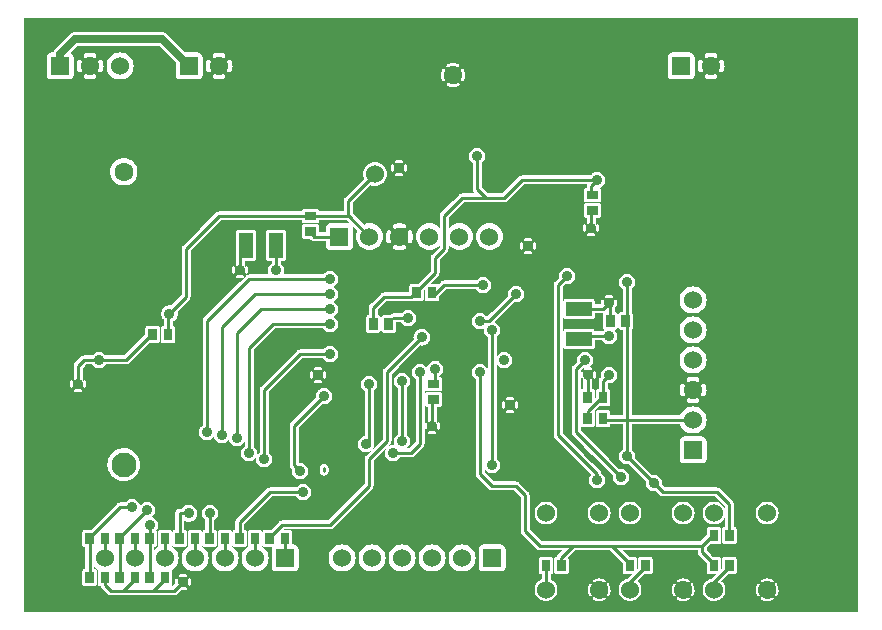
<source format=gbr>
G04 start of page 3 for group 1 idx 1 *
G04 Title: (unknown), solder *
G04 Creator: pcb 20091103 *
G04 CreationDate: Mon 30 Aug 2010 13:37:24 GMT UTC *
G04 For: thomas *
G04 Format: Gerber/RS-274X *
G04 PCB-Dimensions: 600000 500000 *
G04 PCB-Coordinate-Origin: lower left *
%MOIN*%
%FSLAX25Y25*%
%LNBACK*%
%ADD11C,0.0100*%
%ADD12C,0.0250*%
%ADD13C,0.0600*%
%ADD14C,0.0200*%
%ADD15C,0.0827*%
%ADD16C,0.0630*%
%ADD17C,0.0360*%
%ADD22R,0.0295X0.0295*%
%ADD31C,0.0394*%
%ADD32C,0.0380*%
%ADD33C,0.0433*%
%ADD34C,0.0350*%
%ADD35R,0.0490X0.0490*%
G54D14*G36*
X199492Y387583D02*X199592Y387610D01*
X199750Y387684D01*
X199893Y387784D01*
X200016Y387907D01*
X200116Y388050D01*
X200190Y388208D01*
X200235Y388376D01*
X200250Y388550D01*
Y389500D01*
X203000D01*
X203080Y389507D01*
X203126D01*
X203099Y389468D01*
X203025Y389310D01*
X202980Y389142D01*
X202965Y388968D01*
Y385032D01*
X202980Y384858D01*
X203025Y384690D01*
X203099Y384532D01*
X203199Y384389D01*
X203322Y384266D01*
X203347Y384248D01*
X203200Y384145D01*
X202855Y383800D01*
X202645Y383500D01*
X200246D01*
X200235Y383624D01*
X200190Y383792D01*
X200116Y383950D01*
X200016Y384093D01*
X199893Y384216D01*
X199750Y384316D01*
X199592Y384390D01*
X199492Y384417D01*
Y387583D01*
G37*
G36*
X260858Y488000D02*X288000D01*
Y290000D01*
X260858D01*
Y295330D01*
X260883Y295347D01*
X260933Y295396D01*
X260974Y295452D01*
X261139Y295759D01*
X261276Y296079D01*
X261383Y296410D01*
X261459Y296750D01*
X261503Y297095D01*
X261516Y297443D01*
X261497Y297790D01*
X261447Y298135D01*
X261365Y298473D01*
X261252Y298802D01*
X261110Y299120D01*
X260939Y299423D01*
X260897Y299479D01*
X260858Y299515D01*
Y320886D01*
X261008Y321100D01*
X261288Y321700D01*
X261459Y322340D01*
X261517Y323000D01*
X261459Y323660D01*
X261288Y324300D01*
X261008Y324900D01*
X260858Y325114D01*
Y488000D01*
G37*
G36*
Y290000D02*X257717D01*
Y293611D01*
X257750Y293610D01*
X258097Y293629D01*
X258442Y293679D01*
X258780Y293761D01*
X259109Y293874D01*
X259427Y294016D01*
X259730Y294187D01*
X259786Y294229D01*
X259833Y294280D01*
X259871Y294338D01*
X259898Y294403D01*
X259914Y294470D01*
X259918Y294540D01*
X259909Y294609D01*
X259889Y294676D01*
X259857Y294738D01*
X259815Y294794D01*
X259764Y294841D01*
X259706Y294879D01*
X259641Y294906D01*
X259574Y294922D01*
X259504Y294926D01*
X259435Y294917D01*
X259368Y294897D01*
X259306Y294865D01*
X259067Y294731D01*
X258816Y294618D01*
X258556Y294529D01*
X258289Y294465D01*
X258017Y294425D01*
X257743Y294410D01*
X257717Y294411D01*
Y300408D01*
X257965Y300399D01*
X258237Y300364D01*
X258506Y300304D01*
X258767Y300220D01*
X259020Y300112D01*
X259262Y299981D01*
X259325Y299950D01*
X259392Y299931D01*
X259461Y299924D01*
X259531Y299929D01*
X259598Y299946D01*
X259662Y299974D01*
X259720Y300013D01*
X259770Y300062D01*
X259811Y300118D01*
X259842Y300181D01*
X259861Y300248D01*
X259868Y300317D01*
X259863Y300387D01*
X259846Y300454D01*
X259818Y300518D01*
X259779Y300576D01*
X259730Y300626D01*
X259674Y300667D01*
X259367Y300832D01*
X259047Y300969D01*
X258716Y301076D01*
X258376Y301152D01*
X258031Y301196D01*
X257717Y301208D01*
Y319200D01*
X258377Y319258D01*
X259017Y319429D01*
X259617Y319709D01*
X260160Y320089D01*
X260628Y320557D01*
X260858Y320886D01*
Y299515D01*
X260846Y299526D01*
X260788Y299564D01*
X260723Y299591D01*
X260656Y299607D01*
X260586Y299611D01*
X260517Y299602D01*
X260450Y299582D01*
X260388Y299550D01*
X260332Y299508D01*
X260285Y299457D01*
X260247Y299399D01*
X260220Y299334D01*
X260204Y299267D01*
X260200Y299197D01*
X260209Y299128D01*
X260229Y299061D01*
X260261Y298999D01*
X260395Y298760D01*
X260508Y298509D01*
X260597Y298249D01*
X260661Y297982D01*
X260701Y297710D01*
X260716Y297436D01*
X260706Y297161D01*
X260671Y296889D01*
X260611Y296620D01*
X260527Y296359D01*
X260419Y296106D01*
X260288Y295864D01*
X260257Y295801D01*
X260238Y295734D01*
X260231Y295665D01*
X260236Y295595D01*
X260253Y295528D01*
X260281Y295464D01*
X260320Y295406D01*
X260369Y295356D01*
X260425Y295315D01*
X260488Y295284D01*
X260555Y295265D01*
X260624Y295258D01*
X260694Y295263D01*
X260761Y295280D01*
X260825Y295308D01*
X260858Y295330D01*
Y290000D01*
G37*
G36*
X257717Y488000D02*X260858D01*
Y325114D01*
X260628Y325443D01*
X260160Y325911D01*
X259617Y326291D01*
X259017Y326571D01*
X258377Y326742D01*
X257717Y326800D01*
Y488000D01*
G37*
G36*
X254575Y320887D02*X254806Y320557D01*
X255274Y320089D01*
X255817Y319709D01*
X256417Y319429D01*
X257057Y319258D01*
X257717Y319200D01*
Y301208D01*
X257683Y301209D01*
X257336Y301190D01*
X256991Y301140D01*
X256653Y301058D01*
X256324Y300945D01*
X256006Y300803D01*
X255703Y300632D01*
X255647Y300590D01*
X255600Y300539D01*
X255562Y300481D01*
X255535Y300416D01*
X255519Y300349D01*
X255515Y300279D01*
X255524Y300210D01*
X255544Y300143D01*
X255576Y300081D01*
X255618Y300025D01*
X255669Y299978D01*
X255727Y299940D01*
X255792Y299913D01*
X255859Y299897D01*
X255929Y299893D01*
X255998Y299902D01*
X256065Y299922D01*
X256127Y299954D01*
X256366Y300088D01*
X256617Y300201D01*
X256877Y300290D01*
X257144Y300354D01*
X257416Y300394D01*
X257690Y300409D01*
X257717Y300408D01*
Y294411D01*
X257468Y294420D01*
X257196Y294455D01*
X256927Y294515D01*
X256666Y294599D01*
X256413Y294707D01*
X256171Y294838D01*
X256108Y294869D01*
X256041Y294888D01*
X255972Y294895D01*
X255902Y294890D01*
X255835Y294873D01*
X255771Y294845D01*
X255713Y294806D01*
X255663Y294757D01*
X255622Y294701D01*
X255591Y294638D01*
X255572Y294571D01*
X255565Y294502D01*
X255570Y294432D01*
X255587Y294365D01*
X255615Y294301D01*
X255654Y294243D01*
X255703Y294193D01*
X255759Y294152D01*
X256066Y293987D01*
X256386Y293850D01*
X256717Y293743D01*
X257057Y293667D01*
X257402Y293623D01*
X257717Y293611D01*
Y290000D01*
X254575D01*
Y295304D01*
X254587Y295293D01*
X254645Y295255D01*
X254710Y295228D01*
X254777Y295212D01*
X254847Y295208D01*
X254916Y295217D01*
X254983Y295237D01*
X255045Y295269D01*
X255101Y295311D01*
X255148Y295362D01*
X255186Y295420D01*
X255213Y295485D01*
X255229Y295552D01*
X255233Y295622D01*
X255224Y295691D01*
X255204Y295758D01*
X255172Y295820D01*
X255038Y296059D01*
X254925Y296310D01*
X254836Y296570D01*
X254772Y296837D01*
X254732Y297109D01*
X254717Y297383D01*
X254727Y297658D01*
X254762Y297930D01*
X254822Y298199D01*
X254906Y298460D01*
X255014Y298713D01*
X255145Y298955D01*
X255176Y299018D01*
X255195Y299085D01*
X255202Y299154D01*
X255197Y299224D01*
X255180Y299291D01*
X255152Y299355D01*
X255113Y299413D01*
X255064Y299463D01*
X255008Y299504D01*
X254945Y299535D01*
X254878Y299554D01*
X254809Y299561D01*
X254739Y299556D01*
X254672Y299539D01*
X254608Y299511D01*
X254575Y299489D01*
Y320887D01*
G37*
G36*
Y488000D02*X257717D01*
Y326800D01*
X257057Y326742D01*
X256417Y326571D01*
X255817Y326291D01*
X255274Y325911D01*
X254806Y325443D01*
X254575Y325113D01*
Y488000D01*
G37*
G36*
X238999Y328500D02*X240379D01*
X243617Y325262D01*
Y324128D01*
X243571Y324300D01*
X243291Y324900D01*
X242911Y325443D01*
X242443Y325911D01*
X241900Y326291D01*
X241300Y326571D01*
X240660Y326742D01*
X240000Y326800D01*
X239340Y326742D01*
X238999Y326651D01*
Y328500D01*
G37*
G36*
Y302540D02*X240520D01*
X239055Y301075D01*
X238999Y301060D01*
Y302540D01*
G37*
G36*
X242613Y488000D02*X254575D01*
Y325113D01*
X254426Y324900D01*
X254146Y324300D01*
X253975Y323660D01*
X253917Y323000D01*
X253975Y322340D01*
X254146Y321700D01*
X254426Y321100D01*
X254575Y320887D01*
Y299489D01*
X254550Y299472D01*
X254500Y299423D01*
X254459Y299367D01*
X254294Y299060D01*
X254157Y298740D01*
X254050Y298409D01*
X253974Y298069D01*
X253930Y297724D01*
X253917Y297376D01*
X253936Y297029D01*
X253986Y296684D01*
X254068Y296346D01*
X254181Y296017D01*
X254323Y295699D01*
X254494Y295396D01*
X254536Y295340D01*
X254575Y295304D01*
Y290000D01*
X242613D01*
Y294668D01*
X242911Y294966D01*
X243291Y295509D01*
X243571Y296109D01*
X243742Y296749D01*
X243800Y297409D01*
X243742Y298069D01*
X243571Y298709D01*
X243291Y299309D01*
X242911Y299852D01*
X242613Y300149D01*
Y300391D01*
X244762Y302540D01*
X246594D01*
X246768Y302555D01*
X246936Y302600D01*
X247094Y302674D01*
X247237Y302774D01*
X247360Y302897D01*
X247460Y303040D01*
X247534Y303198D01*
X247579Y303366D01*
X247594Y303540D01*
Y307476D01*
X247579Y307650D01*
X247534Y307818D01*
X247460Y307976D01*
X247360Y308119D01*
X247237Y308242D01*
X247094Y308342D01*
X246936Y308416D01*
X246768Y308461D01*
X246594Y308476D01*
X243642D01*
X243468Y308461D01*
X243300Y308416D01*
X243142Y308342D01*
X242999Y308242D01*
X242876Y308119D01*
X242776Y307976D01*
X242702Y307818D01*
X242657Y307650D01*
X242642Y307476D01*
Y304662D01*
X242613Y304633D01*
Y320259D01*
X242911Y320557D01*
X243291Y321100D01*
X243571Y321700D01*
X243617Y321872D01*
Y318458D01*
X243468Y318445D01*
X243300Y318400D01*
X243142Y318326D01*
X242999Y318226D01*
X242876Y318103D01*
X242776Y317960D01*
X242702Y317802D01*
X242657Y317634D01*
X242642Y317460D01*
Y313524D01*
X242657Y313350D01*
X242702Y313182D01*
X242776Y313024D01*
X242876Y312881D01*
X242999Y312758D01*
X243142Y312658D01*
X243300Y312584D01*
X243468Y312539D01*
X243642Y312524D01*
X246594D01*
X246768Y312539D01*
X246936Y312584D01*
X247094Y312658D01*
X247237Y312758D01*
X247360Y312881D01*
X247460Y313024D01*
X247534Y313182D01*
X247579Y313350D01*
X247594Y313524D01*
Y317460D01*
X247579Y317634D01*
X247534Y317802D01*
X247460Y317960D01*
X247360Y318103D01*
X247237Y318226D01*
X247094Y318326D01*
X246936Y318400D01*
X246768Y318445D01*
X246618Y318458D01*
Y325882D01*
X246619D01*
X246612Y325961D01*
Y326013D01*
X246603Y326063D01*
X246596Y326143D01*
X246575Y326220D01*
X246566Y326271D01*
X246548Y326320D01*
X246528Y326395D01*
X246495Y326466D01*
X246477Y326516D01*
X246452Y326559D01*
X246418Y326633D01*
X246369Y326702D01*
X246346Y326743D01*
X246315Y326780D01*
X246268Y326847D01*
X246210Y326905D01*
X246178Y326943D01*
X242613Y330508D01*
Y469860D01*
X242708Y469882D01*
X242829Y469933D01*
X242938Y470005D01*
X243034Y470094D01*
X243113Y470198D01*
X243172Y470315D01*
X243314Y470722D01*
X243417Y471142D01*
X243479Y471569D01*
X243500Y472000D01*
X243479Y472432D01*
X243417Y472859D01*
X243314Y473279D01*
X243172Y473686D01*
X243171D01*
X243112Y473802D01*
X243033Y473907D01*
X242937Y473996D01*
X242828Y474067D01*
X242707Y474118D01*
X242613Y474139D01*
Y488000D01*
G37*
G36*
Y304633D02*X242476Y304496D01*
Y307476D01*
X242461Y307650D01*
X242416Y307818D01*
X242342Y307976D01*
X242242Y308119D01*
X242119Y308242D01*
X241976Y308342D01*
X241818Y308416D01*
X241650Y308461D01*
X241476Y308476D01*
X239645D01*
X238999Y309122D01*
Y312524D01*
X241476D01*
X241650Y312539D01*
X241818Y312584D01*
X241976Y312658D01*
X242119Y312758D01*
X242242Y312881D01*
X242342Y313024D01*
X242416Y313182D01*
X242461Y313350D01*
X242476Y313524D01*
Y317460D01*
X242461Y317634D01*
X242416Y317802D01*
X242342Y317960D01*
X242242Y318103D01*
X242119Y318226D01*
X241976Y318326D01*
X241818Y318400D01*
X241650Y318445D01*
X241476Y318460D01*
X238999D01*
Y319349D01*
X239340Y319258D01*
X240000Y319200D01*
X240660Y319258D01*
X241300Y319429D01*
X241900Y319709D01*
X242443Y320089D01*
X242613Y320259D01*
Y304633D01*
G37*
G36*
Y300149D02*X242492Y300270D01*
X242613Y300391D01*
Y300149D01*
G37*
G36*
Y290000D02*X238999D01*
Y293758D01*
X239340Y293667D01*
X240000Y293609D01*
X240660Y293667D01*
X241300Y293838D01*
X241900Y294118D01*
X242443Y294498D01*
X242613Y294668D01*
Y290000D01*
G37*
G36*
X238999Y488000D02*X242613D01*
Y474139D01*
X242580Y474147D01*
X242450Y474154D01*
X242320Y474138D01*
X242195Y474100D01*
X242079Y474041D01*
X241974Y473962D01*
X241885Y473866D01*
X241814Y473757D01*
X241763Y473636D01*
X241734Y473509D01*
X241727Y473379D01*
X241743Y473249D01*
X241781Y473124D01*
X241876Y472853D01*
X241944Y472573D01*
X241986Y472288D01*
X242000Y472000D01*
X241986Y471713D01*
X241944Y471428D01*
X241876Y471148D01*
X241781Y470877D01*
X241780D01*
X241742Y470752D01*
X241726Y470622D01*
X241733Y470491D01*
X241762Y470364D01*
X241813Y470243D01*
X241885Y470134D01*
X241974Y470038D01*
X242078Y469959D01*
X242195Y469900D01*
X242320Y469862D01*
X242450Y469846D01*
X242581Y469853D01*
X242613Y469860D01*
Y330508D01*
X242061Y331060D01*
X242011Y331102D01*
X241964Y331149D01*
X241910Y331187D01*
X241861Y331228D01*
X241806Y331259D01*
X241750Y331299D01*
X241686Y331329D01*
X241634Y331359D01*
X241580Y331378D01*
X241513Y331410D01*
X241441Y331429D01*
X241389Y331448D01*
X241329Y331459D01*
X241260Y331477D01*
X241193Y331483D01*
X241131Y331494D01*
X241068D01*
X241000Y331500D01*
X238999D01*
Y467500D01*
X239000D01*
X239431Y467521D01*
X239858Y467583D01*
X240278Y467686D01*
X240685Y467828D01*
Y467829D01*
X240801Y467888D01*
X240906Y467967D01*
X240995Y468063D01*
X241066Y468172D01*
X241117Y468293D01*
X241146Y468420D01*
X241153Y468550D01*
X241137Y468680D01*
X241099Y468805D01*
X241040Y468921D01*
X240961Y469026D01*
X240865Y469115D01*
X240756Y469186D01*
X240635Y469237D01*
X240508Y469266D01*
X240378Y469273D01*
X240248Y469257D01*
X240123Y469219D01*
X239852Y469124D01*
X239572Y469056D01*
X239287Y469014D01*
X239000Y469000D01*
X238999D01*
Y475000D01*
X239000D01*
X239287Y474987D01*
X239572Y474945D01*
X239852Y474877D01*
X240123Y474782D01*
Y474781D01*
X240248Y474743D01*
X240378Y474727D01*
X240509Y474734D01*
X240636Y474763D01*
X240757Y474814D01*
X240866Y474886D01*
X240962Y474975D01*
X241041Y475079D01*
X241100Y475196D01*
X241138Y475321D01*
X241154Y475451D01*
X241147Y475582D01*
X241118Y475709D01*
X241067Y475830D01*
X240995Y475939D01*
X240906Y476035D01*
X240802Y476114D01*
X240685Y476173D01*
X240278Y476315D01*
X239858Y476418D01*
X239431Y476480D01*
X239000Y476500D01*
X238999D01*
Y488000D01*
G37*
G36*
Y318460D02*X238524D01*
X238350Y318445D01*
X238182Y318400D01*
X238024Y318326D01*
X237881Y318226D01*
X237758Y318103D01*
X237658Y317960D01*
X237584Y317802D01*
X237539Y317634D01*
X237524Y317460D01*
Y315630D01*
X235394Y313500D01*
X233000D01*
Y321089D01*
X233008Y321100D01*
X233288Y321700D01*
X233459Y322340D01*
X233517Y323000D01*
X233459Y323660D01*
X233288Y324300D01*
X233008Y324900D01*
X233000Y324911D01*
Y328500D01*
X238999D01*
Y326651D01*
X238700Y326571D01*
X238100Y326291D01*
X237557Y325911D01*
X237089Y325443D01*
X236709Y324900D01*
X236429Y324300D01*
X236258Y323660D01*
X236200Y323000D01*
X236258Y322340D01*
X236429Y321700D01*
X236709Y321100D01*
X237089Y320557D01*
X237557Y320089D01*
X238100Y319709D01*
X238700Y319429D01*
X238999Y319349D01*
Y318460D01*
G37*
G36*
Y309122D02*X237500Y310620D01*
Y311364D01*
X238660Y312524D01*
X238999D01*
Y309122D01*
G37*
G36*
Y290000D02*X233000D01*
Y295500D01*
X233139Y295759D01*
X233276Y296079D01*
X233383Y296410D01*
X233459Y296750D01*
X233503Y297095D01*
X233516Y297443D01*
X233497Y297790D01*
X233447Y298135D01*
X233365Y298473D01*
X233252Y298802D01*
X233110Y299120D01*
X233000Y299315D01*
Y310500D01*
X234500D01*
Y310000D01*
X234506Y309932D01*
Y309870D01*
X234517Y309807D01*
X234523Y309740D01*
X234540Y309676D01*
X234551Y309613D01*
X234572Y309555D01*
X234590Y309487D01*
X234619Y309425D01*
X234640Y309367D01*
X234673Y309310D01*
X234701Y309250D01*
X234738Y309197D01*
X234771Y309140D01*
X234814Y309089D01*
X234851Y309036D01*
X234897Y308990D01*
X234939Y308940D01*
X237524Y306355D01*
Y303540D01*
X237539Y303366D01*
X237584Y303198D01*
X237658Y303040D01*
X237758Y302897D01*
X237881Y302774D01*
X238024Y302674D01*
X238182Y302600D01*
X238350Y302555D01*
X238524Y302540D01*
X238999D01*
Y301060D01*
X238700Y300980D01*
X238100Y300700D01*
X237557Y300320D01*
X237089Y299852D01*
X236709Y299309D01*
X236429Y298709D01*
X236258Y298069D01*
X236200Y297409D01*
X236258Y296749D01*
X236429Y296109D01*
X236709Y295509D01*
X237089Y294966D01*
X237557Y294498D01*
X238100Y294118D01*
X238700Y293838D01*
X238999Y293758D01*
Y290000D01*
G37*
G36*
X236613Y488000D02*X238999D01*
Y476500D01*
X238568Y476480D01*
X238141Y476418D01*
X237721Y476315D01*
X237314Y476173D01*
Y476172D01*
X237198Y476113D01*
X237093Y476034D01*
X237004Y475938D01*
X236933Y475829D01*
X236882Y475708D01*
X236853Y475581D01*
X236846Y475451D01*
X236862Y475321D01*
X236900Y475196D01*
X236959Y475080D01*
X237038Y474975D01*
X237134Y474886D01*
X237243Y474815D01*
X237364Y474764D01*
X237491Y474735D01*
X237621Y474728D01*
X237751Y474744D01*
X237876Y474782D01*
X238147Y474877D01*
X238427Y474945D01*
X238712Y474987D01*
X238999Y475000D01*
Y469000D01*
X238712Y469014D01*
X238427Y469056D01*
X238147Y469124D01*
X237876Y469219D01*
Y469220D01*
X237751Y469258D01*
X237621Y469274D01*
X237490Y469267D01*
X237363Y469238D01*
X237242Y469187D01*
X237133Y469115D01*
X237037Y469026D01*
X236958Y468922D01*
X236899Y468805D01*
X236861Y468680D01*
X236845Y468550D01*
X236852Y468419D01*
X236881Y468292D01*
X236932Y468171D01*
X237004Y468062D01*
X237093Y467966D01*
X237197Y467887D01*
X237314Y467828D01*
X237721Y467686D01*
X238141Y467583D01*
X238568Y467521D01*
X238999Y467500D01*
Y331500D01*
X236613D01*
Y339637D01*
X236750Y339701D01*
X236964Y339851D01*
X237149Y340036D01*
X237299Y340250D01*
X237410Y340487D01*
X237477Y340740D01*
X237500Y341000D01*
Y347000D01*
X237477Y347260D01*
X237410Y347513D01*
X237299Y347750D01*
X237149Y347964D01*
X236964Y348149D01*
X236750Y348299D01*
X236613Y348363D01*
Y351344D01*
X236897Y351750D01*
X237229Y352461D01*
X237432Y353219D01*
X237500Y354000D01*
X237432Y354781D01*
X237229Y355539D01*
X236897Y356250D01*
X236613Y356656D01*
Y361860D01*
X236708Y361882D01*
X236829Y361933D01*
X236938Y362005D01*
X237034Y362094D01*
X237113Y362198D01*
X237172Y362315D01*
X237314Y362722D01*
X237417Y363142D01*
X237479Y363569D01*
X237500Y364000D01*
X237479Y364432D01*
X237417Y364859D01*
X237314Y365279D01*
X237172Y365686D01*
X237171D01*
X237112Y365802D01*
X237033Y365907D01*
X236937Y365996D01*
X236828Y366067D01*
X236707Y366118D01*
X236613Y366139D01*
Y371344D01*
X236897Y371750D01*
X237229Y372461D01*
X237432Y373219D01*
X237500Y374000D01*
X237432Y374781D01*
X237229Y375539D01*
X236897Y376250D01*
X236613Y376656D01*
Y381344D01*
X236897Y381750D01*
X237229Y382461D01*
X237432Y383219D01*
X237500Y384000D01*
X237432Y384781D01*
X237229Y385539D01*
X236897Y386250D01*
X236613Y386656D01*
Y391344D01*
X236897Y391750D01*
X237229Y392461D01*
X237432Y393219D01*
X237500Y394000D01*
X237432Y394781D01*
X237229Y395539D01*
X236897Y396250D01*
X236613Y396656D01*
Y488000D01*
G37*
G36*
Y386656D02*X236447Y386893D01*
X235893Y387447D01*
X235387Y387801D01*
Y390199D01*
X235893Y390553D01*
X236447Y391107D01*
X236613Y391344D01*
Y386656D01*
G37*
G36*
Y376656D02*X236447Y376893D01*
X235893Y377447D01*
X235387Y377801D01*
Y380199D01*
X235893Y380553D01*
X236447Y381107D01*
X236613Y381344D01*
Y376656D01*
G37*
G36*
Y356656D02*X236447Y356893D01*
X235893Y357447D01*
X235387Y357801D01*
Y370199D01*
X235893Y370553D01*
X236447Y371107D01*
X236613Y371344D01*
Y366139D01*
X236580Y366147D01*
X236450Y366154D01*
X236320Y366138D01*
X236195Y366100D01*
X236079Y366041D01*
X235974Y365962D01*
X235885Y365866D01*
X235814Y365757D01*
X235763Y365636D01*
X235734Y365509D01*
X235727Y365379D01*
X235743Y365249D01*
X235781Y365124D01*
X235876Y364853D01*
X235944Y364573D01*
X235986Y364288D01*
X236000Y364000D01*
X235986Y363713D01*
X235944Y363428D01*
X235876Y363148D01*
X235781Y362877D01*
X235780D01*
X235742Y362752D01*
X235726Y362622D01*
X235733Y362491D01*
X235762Y362364D01*
X235813Y362243D01*
X235885Y362134D01*
X235974Y362038D01*
X236078Y361959D01*
X236195Y361900D01*
X236320Y361862D01*
X236450Y361846D01*
X236581Y361853D01*
X236613Y361860D01*
Y356656D01*
G37*
G36*
Y348363D02*X236513Y348410D01*
X236260Y348477D01*
X236000Y348500D01*
X235387D01*
Y350199D01*
X235893Y350553D01*
X236447Y351107D01*
X236613Y351344D01*
Y348363D01*
G37*
G36*
Y331500D02*X235387D01*
Y339500D01*
X236000D01*
X236260Y339523D01*
X236513Y339590D01*
X236613Y339637D01*
Y331500D01*
G37*
G36*
X235387Y488000D02*X236613D01*
Y396656D01*
X236447Y396893D01*
X235893Y397447D01*
X235387Y397801D01*
Y469861D01*
X235419Y469854D01*
X235549Y469847D01*
X235679Y469863D01*
X235804Y469901D01*
X235920Y469960D01*
X236025Y470039D01*
X236114Y470135D01*
X236185Y470244D01*
X236236Y470365D01*
X236265Y470492D01*
X236272Y470622D01*
X236256Y470752D01*
X236218Y470877D01*
X236123Y471148D01*
X236055Y471428D01*
X236013Y471713D01*
X236000Y472000D01*
X236013Y472288D01*
X236055Y472573D01*
X236123Y472853D01*
X236218Y473124D01*
X236219D01*
X236257Y473249D01*
X236273Y473379D01*
X236266Y473510D01*
X236237Y473637D01*
X236186Y473758D01*
X236114Y473867D01*
X236025Y473963D01*
X235921Y474042D01*
X235804Y474101D01*
X235679Y474139D01*
X235549Y474155D01*
X235418Y474148D01*
X235387Y474141D01*
Y488000D01*
G37*
G36*
Y387801D02*X235250Y387897D01*
X234539Y388229D01*
X233781Y388432D01*
X233000Y388500D01*
Y389500D01*
X233781Y389568D01*
X234539Y389771D01*
X235250Y390103D01*
X235387Y390199D01*
Y387801D01*
G37*
G36*
Y377801D02*X235250Y377897D01*
X234539Y378229D01*
X233781Y378432D01*
X233000Y378500D01*
Y379500D01*
X233781Y379568D01*
X234539Y379771D01*
X235250Y380103D01*
X235387Y380199D01*
Y377801D01*
G37*
G36*
Y357801D02*X235250Y357897D01*
X234539Y358229D01*
X233781Y358432D01*
X233000Y358500D01*
Y359500D01*
X233431Y359521D01*
X233858Y359583D01*
X234278Y359686D01*
X234685Y359828D01*
Y359829D01*
X234801Y359888D01*
X234906Y359967D01*
X234995Y360063D01*
X235066Y360172D01*
X235117Y360293D01*
X235146Y360420D01*
X235153Y360550D01*
X235137Y360680D01*
X235099Y360805D01*
X235040Y360921D01*
X234961Y361026D01*
X234865Y361115D01*
X234756Y361186D01*
X234635Y361237D01*
X234508Y361266D01*
X234378Y361273D01*
X234248Y361257D01*
X234123Y361219D01*
X233852Y361124D01*
X233572Y361056D01*
X233287Y361014D01*
X233000Y361000D01*
Y367000D01*
X233287Y366987D01*
X233572Y366945D01*
X233852Y366877D01*
X234123Y366782D01*
Y366781D01*
X234248Y366743D01*
X234378Y366727D01*
X234509Y366734D01*
X234636Y366763D01*
X234757Y366814D01*
X234866Y366886D01*
X234962Y366975D01*
X235041Y367079D01*
X235100Y367196D01*
X235138Y367321D01*
X235154Y367451D01*
X235147Y367582D01*
X235118Y367709D01*
X235067Y367830D01*
X234995Y367939D01*
X234906Y368035D01*
X234802Y368114D01*
X234685Y368173D01*
X234278Y368315D01*
X233858Y368418D01*
X233431Y368480D01*
X233000Y368500D01*
Y369500D01*
X233781Y369568D01*
X234539Y369771D01*
X235250Y370103D01*
X235387Y370199D01*
Y357801D01*
G37*
G36*
Y348500D02*X233000D01*
Y349500D01*
X233781Y349568D01*
X234539Y349771D01*
X235250Y350103D01*
X235387Y350199D01*
Y348500D01*
G37*
G36*
Y331500D02*X233000D01*
Y339500D01*
X235387D01*
Y331500D01*
G37*
G36*
X233000Y488000D02*X235387D01*
Y474141D01*
X235291Y474119D01*
X235170Y474068D01*
X235061Y473996D01*
X234965Y473907D01*
X234886Y473803D01*
X234827Y473686D01*
X234685Y473279D01*
X234582Y472859D01*
X234520Y472432D01*
X234500Y472000D01*
X234520Y471569D01*
X234582Y471142D01*
X234685Y470722D01*
X234827Y470315D01*
X234828D01*
X234887Y470199D01*
X234966Y470094D01*
X235062Y470005D01*
X235171Y469934D01*
X235292Y469883D01*
X235387Y469861D01*
Y397801D01*
X235250Y397897D01*
X234539Y398229D01*
X233781Y398432D01*
X233000Y398500D01*
Y467887D01*
X233149Y468036D01*
X233299Y468250D01*
X233410Y468487D01*
X233477Y468740D01*
X233500Y469000D01*
Y475000D01*
X233477Y475260D01*
X233410Y475513D01*
X233299Y475750D01*
X233149Y475964D01*
X233000Y476113D01*
Y488000D01*
G37*
G36*
Y331500D02*X223621D01*
X222725Y332396D01*
X222757Y332514D01*
X222800Y333000D01*
X222757Y333486D01*
X222631Y333958D01*
X222425Y334400D01*
X222145Y334800D01*
X221800Y335145D01*
X221400Y335425D01*
X220958Y335631D01*
X220486Y335757D01*
X220000Y335800D01*
X219514Y335757D01*
X219396Y335725D01*
X213725Y341396D01*
X213757Y341514D01*
X213800Y342000D01*
X213757Y342486D01*
X213631Y342958D01*
X213425Y343400D01*
X213145Y343800D01*
X212800Y344145D01*
X212500Y344355D01*
Y352500D01*
X228761D01*
X228771Y352461D01*
X229103Y351750D01*
X229553Y351107D01*
X230107Y350553D01*
X230750Y350103D01*
X231461Y349771D01*
X232219Y349568D01*
X233000Y349500D01*
Y348500D01*
X230000D01*
X229740Y348477D01*
X229487Y348410D01*
X229250Y348299D01*
X229036Y348149D01*
X228851Y347964D01*
X228701Y347750D01*
X228590Y347513D01*
X228523Y347260D01*
X228500Y347000D01*
Y341000D01*
X228523Y340740D01*
X228590Y340487D01*
X228701Y340250D01*
X228851Y340036D01*
X229036Y339851D01*
X229250Y339701D01*
X229487Y339590D01*
X229740Y339523D01*
X230000Y339500D01*
X233000D01*
Y331500D01*
G37*
G36*
Y290000D02*X229742D01*
Y293610D01*
X229750D01*
X230097Y293629D01*
X230442Y293679D01*
X230780Y293761D01*
X231109Y293874D01*
X231427Y294016D01*
X231730Y294187D01*
X231786Y294229D01*
X231833Y294280D01*
X231871Y294338D01*
X231898Y294403D01*
X231914Y294470D01*
X231918Y294540D01*
X231909Y294609D01*
X231889Y294676D01*
X231857Y294738D01*
X231815Y294794D01*
X231764Y294841D01*
X231706Y294879D01*
X231641Y294906D01*
X231574Y294922D01*
X231504Y294926D01*
X231435Y294917D01*
X231368Y294897D01*
X231306Y294865D01*
X231067Y294731D01*
X230816Y294618D01*
X230556Y294529D01*
X230289Y294465D01*
X230017Y294425D01*
X229743Y294410D01*
X229742D01*
Y300407D01*
X229965Y300399D01*
X230237Y300364D01*
X230506Y300304D01*
X230767Y300220D01*
X231020Y300112D01*
X231262Y299981D01*
X231325Y299950D01*
X231392Y299931D01*
X231461Y299924D01*
X231531Y299929D01*
X231598Y299946D01*
X231662Y299974D01*
X231720Y300013D01*
X231770Y300062D01*
X231811Y300118D01*
X231842Y300181D01*
X231861Y300248D01*
X231868Y300317D01*
X231863Y300387D01*
X231846Y300454D01*
X231818Y300518D01*
X231779Y300576D01*
X231730Y300626D01*
X231674Y300667D01*
X231367Y300832D01*
X231047Y300969D01*
X230716Y301076D01*
X230376Y301152D01*
X230031Y301196D01*
X229742Y301207D01*
Y310500D01*
X233000D01*
Y299315D01*
X232939Y299423D01*
X232897Y299479D01*
X232846Y299526D01*
X232788Y299564D01*
X232723Y299591D01*
X232656Y299607D01*
X232586Y299611D01*
X232517Y299602D01*
X232450Y299582D01*
X232388Y299550D01*
X232332Y299508D01*
X232285Y299457D01*
X232247Y299399D01*
X232220Y299334D01*
X232204Y299267D01*
X232200Y299197D01*
X232209Y299128D01*
X232229Y299061D01*
X232261Y298999D01*
X232395Y298760D01*
X232508Y298509D01*
X232597Y298249D01*
X232661Y297982D01*
X232701Y297710D01*
X232716Y297436D01*
X232706Y297161D01*
X232671Y296889D01*
X232611Y296620D01*
X232527Y296359D01*
X232419Y296106D01*
X232288Y295864D01*
X232257Y295801D01*
X232238Y295734D01*
X232231Y295665D01*
X232236Y295595D01*
X232253Y295528D01*
X232281Y295464D01*
X232320Y295406D01*
X232369Y295356D01*
X232425Y295315D01*
X232488Y295284D01*
X232555Y295265D01*
X232624Y295258D01*
X232694Y295263D01*
X232761Y295280D01*
X232825Y295308D01*
X232883Y295347D01*
X232933Y295396D01*
X232974Y295452D01*
X233000Y295500D01*
Y290000D01*
G37*
G36*
X229742D02*X226575D01*
Y295304D01*
X226587Y295293D01*
X226645Y295255D01*
X226710Y295228D01*
X226777Y295212D01*
X226847Y295208D01*
X226916Y295217D01*
X226983Y295237D01*
X227045Y295269D01*
X227101Y295311D01*
X227148Y295362D01*
X227186Y295420D01*
X227213Y295485D01*
X227229Y295552D01*
X227233Y295622D01*
X227224Y295691D01*
X227204Y295758D01*
X227172Y295820D01*
X227038Y296059D01*
X226925Y296310D01*
X226836Y296570D01*
X226772Y296837D01*
X226732Y297109D01*
X226717Y297383D01*
X226727Y297658D01*
X226762Y297930D01*
X226822Y298199D01*
X226906Y298460D01*
X227014Y298713D01*
X227145Y298955D01*
X227176Y299018D01*
X227195Y299085D01*
X227202Y299154D01*
X227197Y299224D01*
X227180Y299291D01*
X227152Y299355D01*
X227113Y299413D01*
X227064Y299463D01*
X227008Y299504D01*
X226945Y299535D01*
X226878Y299554D01*
X226809Y299561D01*
X226739Y299556D01*
X226672Y299539D01*
X226608Y299511D01*
X226575Y299489D01*
Y310500D01*
X229742D01*
Y301207D01*
X229683Y301209D01*
X229336Y301190D01*
X228991Y301140D01*
X228653Y301058D01*
X228324Y300945D01*
X228006Y300803D01*
X227703Y300632D01*
X227647Y300590D01*
X227600Y300539D01*
X227562Y300481D01*
X227535Y300416D01*
X227519Y300349D01*
X227515Y300279D01*
X227524Y300210D01*
X227544Y300143D01*
X227576Y300081D01*
X227618Y300025D01*
X227669Y299978D01*
X227727Y299940D01*
X227792Y299913D01*
X227859Y299897D01*
X227929Y299893D01*
X227998Y299902D01*
X228065Y299922D01*
X228127Y299954D01*
X228366Y300088D01*
X228617Y300201D01*
X228877Y300290D01*
X229144Y300354D01*
X229416Y300394D01*
X229690Y300409D01*
X229742Y300407D01*
Y294410D01*
X229468Y294420D01*
X229196Y294455D01*
X228927Y294515D01*
X228666Y294599D01*
X228413Y294707D01*
X228171Y294838D01*
X228108Y294869D01*
X228041Y294888D01*
X227972Y294895D01*
X227902Y294890D01*
X227835Y294873D01*
X227771Y294845D01*
X227713Y294806D01*
X227663Y294757D01*
X227622Y294701D01*
X227591Y294638D01*
X227572Y294571D01*
X227565Y294502D01*
X227570Y294432D01*
X227587Y294365D01*
X227615Y294301D01*
X227654Y294243D01*
X227703Y294193D01*
X227759Y294152D01*
X228066Y293987D01*
X228386Y293850D01*
X228717Y293743D01*
X229057Y293667D01*
X229402Y293623D01*
X229742Y293610D01*
Y290000D01*
G37*
G36*
X226575D02*X204858D01*
Y295330D01*
X204883Y295347D01*
X204933Y295396D01*
X204974Y295452D01*
X205139Y295759D01*
X205276Y296079D01*
X205383Y296410D01*
X205459Y296750D01*
X205503Y297095D01*
X205516Y297443D01*
X205497Y297790D01*
X205447Y298135D01*
X205365Y298473D01*
X205252Y298802D01*
X205110Y299120D01*
X204939Y299423D01*
X204897Y299479D01*
X204858Y299515D01*
Y310500D01*
X205363D01*
X209524Y306339D01*
Y303524D01*
X209539Y303350D01*
X209584Y303182D01*
X209658Y303024D01*
X209758Y302881D01*
X209881Y302758D01*
X210024Y302658D01*
X210182Y302584D01*
X210350Y302539D01*
X210524Y302524D01*
X212520D01*
X211077Y301081D01*
X210700Y300980D01*
X210100Y300700D01*
X209557Y300320D01*
X209089Y299852D01*
X208709Y299309D01*
X208429Y298709D01*
X208258Y298069D01*
X208200Y297409D01*
X208258Y296749D01*
X208429Y296109D01*
X208709Y295509D01*
X209089Y294966D01*
X209557Y294498D01*
X210100Y294118D01*
X210700Y293838D01*
X211340Y293667D01*
X212000Y293609D01*
X212660Y293667D01*
X213300Y293838D01*
X213900Y294118D01*
X214443Y294498D01*
X214911Y294966D01*
X215291Y295509D01*
X215571Y296109D01*
X215742Y296749D01*
X215800Y297409D01*
X215742Y298069D01*
X215571Y298709D01*
X215291Y299309D01*
X214911Y299852D01*
X214500Y300262D01*
X216762Y302524D01*
X218594D01*
X218768Y302539D01*
X218936Y302584D01*
X219094Y302658D01*
X219237Y302758D01*
X219360Y302881D01*
X219460Y303024D01*
X219534Y303182D01*
X219579Y303350D01*
X219594Y303524D01*
Y307460D01*
X219579Y307634D01*
X219534Y307802D01*
X219460Y307960D01*
X219360Y308103D01*
X219237Y308226D01*
X219094Y308326D01*
X218936Y308400D01*
X218768Y308445D01*
X218594Y308460D01*
X215642D01*
X215468Y308445D01*
X215300Y308400D01*
X215142Y308326D01*
X214999Y308226D01*
X214876Y308103D01*
X214776Y307960D01*
X214702Y307802D01*
X214657Y307634D01*
X214642Y307460D01*
Y304646D01*
X214476Y304480D01*
Y307460D01*
X214461Y307634D01*
X214416Y307802D01*
X214342Y307960D01*
X214242Y308103D01*
X214119Y308226D01*
X213976Y308326D01*
X213818Y308400D01*
X213650Y308445D01*
X213476Y308460D01*
X211645D01*
X209605Y310500D01*
X226575D01*
Y299489D01*
X226550Y299472D01*
X226500Y299423D01*
X226459Y299367D01*
X226294Y299060D01*
X226157Y298740D01*
X226050Y298409D01*
X225974Y298069D01*
X225930Y297724D01*
X225917Y297376D01*
X225936Y297029D01*
X225986Y296684D01*
X226068Y296346D01*
X226181Y296017D01*
X226323Y295699D01*
X226494Y295396D01*
X226536Y295340D01*
X226575Y295304D01*
Y290000D01*
G37*
G36*
X204858D02*X201742D01*
Y293610D01*
X201750D01*
X202097Y293629D01*
X202442Y293679D01*
X202780Y293761D01*
X203109Y293874D01*
X203427Y294016D01*
X203730Y294187D01*
X203786Y294229D01*
X203833Y294280D01*
X203871Y294338D01*
X203898Y294403D01*
X203914Y294470D01*
X203918Y294540D01*
X203909Y294609D01*
X203889Y294676D01*
X203857Y294738D01*
X203815Y294794D01*
X203764Y294841D01*
X203706Y294879D01*
X203641Y294906D01*
X203574Y294922D01*
X203504Y294926D01*
X203435Y294917D01*
X203368Y294897D01*
X203306Y294865D01*
X203067Y294731D01*
X202816Y294618D01*
X202556Y294529D01*
X202289Y294465D01*
X202017Y294425D01*
X201743Y294410D01*
X201742D01*
Y300407D01*
X201965Y300399D01*
X202237Y300364D01*
X202506Y300304D01*
X202767Y300220D01*
X203020Y300112D01*
X203262Y299981D01*
X203325Y299950D01*
X203392Y299931D01*
X203461Y299924D01*
X203531Y299929D01*
X203598Y299946D01*
X203662Y299974D01*
X203720Y300013D01*
X203770Y300062D01*
X203811Y300118D01*
X203842Y300181D01*
X203861Y300248D01*
X203868Y300317D01*
X203863Y300387D01*
X203846Y300454D01*
X203818Y300518D01*
X203779Y300576D01*
X203730Y300626D01*
X203674Y300667D01*
X203367Y300832D01*
X203047Y300969D01*
X202716Y301076D01*
X202376Y301152D01*
X202031Y301196D01*
X201742Y301207D01*
Y310500D01*
X204858D01*
Y299515D01*
X204846Y299526D01*
X204788Y299564D01*
X204723Y299591D01*
X204656Y299607D01*
X204586Y299611D01*
X204517Y299602D01*
X204450Y299582D01*
X204388Y299550D01*
X204332Y299508D01*
X204285Y299457D01*
X204247Y299399D01*
X204220Y299334D01*
X204204Y299267D01*
X204200Y299197D01*
X204209Y299128D01*
X204229Y299061D01*
X204261Y298999D01*
X204395Y298760D01*
X204508Y298509D01*
X204597Y298249D01*
X204661Y297982D01*
X204701Y297710D01*
X204716Y297436D01*
X204706Y297161D01*
X204671Y296889D01*
X204611Y296620D01*
X204527Y296359D01*
X204419Y296106D01*
X204288Y295864D01*
X204257Y295801D01*
X204238Y295734D01*
X204231Y295665D01*
X204236Y295595D01*
X204253Y295528D01*
X204281Y295464D01*
X204320Y295406D01*
X204369Y295356D01*
X204425Y295315D01*
X204488Y295284D01*
X204555Y295265D01*
X204624Y295258D01*
X204694Y295263D01*
X204761Y295280D01*
X204825Y295308D01*
X204858Y295330D01*
Y290000D01*
G37*
G36*
X201742D02*X199492D01*
Y310500D01*
X201742D01*
Y301207D01*
X201683Y301209D01*
X201336Y301190D01*
X200991Y301140D01*
X200653Y301058D01*
X200324Y300945D01*
X200006Y300803D01*
X199703Y300632D01*
X199647Y300590D01*
X199600Y300539D01*
X199562Y300481D01*
X199535Y300416D01*
X199519Y300349D01*
X199515Y300279D01*
X199524Y300210D01*
X199544Y300143D01*
X199576Y300081D01*
X199618Y300025D01*
X199669Y299978D01*
X199727Y299940D01*
X199792Y299913D01*
X199859Y299897D01*
X199929Y299893D01*
X199998Y299902D01*
X200065Y299922D01*
X200127Y299954D01*
X200366Y300088D01*
X200617Y300201D01*
X200877Y300290D01*
X201144Y300354D01*
X201416Y300394D01*
X201690Y300409D01*
X201742Y300407D01*
Y294410D01*
X201468Y294420D01*
X201196Y294455D01*
X200927Y294515D01*
X200666Y294599D01*
X200413Y294707D01*
X200171Y294838D01*
X200108Y294869D01*
X200041Y294888D01*
X199972Y294895D01*
X199902Y294890D01*
X199835Y294873D01*
X199771Y294845D01*
X199713Y294806D01*
X199663Y294757D01*
X199622Y294701D01*
X199591Y294638D01*
X199572Y294571D01*
X199565Y294502D01*
X199570Y294432D01*
X199587Y294365D01*
X199615Y294301D01*
X199654Y294243D01*
X199703Y294193D01*
X199759Y294152D01*
X200066Y293987D01*
X200386Y293850D01*
X200717Y293743D01*
X201057Y293667D01*
X201402Y293623D01*
X201742Y293610D01*
Y290000D01*
G37*
G36*
X212000Y338879D02*X217275Y333604D01*
X217243Y333486D01*
X217200Y333000D01*
X217243Y332514D01*
X217369Y332042D01*
X217575Y331600D01*
X217855Y331200D01*
X218200Y330855D01*
X218600Y330575D01*
X219042Y330369D01*
X219514Y330243D01*
X220000Y330200D01*
X220486Y330243D01*
X220604Y330275D01*
X221940Y328939D01*
X221990Y328897D01*
X222036Y328851D01*
X222089Y328814D01*
X222140Y328771D01*
X222197Y328738D01*
X222250Y328701D01*
X222310Y328673D01*
X222367Y328640D01*
X222425Y328619D01*
X222487Y328590D01*
X222555Y328572D01*
X222613Y328551D01*
X222676Y328540D01*
X222740Y328523D01*
X222807Y328517D01*
X222870Y328506D01*
X222932D01*
X223000Y328500D01*
X233000D01*
Y324911D01*
X232628Y325443D01*
X232160Y325911D01*
X231617Y326291D01*
X231017Y326571D01*
X230377Y326742D01*
X229717Y326800D01*
X229057Y326742D01*
X228417Y326571D01*
X227817Y326291D01*
X227274Y325911D01*
X226806Y325443D01*
X226426Y324900D01*
X226146Y324300D01*
X225975Y323660D01*
X225917Y323000D01*
X225975Y322340D01*
X226146Y321700D01*
X226426Y321100D01*
X226806Y320557D01*
X227274Y320089D01*
X227817Y319709D01*
X228417Y319429D01*
X229057Y319258D01*
X229717Y319200D01*
X230377Y319258D01*
X231017Y319429D01*
X231617Y319709D01*
X232160Y320089D01*
X232628Y320557D01*
X233000Y321089D01*
Y313500D01*
X212000D01*
Y319200D01*
X212660Y319258D01*
X213300Y319429D01*
X213900Y319709D01*
X214443Y320089D01*
X214911Y320557D01*
X215291Y321100D01*
X215571Y321700D01*
X215742Y322340D01*
X215800Y323000D01*
X215742Y323660D01*
X215571Y324300D01*
X215291Y324900D01*
X214911Y325443D01*
X214443Y325911D01*
X213900Y326291D01*
X213300Y326571D01*
X212660Y326742D01*
X212000Y326800D01*
Y338879D01*
G37*
G36*
X229387Y371344D02*X229553Y371107D01*
X230107Y370553D01*
X230750Y370103D01*
X231461Y369771D01*
X232219Y369568D01*
X233000Y369500D01*
Y368500D01*
X232568Y368480D01*
X232141Y368418D01*
X231721Y368315D01*
X231314Y368173D01*
Y368172D01*
X231198Y368113D01*
X231093Y368034D01*
X231004Y367938D01*
X230933Y367829D01*
X230882Y367708D01*
X230853Y367581D01*
X230846Y367451D01*
X230862Y367321D01*
X230900Y367196D01*
X230959Y367080D01*
X231038Y366975D01*
X231134Y366886D01*
X231243Y366815D01*
X231364Y366764D01*
X231491Y366735D01*
X231621Y366728D01*
X231751Y366744D01*
X231876Y366782D01*
X232147Y366877D01*
X232427Y366945D01*
X232712Y366987D01*
X233000Y367000D01*
Y361000D01*
X232712Y361014D01*
X232427Y361056D01*
X232147Y361124D01*
X231876Y361219D01*
Y361220D01*
X231751Y361258D01*
X231621Y361274D01*
X231490Y361267D01*
X231363Y361238D01*
X231242Y361187D01*
X231133Y361115D01*
X231037Y361026D01*
X230958Y360922D01*
X230899Y360805D01*
X230861Y360680D01*
X230845Y360550D01*
X230852Y360419D01*
X230881Y360292D01*
X230932Y360171D01*
X231004Y360062D01*
X231093Y359966D01*
X231197Y359887D01*
X231314Y359828D01*
X231721Y359686D01*
X232141Y359583D01*
X232568Y359521D01*
X233000Y359500D01*
Y358500D01*
X232219Y358432D01*
X231461Y358229D01*
X230750Y357897D01*
X230107Y357447D01*
X229553Y356893D01*
X229387Y356656D01*
Y361861D01*
X229419Y361854D01*
X229549Y361847D01*
X229679Y361863D01*
X229804Y361901D01*
X229920Y361960D01*
X230025Y362039D01*
X230114Y362135D01*
X230185Y362244D01*
X230236Y362365D01*
X230265Y362492D01*
X230272Y362622D01*
X230256Y362752D01*
X230218Y362877D01*
X230123Y363148D01*
X230055Y363428D01*
X230013Y363713D01*
X230000Y364000D01*
X230013Y364288D01*
X230055Y364573D01*
X230123Y364853D01*
X230218Y365124D01*
X230219D01*
X230257Y365249D01*
X230273Y365379D01*
X230266Y365510D01*
X230237Y365637D01*
X230186Y365758D01*
X230114Y365867D01*
X230025Y365963D01*
X229921Y366042D01*
X229804Y366101D01*
X229679Y366139D01*
X229549Y366155D01*
X229418Y366148D01*
X229387Y366141D01*
Y371344D01*
G37*
G36*
Y381344D02*X229553Y381107D01*
X230107Y380553D01*
X230750Y380103D01*
X231461Y379771D01*
X232219Y379568D01*
X233000Y379500D01*
Y378500D01*
X232219Y378432D01*
X231461Y378229D01*
X230750Y377897D01*
X230107Y377447D01*
X229553Y376893D01*
X229387Y376656D01*
Y381344D01*
G37*
G36*
Y391344D02*X229553Y391107D01*
X230107Y390553D01*
X230750Y390103D01*
X231461Y389771D01*
X232219Y389568D01*
X233000Y389500D01*
Y388500D01*
X232219Y388432D01*
X231461Y388229D01*
X230750Y387897D01*
X230107Y387447D01*
X229553Y386893D01*
X229387Y386656D01*
Y391344D01*
G37*
G36*
Y467500D02*X232000D01*
X232260Y467523D01*
X232513Y467590D01*
X232750Y467701D01*
X232964Y467851D01*
X233000Y467887D01*
Y398500D01*
X232219Y398432D01*
X231461Y398229D01*
X230750Y397897D01*
X230107Y397447D01*
X229553Y396893D01*
X229387Y396656D01*
Y467500D01*
G37*
G36*
Y488000D02*X233000D01*
Y476113D01*
X232964Y476149D01*
X232750Y476299D01*
X232513Y476410D01*
X232260Y476477D01*
X232000Y476500D01*
X229387D01*
Y488000D01*
G37*
G36*
X212000D02*X229387D01*
Y476500D01*
X226000D01*
X225740Y476477D01*
X225487Y476410D01*
X225250Y476299D01*
X225036Y476149D01*
X224851Y475964D01*
X224701Y475750D01*
X224590Y475513D01*
X224523Y475260D01*
X224500Y475000D01*
Y469000D01*
X224523Y468740D01*
X224590Y468487D01*
X224701Y468250D01*
X224851Y468036D01*
X225036Y467851D01*
X225250Y467701D01*
X225487Y467590D01*
X225740Y467523D01*
X226000Y467500D01*
X229387D01*
Y396656D01*
X229103Y396250D01*
X228771Y395539D01*
X228568Y394781D01*
X228500Y394000D01*
X228568Y393219D01*
X228771Y392461D01*
X229103Y391750D01*
X229387Y391344D01*
Y386656D01*
X229103Y386250D01*
X228771Y385539D01*
X228568Y384781D01*
X228500Y384000D01*
X228568Y383219D01*
X228771Y382461D01*
X229103Y381750D01*
X229387Y381344D01*
Y376656D01*
X229103Y376250D01*
X228771Y375539D01*
X228568Y374781D01*
X228500Y374000D01*
X228568Y373219D01*
X228771Y372461D01*
X229103Y371750D01*
X229387Y371344D01*
Y366141D01*
X229291Y366119D01*
X229170Y366068D01*
X229061Y365996D01*
X228965Y365907D01*
X228886Y365803D01*
X228827Y365686D01*
X228685Y365279D01*
X228582Y364859D01*
X228520Y364432D01*
X228500Y364000D01*
X228520Y363569D01*
X228582Y363142D01*
X228685Y362722D01*
X228827Y362315D01*
X228828D01*
X228887Y362199D01*
X228966Y362094D01*
X229062Y362005D01*
X229171Y361934D01*
X229292Y361883D01*
X229387Y361861D01*
Y356656D01*
X229103Y356250D01*
X228771Y355539D01*
X228761Y355500D01*
X212500D01*
Y384150D01*
X212535Y384166D01*
X212678Y384266D01*
X212801Y384389D01*
X212901Y384532D01*
X212975Y384690D01*
X213020Y384858D01*
X213035Y385032D01*
Y388968D01*
X213020Y389142D01*
X212975Y389310D01*
X212901Y389468D01*
X212801Y389611D01*
X212678Y389734D01*
X212535Y389834D01*
X212500Y389850D01*
Y397645D01*
X212800Y397855D01*
X213145Y398200D01*
X213425Y398600D01*
X213631Y399042D01*
X213757Y399514D01*
X213800Y400000D01*
X213757Y400486D01*
X213631Y400958D01*
X213425Y401400D01*
X213145Y401800D01*
X212800Y402145D01*
X212400Y402425D01*
X212000Y402611D01*
Y488000D01*
G37*
G36*
X205000Y351691D02*X205119Y351774D01*
X205242Y351897D01*
X205342Y352040D01*
X205416Y352198D01*
X205461Y352366D01*
X205474Y352516D01*
X209500D01*
Y344355D01*
X209200Y344145D01*
X208855Y343800D01*
X208575Y343400D01*
X208369Y342958D01*
X208243Y342486D01*
X208200Y342000D01*
X208243Y341514D01*
X208369Y341042D01*
X208575Y340600D01*
X208855Y340200D01*
X209200Y339855D01*
X209600Y339575D01*
X210042Y339369D01*
X210514Y339243D01*
X211000Y339200D01*
X211486Y339243D01*
X211604Y339275D01*
X212000Y338879D01*
Y326800D01*
X211340Y326742D01*
X210700Y326571D01*
X210100Y326291D01*
X209557Y325911D01*
X209089Y325443D01*
X208709Y324900D01*
X208429Y324300D01*
X208258Y323660D01*
X208200Y323000D01*
X208258Y322340D01*
X208429Y321700D01*
X208709Y321100D01*
X209089Y320557D01*
X209557Y320089D01*
X210100Y319709D01*
X210700Y319429D01*
X211340Y319258D01*
X212000Y319200D01*
Y313500D01*
X206000D01*
X205992Y313499D01*
X205984Y313500D01*
X205000D01*
Y321089D01*
X205008Y321100D01*
X205288Y321700D01*
X205459Y322340D01*
X205517Y323000D01*
X205459Y323660D01*
X205288Y324300D01*
X205008Y324900D01*
X205000Y324911D01*
Y336879D01*
X206275Y335604D01*
X206243Y335486D01*
X206200Y335000D01*
X206243Y334514D01*
X206369Y334042D01*
X206575Y333600D01*
X206855Y333200D01*
X207200Y332855D01*
X207600Y332575D01*
X208042Y332369D01*
X208514Y332243D01*
X209000Y332200D01*
X209486Y332243D01*
X209958Y332369D01*
X210400Y332575D01*
X210800Y332855D01*
X211145Y333200D01*
X211425Y333600D01*
X211631Y334042D01*
X211757Y334514D01*
X211800Y335000D01*
X211757Y335486D01*
X211631Y335958D01*
X211425Y336400D01*
X211145Y336800D01*
X210800Y337145D01*
X210400Y337425D01*
X209958Y337631D01*
X209486Y337757D01*
X209000Y337800D01*
X208514Y337757D01*
X208396Y337725D01*
X205000Y341121D01*
Y351691D01*
G37*
G36*
Y488000D02*X212000D01*
Y402611D01*
X211958Y402631D01*
X211486Y402757D01*
X211000Y402800D01*
X210514Y402757D01*
X210042Y402631D01*
X209600Y402425D01*
X209200Y402145D01*
X208855Y401800D01*
X208575Y401400D01*
X208369Y400958D01*
X208243Y400486D01*
X208200Y400000D01*
X208243Y399514D01*
X208369Y399042D01*
X208575Y398600D01*
X208855Y398200D01*
X209200Y397855D01*
X209500Y397645D01*
Y389968D01*
X209083D01*
X208909Y389953D01*
X208741Y389908D01*
X208583Y389834D01*
X208440Y389734D01*
X208317Y389611D01*
X208217Y389468D01*
X208143Y389310D01*
X208098Y389142D01*
X208083Y388968D01*
Y385032D01*
X208098Y384858D01*
X208143Y384690D01*
X208217Y384532D01*
X208317Y384389D01*
X208440Y384266D01*
X208583Y384166D01*
X208741Y384092D01*
X208909Y384047D01*
X209083Y384032D01*
X209500D01*
Y355516D01*
X205476D01*
Y356476D01*
X205461Y356650D01*
X205416Y356818D01*
X205342Y356976D01*
X205242Y357119D01*
X205119Y357242D01*
X205000Y357325D01*
Y358675D01*
X205119Y358758D01*
X205242Y358881D01*
X205342Y359024D01*
X205416Y359182D01*
X205461Y359350D01*
X205476Y359524D01*
Y363460D01*
X205461Y363634D01*
X205416Y363802D01*
X205342Y363960D01*
X205242Y364103D01*
X205119Y364226D01*
X205000Y364309D01*
Y366200D01*
X205486Y366243D01*
X205958Y366369D01*
X206400Y366575D01*
X206800Y366855D01*
X207145Y367200D01*
X207425Y367600D01*
X207631Y368042D01*
X207757Y368514D01*
X207800Y369000D01*
X207757Y369486D01*
X207631Y369958D01*
X207425Y370400D01*
X207145Y370800D01*
X206800Y371145D01*
X206400Y371425D01*
X205958Y371631D01*
X205486Y371757D01*
X205000Y371800D01*
Y379200D01*
X205486Y379243D01*
X205958Y379369D01*
X206400Y379575D01*
X206800Y379855D01*
X207145Y380200D01*
X207425Y380600D01*
X207631Y381042D01*
X207757Y381514D01*
X207800Y382000D01*
X207757Y382486D01*
X207631Y382958D01*
X207425Y383400D01*
X207145Y383800D01*
X206913Y384032D01*
X206917D01*
X207091Y384047D01*
X207259Y384092D01*
X207417Y384166D01*
X207560Y384266D01*
X207683Y384389D01*
X207783Y384532D01*
X207857Y384690D01*
X207902Y384858D01*
X207917Y385032D01*
Y388968D01*
X207902Y389142D01*
X207857Y389310D01*
X207783Y389468D01*
X207683Y389611D01*
X207560Y389734D01*
X207417Y389834D01*
X207259Y389908D01*
X207091Y389953D01*
X206941Y389966D01*
Y391767D01*
X206990Y391744D01*
X207074Y391721D01*
X207161Y391714D01*
X207248Y391721D01*
X207332Y391744D01*
X207411Y391781D01*
X207483Y391831D01*
X207544Y391893D01*
X207594Y391964D01*
X207631Y392043D01*
X207704Y392276D01*
X207757Y392514D01*
X207789Y392756D01*
X207800Y393000D01*
X207789Y393245D01*
X207757Y393487D01*
X207704Y393725D01*
X207631Y393958D01*
X207594Y394037D01*
X207544Y394108D01*
X207483Y394170D01*
X207411Y394220D01*
X207332Y394257D01*
X207248Y394280D01*
X207161Y394287D01*
X207074Y394280D01*
X206990Y394257D01*
X206911Y394220D01*
X206840Y394170D01*
X206778Y394109D01*
X206728Y394037D01*
X206691Y393958D01*
X206668Y393874D01*
X206661Y393787D01*
X206668Y393700D01*
X206691Y393616D01*
X206738Y393466D01*
X206772Y393313D01*
X206784Y393220D01*
X206775Y393235D01*
X206741Y393310D01*
X206692Y393380D01*
X206669Y393420D01*
X206638Y393457D01*
X206591Y393524D01*
X206533Y393582D01*
X206501Y393620D01*
X206066Y394055D01*
X206061Y394061D01*
X205861Y394229D01*
X205634Y394360D01*
X205388Y394449D01*
X205131Y394495D01*
X205000D01*
Y394800D01*
X205156Y394794D01*
X205312Y394773D01*
X205465Y394739D01*
X205615Y394692D01*
X205699Y394669D01*
X205786Y394662D01*
X205873Y394669D01*
X205957Y394692D01*
X206036Y394729D01*
X206108Y394779D01*
X206169Y394841D01*
X206219Y394912D01*
X206256Y394991D01*
X206279Y395075D01*
X206286Y395162D01*
X206279Y395249D01*
X206256Y395333D01*
X206219Y395412D01*
X206169Y395484D01*
X206107Y395545D01*
X206036Y395595D01*
X205957Y395632D01*
X205724Y395705D01*
X205486Y395758D01*
X205244Y395790D01*
X205000Y395800D01*
Y488000D01*
G37*
G36*
Y371800D02*X204514Y371757D01*
X204042Y371631D01*
X203600Y371425D01*
X203200Y371145D01*
X202855Y370800D01*
X202575Y370400D01*
X202369Y369958D01*
X202243Y369486D01*
X202200Y369000D01*
X202243Y368514D01*
X202274Y368396D01*
X201939Y368061D01*
X201940Y368060D01*
X201903Y368016D01*
X201851Y367964D01*
X201809Y367904D01*
X201772Y367860D01*
X201743Y367810D01*
X201701Y367750D01*
X201671Y367686D01*
X201641Y367634D01*
X201622Y367581D01*
X201590Y367513D01*
X201570Y367437D01*
X201552Y367388D01*
X201542Y367333D01*
X201523Y367260D01*
X201516Y367185D01*
X201507Y367131D01*
Y367079D01*
X201500Y367000D01*
Y364458D01*
X201350Y364445D01*
X201182Y364400D01*
X201024Y364326D01*
X200881Y364226D01*
X200758Y364103D01*
X200658Y363960D01*
X200584Y363802D01*
X200539Y363634D01*
X200524Y363460D01*
Y361630D01*
X200358Y361464D01*
Y363460D01*
X200343Y363634D01*
X200298Y363802D01*
X200231Y363945D01*
Y367720D01*
X200248Y367721D01*
X200332Y367744D01*
X200411Y367781D01*
X200483Y367831D01*
X200544Y367893D01*
X200594Y367964D01*
X200631Y368043D01*
X200704Y368276D01*
X200757Y368514D01*
X200789Y368756D01*
X200800Y369000D01*
X200789Y369245D01*
X200757Y369487D01*
X200704Y369725D01*
X200631Y369958D01*
X200594Y370037D01*
X200544Y370108D01*
X200483Y370170D01*
X200411Y370220D01*
X200332Y370257D01*
X200248Y370280D01*
X200231Y370281D01*
Y378361D01*
X200235Y378376D01*
X200250Y378550D01*
Y380500D01*
X202645D01*
X202855Y380200D01*
X203200Y379855D01*
X203600Y379575D01*
X204042Y379369D01*
X204514Y379243D01*
X205000Y379200D01*
Y371800D01*
G37*
G36*
Y364309D02*X204976Y364326D01*
X204818Y364400D01*
X204650Y364445D01*
X204500Y364458D01*
Y366247D01*
X204514Y366243D01*
X205000Y366200D01*
Y364309D01*
G37*
G36*
Y324911D02*X204628Y325443D01*
X204160Y325911D01*
X203617Y326291D01*
X203017Y326571D01*
X202377Y326742D01*
X201717Y326800D01*
X201057Y326742D01*
X200417Y326571D01*
X200231Y326484D01*
Y331319D01*
X200514Y331243D01*
X201000Y331200D01*
X201486Y331243D01*
X201958Y331369D01*
X202400Y331575D01*
X202800Y331855D01*
X203145Y332200D01*
X203425Y332600D01*
X203631Y333042D01*
X203757Y333514D01*
X203800Y334000D01*
X203757Y334486D01*
X203631Y334958D01*
X203425Y335400D01*
X203145Y335800D01*
X202800Y336145D01*
X202447Y336392D01*
X202429Y336443D01*
X202410Y336513D01*
X202379Y336580D01*
X202359Y336634D01*
X202329Y336686D01*
X202299Y336750D01*
X202259Y336806D01*
X202228Y336861D01*
X202187Y336910D01*
X202149Y336964D01*
X202102Y337011D01*
X202060Y337061D01*
X200231Y338890D01*
Y341648D01*
X205000Y336879D01*
Y324911D01*
G37*
G36*
Y313500D02*X200231D01*
Y319516D01*
X200417Y319429D01*
X201057Y319258D01*
X201717Y319200D01*
X202377Y319258D01*
X203017Y319429D01*
X203617Y319709D01*
X204160Y320089D01*
X204628Y320557D01*
X205000Y321089D01*
Y313500D01*
G37*
G36*
Y357325D02*X204976Y357342D01*
X204818Y357416D01*
X204650Y357461D01*
X204476Y357476D01*
X201524D01*
X201350Y357461D01*
X201182Y357416D01*
X201024Y357342D01*
X200881Y357242D01*
X200758Y357119D01*
X200658Y356976D01*
X200584Y356818D01*
X200539Y356650D01*
X200524Y356476D01*
Y352540D01*
X200539Y352366D01*
X200584Y352198D01*
X200658Y352040D01*
X200758Y351897D01*
X200881Y351774D01*
X201024Y351674D01*
X201182Y351600D01*
X201350Y351555D01*
X201524Y351540D01*
X204476D01*
X204650Y351555D01*
X204818Y351600D01*
X204976Y351674D01*
X205000Y351691D01*
Y341121D01*
X200231Y345890D01*
Y352055D01*
X200298Y352198D01*
X200343Y352366D01*
X200358Y352540D01*
Y356476D01*
X200343Y356650D01*
X200298Y356818D01*
X200231Y356961D01*
Y357095D01*
X201660Y358524D01*
X204476D01*
X204650Y358539D01*
X204818Y358584D01*
X204976Y358658D01*
X205000Y358675D01*
Y357325D01*
G37*
G36*
X201231Y488000D02*X205000D01*
Y395800D01*
X204755Y395790D01*
X204513Y395758D01*
X204275Y395705D01*
X204042Y395632D01*
X203963Y395595D01*
X203892Y395545D01*
X203830Y395484D01*
X203780Y395412D01*
X203743Y395333D01*
X203720Y395249D01*
X203713Y395162D01*
X203720Y395075D01*
X203743Y394991D01*
X203780Y394912D01*
X203830Y394841D01*
X203891Y394779D01*
X203963Y394729D01*
X204042Y394692D01*
X204126Y394669D01*
X204213Y394662D01*
X204300Y394669D01*
X204384Y394692D01*
X204534Y394739D01*
X204687Y394773D01*
X204843Y394794D01*
X205000Y394800D01*
Y394495D01*
X204869D01*
X204612Y394449D01*
X204366Y394360D01*
X204139Y394229D01*
X203939Y394061D01*
X203237Y393359D01*
X203261Y393466D01*
X203308Y393616D01*
X203331Y393700D01*
X203338Y393787D01*
X203331Y393874D01*
X203308Y393958D01*
X203271Y394037D01*
X203221Y394109D01*
X203159Y394170D01*
X203088Y394220D01*
X203009Y394257D01*
X202925Y394280D01*
X202838Y394287D01*
X202751Y394280D01*
X202667Y394257D01*
X202588Y394220D01*
X202516Y394170D01*
X202455Y394108D01*
X202405Y394037D01*
X202368Y393958D01*
X202295Y393725D01*
X202242Y393487D01*
X202210Y393245D01*
X202200Y393000D01*
X202210Y392756D01*
X202242Y392514D01*
X202245Y392500D01*
X201231D01*
Y416720D01*
X201248Y416721D01*
X201332Y416744D01*
X201411Y416781D01*
X201483Y416831D01*
X201544Y416893D01*
X201594Y416964D01*
X201631Y417043D01*
X201704Y417276D01*
X201757Y417514D01*
X201789Y417756D01*
X201800Y418000D01*
X201789Y418245D01*
X201757Y418487D01*
X201704Y418725D01*
X201631Y418958D01*
X201594Y419037D01*
X201544Y419108D01*
X201483Y419170D01*
X201411Y419220D01*
X201332Y419257D01*
X201248Y419280D01*
X201231Y419281D01*
Y421406D01*
X201460D01*
X201634Y421421D01*
X201802Y421466D01*
X201960Y421540D01*
X202103Y421640D01*
X202226Y421763D01*
X202326Y421906D01*
X202400Y422064D01*
X202445Y422232D01*
X202460Y422406D01*
Y425358D01*
X202445Y425532D01*
X202400Y425700D01*
X202326Y425858D01*
X202226Y426001D01*
X202103Y426124D01*
X201960Y426224D01*
X201802Y426298D01*
X201634Y426343D01*
X201460Y426358D01*
X201231D01*
Y426524D01*
X201460D01*
X201634Y426539D01*
X201802Y426584D01*
X201960Y426658D01*
X202103Y426758D01*
X202226Y426881D01*
X202326Y427024D01*
X202400Y427182D01*
X202445Y427350D01*
X202460Y427524D01*
Y430476D01*
X202445Y430650D01*
X202400Y430818D01*
X202326Y430976D01*
X202226Y431119D01*
X202103Y431242D01*
X201960Y431342D01*
X201923Y431360D01*
X201958Y431369D01*
X202400Y431575D01*
X202800Y431855D01*
X203145Y432200D01*
X203425Y432600D01*
X203631Y433042D01*
X203757Y433514D01*
X203800Y434000D01*
X203757Y434486D01*
X203631Y434958D01*
X203425Y435400D01*
X203145Y435800D01*
X202800Y436145D01*
X202400Y436425D01*
X201958Y436631D01*
X201486Y436757D01*
X201231Y436780D01*
Y488000D01*
G37*
G36*
Y426358D02*X200231D01*
Y426524D01*
X201231D01*
Y426358D01*
G37*
G36*
Y392500D02*X200250D01*
Y393450D01*
X200235Y393624D01*
X200231Y393639D01*
Y415615D01*
X200256Y415668D01*
X200279Y415752D01*
X200286Y415839D01*
X200279Y415926D01*
X200256Y416010D01*
X200231Y416063D01*
Y417153D01*
X200299Y417250D01*
X200410Y417487D01*
X200477Y417740D01*
X200500Y418000D01*
Y421406D01*
X201231D01*
Y419281D01*
X201161Y419287D01*
X201074Y419280D01*
X200990Y419257D01*
X200911Y419220D01*
X200840Y419170D01*
X200778Y419109D01*
X200728Y419037D01*
X200691Y418958D01*
X200668Y418874D01*
X200661Y418787D01*
X200668Y418700D01*
X200691Y418616D01*
X200738Y418466D01*
X200772Y418313D01*
X200793Y418157D01*
X200800Y418000D01*
X200793Y417844D01*
X200772Y417688D01*
X200738Y417535D01*
X200691Y417385D01*
X200668Y417301D01*
X200661Y417214D01*
X200668Y417127D01*
X200691Y417043D01*
X200728Y416964D01*
X200778Y416892D01*
X200840Y416831D01*
X200911Y416781D01*
X200990Y416744D01*
X201074Y416721D01*
X201161Y416714D01*
X201231Y416720D01*
Y392500D01*
G37*
G36*
X200231Y488000D02*X201231D01*
Y436780D01*
X201000Y436800D01*
X200514Y436757D01*
X200231Y436681D01*
Y488000D01*
G37*
G36*
Y426358D02*X199492D01*
Y426524D01*
X200231D01*
Y426358D01*
G37*
G36*
Y416063D02*X200219Y416089D01*
X200169Y416160D01*
X200108Y416222D01*
X200036Y416272D01*
X199957Y416309D01*
X199873Y416332D01*
X199786Y416339D01*
X199699Y416332D01*
X199615Y416309D01*
X199492Y416270D01*
Y416584D01*
X199513Y416590D01*
X199750Y416701D01*
X199964Y416851D01*
X200149Y417036D01*
X200231Y417153D01*
Y416063D01*
G37*
G36*
Y393639D02*X200190Y393792D01*
X200116Y393950D01*
X200016Y394093D01*
X199893Y394216D01*
X199750Y394316D01*
X199592Y394390D01*
X199492Y394417D01*
Y415244D01*
X199724Y415296D01*
X199957Y415369D01*
X200036Y415406D01*
X200107Y415456D01*
X200169Y415517D01*
X200219Y415589D01*
X200231Y415615D01*
Y393639D01*
G37*
G36*
Y363945D02*X200224Y363960D01*
X200124Y364103D01*
X200001Y364226D01*
X199858Y364326D01*
X199700Y364400D01*
X199532Y364445D01*
X199492Y364448D01*
Y372744D01*
X199631Y373042D01*
X199757Y373514D01*
X199800Y374000D01*
X199757Y374486D01*
X199631Y374958D01*
X199492Y375256D01*
Y377583D01*
X199592Y377610D01*
X199750Y377684D01*
X199893Y377784D01*
X200016Y377907D01*
X200116Y378050D01*
X200190Y378208D01*
X200231Y378361D01*
Y370281D01*
X200161Y370287D01*
X200074Y370280D01*
X199990Y370257D01*
X199911Y370220D01*
X199840Y370170D01*
X199778Y370109D01*
X199728Y370037D01*
X199691Y369958D01*
X199668Y369874D01*
X199661Y369787D01*
X199668Y369700D01*
X199691Y369616D01*
X199738Y369466D01*
X199772Y369313D01*
X199793Y369157D01*
X199800Y369000D01*
X199793Y368844D01*
X199772Y368688D01*
X199738Y368535D01*
X199691Y368385D01*
X199668Y368301D01*
X199661Y368214D01*
X199668Y368127D01*
X199691Y368043D01*
X199728Y367964D01*
X199778Y367892D01*
X199840Y367831D01*
X199911Y367781D01*
X199990Y367744D01*
X200074Y367721D01*
X200161Y367714D01*
X200231Y367720D01*
Y363945D01*
G37*
G36*
Y356961D02*X200224Y356976D01*
X200178Y357042D01*
X200231Y357095D01*
Y356961D01*
G37*
G36*
Y345890D02*X199492Y346629D01*
Y351552D01*
X199532Y351555D01*
X199700Y351600D01*
X199858Y351674D01*
X200001Y351774D01*
X200124Y351897D01*
X200224Y352040D01*
X200231Y352055D01*
Y345890D01*
G37*
G36*
Y338890D02*X199492Y339629D01*
Y342387D01*
X200231Y341648D01*
Y338890D01*
G37*
G36*
Y326484D02*X199817Y326291D01*
X199492Y326064D01*
Y331651D01*
X199600Y331575D01*
X200042Y331369D01*
X200231Y331319D01*
Y326484D01*
G37*
G36*
Y313500D02*X199492D01*
Y319936D01*
X199817Y319709D01*
X200231Y319516D01*
Y313500D01*
G37*
G36*
X199492Y488000D02*X200231D01*
Y436681D01*
X200042Y436631D01*
X199600Y436425D01*
X199492Y436349D01*
Y488000D01*
G37*
G36*
Y364448D02*X199382Y364458D01*
Y368118D01*
X199359Y368378D01*
X199292Y368631D01*
X199181Y368868D01*
X199031Y369082D01*
X198846Y369267D01*
X198632Y369417D01*
X198395Y369528D01*
X198142Y369595D01*
X197882Y369618D01*
X197622Y369595D01*
X197369Y369528D01*
X197132Y369417D01*
X196918Y369267D01*
X196733Y369082D01*
X196583Y368868D01*
X196472Y368631D01*
X196405Y368378D01*
X196382Y368118D01*
Y364458D01*
X196232Y364445D01*
X196064Y364400D01*
X195906Y364326D01*
X195763Y364226D01*
X195640Y364103D01*
X195540Y363960D01*
X195500Y363875D01*
Y367847D01*
X195516Y367831D01*
X195588Y367781D01*
X195667Y367744D01*
X195751Y367721D01*
X195838Y367714D01*
X195925Y367721D01*
X196009Y367744D01*
X196088Y367781D01*
X196159Y367831D01*
X196221Y367892D01*
X196271Y367964D01*
X196308Y368043D01*
X196331Y368127D01*
X196338Y368214D01*
X196331Y368301D01*
X196308Y368385D01*
X196261Y368535D01*
X196227Y368688D01*
X196206Y368844D01*
X196200Y369000D01*
X196206Y369157D01*
X196227Y369313D01*
X196261Y369466D01*
X196308Y369616D01*
X196331Y369700D01*
X196338Y369787D01*
X196331Y369874D01*
X196308Y369958D01*
X196271Y370037D01*
X196221Y370109D01*
X196159Y370170D01*
X196088Y370220D01*
X196009Y370257D01*
X195925Y370280D01*
X195838Y370287D01*
X195751Y370280D01*
X195667Y370257D01*
X195588Y370220D01*
X195516Y370170D01*
X195500Y370154D01*
Y370380D01*
X196395Y371275D01*
X196514Y371243D01*
X196718Y371225D01*
X196713Y371162D01*
X196720Y371075D01*
X196743Y370991D01*
X196780Y370912D01*
X196830Y370841D01*
X196891Y370779D01*
X196963Y370729D01*
X197042Y370692D01*
X197126Y370669D01*
X197213Y370662D01*
X197300Y370669D01*
X197384Y370692D01*
X197534Y370739D01*
X197687Y370773D01*
X197843Y370794D01*
X198000Y370800D01*
X198156Y370794D01*
X198312Y370773D01*
X198465Y370739D01*
X198615Y370692D01*
X198699Y370669D01*
X198786Y370662D01*
X198873Y370669D01*
X198957Y370692D01*
X199036Y370729D01*
X199108Y370779D01*
X199169Y370841D01*
X199219Y370912D01*
X199256Y370991D01*
X199279Y371075D01*
X199286Y371162D01*
X199279Y371249D01*
X199256Y371333D01*
X199219Y371412D01*
X199169Y371484D01*
X199107Y371545D01*
X199036Y371595D01*
X198957Y371632D01*
X198724Y371705D01*
X198619Y371728D01*
X198800Y371855D01*
X199145Y372200D01*
X199425Y372600D01*
X199492Y372744D01*
Y364448D01*
G37*
G36*
Y346629D02*X195500Y350621D01*
Y352125D01*
X195540Y352040D01*
X195640Y351897D01*
X195763Y351774D01*
X195906Y351674D01*
X196064Y351600D01*
X196232Y351555D01*
X196406Y351540D01*
X199358D01*
X199492Y351552D01*
Y346629D01*
G37*
G36*
X110000Y420500D02*X117607D01*
X118586Y419521D01*
X118393Y419572D01*
X118133Y419595D01*
X112133D01*
X111873Y419572D01*
X111620Y419505D01*
X111383Y419394D01*
X111169Y419244D01*
X110984Y419059D01*
X110834Y418845D01*
X110723Y418608D01*
X110656Y418355D01*
X110633Y418095D01*
Y416596D01*
X110000D01*
Y420500D01*
G37*
G36*
X198575Y310500D02*X199492D01*
Y290000D01*
X198575D01*
Y295304D01*
X198587Y295293D01*
X198645Y295255D01*
X198710Y295228D01*
X198777Y295212D01*
X198847Y295208D01*
X198916Y295217D01*
X198983Y295237D01*
X199045Y295269D01*
X199101Y295311D01*
X199148Y295362D01*
X199186Y295420D01*
X199213Y295485D01*
X199229Y295552D01*
X199233Y295622D01*
X199224Y295691D01*
X199204Y295758D01*
X199172Y295820D01*
X199038Y296059D01*
X198925Y296310D01*
X198836Y296570D01*
X198772Y296837D01*
X198732Y297109D01*
X198717Y297383D01*
X198727Y297658D01*
X198762Y297930D01*
X198822Y298199D01*
X198906Y298460D01*
X199014Y298713D01*
X199145Y298955D01*
X199176Y299018D01*
X199195Y299085D01*
X199202Y299154D01*
X199197Y299224D01*
X199180Y299291D01*
X199152Y299355D01*
X199113Y299413D01*
X199064Y299463D01*
X199008Y299504D01*
X198945Y299535D01*
X198878Y299554D01*
X198809Y299561D01*
X198739Y299556D01*
X198672Y299539D01*
X198608Y299511D01*
X198575Y299489D01*
Y310500D01*
G37*
G36*
X184000D02*X189378D01*
X188057Y309179D01*
X188058Y309178D01*
X188021Y309134D01*
X187969Y309082D01*
X187927Y309022D01*
X187890Y308978D01*
X187861Y308928D01*
X187819Y308868D01*
X187789Y308804D01*
X187759Y308752D01*
X187740Y308699D01*
X187708Y308631D01*
X187688Y308555D01*
X187670Y308506D01*
X187662Y308460D01*
X187642D01*
X187468Y308445D01*
X187300Y308400D01*
X187142Y308326D01*
X186999Y308226D01*
X186876Y308103D01*
X186776Y307960D01*
X186702Y307802D01*
X186657Y307634D01*
X186642Y307460D01*
Y303524D01*
X186657Y303350D01*
X186702Y303182D01*
X186776Y303024D01*
X186876Y302881D01*
X186999Y302758D01*
X187142Y302658D01*
X187300Y302584D01*
X187468Y302539D01*
X187642Y302524D01*
X190594D01*
X190768Y302539D01*
X190936Y302584D01*
X191094Y302658D01*
X191237Y302758D01*
X191360Y302881D01*
X191460Y303024D01*
X191534Y303182D01*
X191579Y303350D01*
X191594Y303524D01*
Y307460D01*
X191579Y307634D01*
X191534Y307802D01*
X191460Y307960D01*
X191360Y308103D01*
X191292Y308171D01*
X193620Y310500D01*
X198575D01*
Y299489D01*
X198550Y299472D01*
X198500Y299423D01*
X198459Y299367D01*
X198294Y299060D01*
X198157Y298740D01*
X198050Y298409D01*
X197974Y298069D01*
X197930Y297724D01*
X197917Y297376D01*
X197936Y297029D01*
X197986Y296684D01*
X198068Y296346D01*
X198181Y296017D01*
X198323Y295699D01*
X198494Y295396D01*
X198536Y295340D01*
X198575Y295304D01*
Y290000D01*
X184000D01*
Y293609D01*
X184660Y293667D01*
X185300Y293838D01*
X185900Y294118D01*
X186443Y294498D01*
X186911Y294966D01*
X187291Y295509D01*
X187571Y296109D01*
X187742Y296749D01*
X187800Y297409D01*
X187742Y298069D01*
X187571Y298709D01*
X187291Y299309D01*
X186911Y299852D01*
X186443Y300320D01*
X185900Y300700D01*
X185500Y300887D01*
Y302526D01*
X185650Y302539D01*
X185818Y302584D01*
X185976Y302658D01*
X186119Y302758D01*
X186242Y302881D01*
X186342Y303024D01*
X186416Y303182D01*
X186461Y303350D01*
X186476Y303524D01*
Y307460D01*
X186461Y307634D01*
X186416Y307802D01*
X186342Y307960D01*
X186242Y308103D01*
X186119Y308226D01*
X185976Y308326D01*
X185818Y308400D01*
X185650Y308445D01*
X185476Y308460D01*
X184000D01*
Y310500D01*
G37*
G36*
X166000Y330500D02*X173379D01*
X175500Y328379D01*
Y317000D01*
X175506Y316932D01*
Y316870D01*
X175517Y316807D01*
X175523Y316740D01*
X175540Y316676D01*
X175551Y316613D01*
X175572Y316555D01*
X175590Y316487D01*
X175619Y316425D01*
X175640Y316367D01*
X175673Y316310D01*
X175701Y316250D01*
X175738Y316197D01*
X175771Y316140D01*
X175814Y316089D01*
X175851Y316036D01*
X175897Y315990D01*
X175939Y315940D01*
X180940Y310939D01*
X180990Y310897D01*
X181036Y310851D01*
X181089Y310814D01*
X181140Y310771D01*
X181197Y310738D01*
X181250Y310701D01*
X181310Y310673D01*
X181367Y310640D01*
X181425Y310619D01*
X181487Y310590D01*
X181555Y310572D01*
X181613Y310551D01*
X181676Y310540D01*
X181740Y310523D01*
X181807Y310517D01*
X181870Y310506D01*
X181932D01*
X182000Y310500D01*
X184000D01*
Y308460D01*
X182524D01*
X182350Y308445D01*
X182182Y308400D01*
X182024Y308326D01*
X181881Y308226D01*
X181758Y308103D01*
X181658Y307960D01*
X181584Y307802D01*
X181539Y307634D01*
X181524Y307460D01*
Y303524D01*
X181539Y303350D01*
X181584Y303182D01*
X181658Y303024D01*
X181758Y302881D01*
X181881Y302758D01*
X182024Y302658D01*
X182182Y302584D01*
X182350Y302539D01*
X182499Y302526D01*
Y300886D01*
X182100Y300700D01*
X181557Y300320D01*
X181089Y299852D01*
X180709Y299309D01*
X180429Y298709D01*
X180258Y298069D01*
X180200Y297409D01*
X180258Y296749D01*
X180429Y296109D01*
X180709Y295509D01*
X181089Y294966D01*
X181557Y294498D01*
X182100Y294118D01*
X182700Y293838D01*
X183340Y293667D01*
X184000Y293609D01*
Y290000D01*
X166000D01*
Y303500D01*
X169000D01*
X169260Y303523D01*
X169513Y303590D01*
X169750Y303701D01*
X169964Y303851D01*
X170149Y304036D01*
X170299Y304250D01*
X170410Y304487D01*
X170477Y304740D01*
X170500Y305000D01*
Y311000D01*
X170477Y311260D01*
X170410Y311513D01*
X170299Y311750D01*
X170149Y311964D01*
X169964Y312149D01*
X169750Y312299D01*
X169513Y312410D01*
X169260Y312477D01*
X169000Y312500D01*
X166000D01*
Y330500D01*
G37*
G36*
X196769Y338110D02*X198967Y335912D01*
X198855Y335800D01*
X198575Y335400D01*
X198369Y334958D01*
X198243Y334486D01*
X198200Y334000D01*
X198243Y333514D01*
X198369Y333042D01*
X198575Y332600D01*
X198855Y332200D01*
X199200Y331855D01*
X199492Y331651D01*
Y326064D01*
X199274Y325911D01*
X198806Y325443D01*
X198426Y324900D01*
X198146Y324300D01*
X197975Y323660D01*
X197917Y323000D01*
X197975Y322340D01*
X198146Y321700D01*
X198426Y321100D01*
X198806Y320557D01*
X199274Y320089D01*
X199492Y319936D01*
Y313500D01*
X196769D01*
Y338110D01*
G37*
G36*
Y345110D02*X199492Y342387D01*
Y339629D01*
X196769Y342352D01*
Y345110D01*
G37*
G36*
Y377550D02*X199250D01*
X199424Y377565D01*
X199492Y377583D01*
Y375256D01*
X199425Y375400D01*
X199145Y375800D01*
X198800Y376145D01*
X198400Y376425D01*
X197958Y376631D01*
X197486Y376757D01*
X197000Y376800D01*
X196769Y376780D01*
Y377550D01*
G37*
G36*
Y387550D02*X199250D01*
X199424Y387565D01*
X199492Y387583D01*
Y384417D01*
X199424Y384435D01*
X199250Y384450D01*
X196769D01*
Y387550D01*
G37*
G36*
Y421752D02*X196881Y421640D01*
X197024Y421540D01*
X197182Y421466D01*
X197350Y421421D01*
X197500Y421408D01*
Y418000D01*
X197523Y417740D01*
X197590Y417487D01*
X197701Y417250D01*
X197851Y417036D01*
X198036Y416851D01*
X198250Y416701D01*
X198487Y416590D01*
X198740Y416523D01*
X199000Y416500D01*
X199260Y416523D01*
X199492Y416584D01*
Y416270D01*
X199465Y416262D01*
X199312Y416228D01*
X199156Y416207D01*
X199000Y416200D01*
X198843Y416207D01*
X198687Y416228D01*
X198534Y416262D01*
X198384Y416309D01*
X198300Y416332D01*
X198213Y416339D01*
X198126Y416332D01*
X198042Y416309D01*
X197963Y416272D01*
X197891Y416222D01*
X197830Y416160D01*
X197780Y416089D01*
X197743Y416010D01*
X197720Y415926D01*
X197713Y415839D01*
X197720Y415752D01*
X197743Y415668D01*
X197780Y415589D01*
X197830Y415517D01*
X197892Y415456D01*
X197963Y415406D01*
X198042Y415369D01*
X198275Y415296D01*
X198513Y415243D01*
X198755Y415211D01*
X199000Y415200D01*
X199244Y415211D01*
X199486Y415243D01*
X199492Y415244D01*
Y394417D01*
X199424Y394435D01*
X199250Y394450D01*
X196769D01*
Y416720D01*
X196838Y416714D01*
X196925Y416721D01*
X197009Y416744D01*
X197088Y416781D01*
X197159Y416831D01*
X197221Y416892D01*
X197271Y416964D01*
X197308Y417043D01*
X197331Y417127D01*
X197338Y417214D01*
X197331Y417301D01*
X197308Y417385D01*
X197261Y417535D01*
X197227Y417688D01*
X197206Y417844D01*
X197200Y418000D01*
X197206Y418157D01*
X197227Y418313D01*
X197261Y418466D01*
X197308Y418616D01*
X197331Y418700D01*
X197338Y418787D01*
X197331Y418874D01*
X197308Y418958D01*
X197271Y419037D01*
X197221Y419109D01*
X197159Y419170D01*
X197088Y419220D01*
X197009Y419257D01*
X196925Y419280D01*
X196838Y419287D01*
X196769Y419281D01*
Y421752D01*
G37*
G36*
Y426870D02*X196881Y426758D01*
X197024Y426658D01*
X197182Y426584D01*
X197350Y426539D01*
X197524Y426524D01*
X199492D01*
Y426358D01*
X197524D01*
X197350Y426343D01*
X197182Y426298D01*
X197024Y426224D01*
X196881Y426124D01*
X196769Y426012D01*
Y426870D01*
G37*
G36*
Y432500D02*X197587D01*
X197570Y432437D01*
X197552Y432388D01*
X197542Y432333D01*
X197523Y432260D01*
X197516Y432184D01*
X197507Y432131D01*
Y432079D01*
X197500Y432000D01*
Y431474D01*
X197350Y431461D01*
X197182Y431416D01*
X197024Y431342D01*
X196881Y431242D01*
X196769Y431130D01*
Y432500D01*
G37*
G36*
X184000D02*X196769D01*
Y431130D01*
X196758Y431119D01*
X196658Y430976D01*
X196584Y430818D01*
X196539Y430650D01*
X196524Y430476D01*
Y427524D01*
X196539Y427350D01*
X196584Y427182D01*
X196658Y427024D01*
X196758Y426881D01*
X196769Y426870D01*
Y426012D01*
X196758Y426001D01*
X196658Y425858D01*
X196584Y425700D01*
X196539Y425532D01*
X196524Y425358D01*
Y422406D01*
X196539Y422232D01*
X196584Y422064D01*
X196658Y421906D01*
X196758Y421763D01*
X196769Y421752D01*
Y419281D01*
X196751Y419280D01*
X196667Y419257D01*
X196588Y419220D01*
X196516Y419170D01*
X196455Y419108D01*
X196405Y419037D01*
X196368Y418958D01*
X196295Y418725D01*
X196242Y418487D01*
X196210Y418245D01*
X196200Y418000D01*
X196210Y417756D01*
X196242Y417514D01*
X196295Y417276D01*
X196368Y417043D01*
X196405Y416964D01*
X196455Y416893D01*
X196516Y416831D01*
X196588Y416781D01*
X196667Y416744D01*
X196751Y416721D01*
X196769Y416720D01*
Y394450D01*
X190750D01*
X190576Y394435D01*
X190408Y394390D01*
X190250Y394316D01*
X190107Y394216D01*
X189984Y394093D01*
X189884Y393950D01*
X189810Y393792D01*
X189765Y393624D01*
X189750Y393450D01*
Y388550D01*
X189765Y388376D01*
X189810Y388208D01*
X189884Y388050D01*
X189984Y387907D01*
X190107Y387784D01*
X190250Y387684D01*
X190408Y387610D01*
X190576Y387565D01*
X190750Y387550D01*
X196769D01*
Y384450D01*
X190750D01*
X190576Y384435D01*
X190408Y384390D01*
X190250Y384316D01*
X190107Y384216D01*
X189984Y384093D01*
X189884Y383950D01*
X189810Y383792D01*
X189765Y383624D01*
X189750Y383450D01*
Y378550D01*
X189765Y378376D01*
X189810Y378208D01*
X189884Y378050D01*
X189984Y377907D01*
X190107Y377784D01*
X190250Y377684D01*
X190408Y377610D01*
X190576Y377565D01*
X190750Y377550D01*
X196769D01*
Y376780D01*
X196514Y376757D01*
X196042Y376631D01*
X195600Y376425D01*
X195200Y376145D01*
X194855Y375800D01*
X194575Y375400D01*
X194369Y374958D01*
X194243Y374486D01*
X194200Y374000D01*
X194243Y373514D01*
X194274Y373396D01*
X192939Y372061D01*
X192940Y372060D01*
X192903Y372016D01*
X192851Y371964D01*
X192809Y371904D01*
X192772Y371860D01*
X192743Y371811D01*
X192701Y371750D01*
X192671Y371685D01*
X192641Y371634D01*
X192621Y371578D01*
X192590Y371513D01*
X192570Y371439D01*
X192552Y371388D01*
X192543Y371334D01*
X192523Y371260D01*
X192516Y371184D01*
X192507Y371131D01*
Y371081D01*
X192500Y371000D01*
Y350000D01*
X192506Y349932D01*
Y349870D01*
X192517Y349807D01*
X192523Y349740D01*
X192540Y349676D01*
X192551Y349613D01*
X192572Y349555D01*
X192590Y349487D01*
X192619Y349425D01*
X192640Y349367D01*
X192673Y349310D01*
X192701Y349250D01*
X192738Y349197D01*
X192771Y349140D01*
X192814Y349089D01*
X192851Y349036D01*
X192897Y348990D01*
X192939Y348940D01*
X196769Y345110D01*
Y342352D01*
X189500Y349621D01*
Y398380D01*
X190395Y399275D01*
X190514Y399243D01*
X191000Y399200D01*
X191486Y399243D01*
X191958Y399369D01*
X192400Y399575D01*
X192800Y399855D01*
X193145Y400200D01*
X193425Y400600D01*
X193631Y401042D01*
X193757Y401514D01*
X193800Y402000D01*
X193757Y402486D01*
X193631Y402958D01*
X193425Y403400D01*
X193145Y403800D01*
X192800Y404145D01*
X192400Y404425D01*
X191958Y404631D01*
X191486Y404757D01*
X191000Y404800D01*
X190514Y404757D01*
X190042Y404631D01*
X189600Y404425D01*
X189200Y404145D01*
X188855Y403800D01*
X188575Y403400D01*
X188369Y402958D01*
X188243Y402486D01*
X188200Y402000D01*
X188243Y401514D01*
X188274Y401396D01*
X186939Y400061D01*
X186940Y400060D01*
X186903Y400016D01*
X186851Y399964D01*
X186809Y399904D01*
X186772Y399860D01*
X186743Y399810D01*
X186701Y399750D01*
X186671Y399686D01*
X186641Y399634D01*
X186622Y399581D01*
X186590Y399513D01*
X186570Y399437D01*
X186552Y399388D01*
X186542Y399333D01*
X186523Y399260D01*
X186516Y399185D01*
X186507Y399131D01*
Y399079D01*
X186500Y399000D01*
Y349000D01*
X186506Y348932D01*
Y348870D01*
X186517Y348807D01*
X186523Y348740D01*
X186540Y348676D01*
X186551Y348613D01*
X186572Y348555D01*
X186590Y348487D01*
X186619Y348425D01*
X186640Y348367D01*
X186673Y348310D01*
X186701Y348250D01*
X186738Y348197D01*
X186771Y348140D01*
X186814Y348089D01*
X186851Y348036D01*
X186897Y347990D01*
X186939Y347940D01*
X196769Y338110D01*
Y313500D01*
X184000D01*
Y319200D01*
X184660Y319258D01*
X185300Y319429D01*
X185900Y319709D01*
X186443Y320089D01*
X186911Y320557D01*
X187291Y321100D01*
X187571Y321700D01*
X187742Y322340D01*
X187800Y323000D01*
X187742Y323660D01*
X187571Y324300D01*
X187291Y324900D01*
X186911Y325443D01*
X186443Y325911D01*
X185900Y326291D01*
X185300Y326571D01*
X184660Y326742D01*
X184000Y326800D01*
Y432500D01*
G37*
G36*
X180231Y322647D02*X180258Y322340D01*
X180429Y321700D01*
X180709Y321100D01*
X181089Y320557D01*
X181557Y320089D01*
X182100Y319709D01*
X182700Y319429D01*
X183340Y319258D01*
X184000Y319200D01*
Y313500D01*
X182621D01*
X180231Y315890D01*
Y322647D01*
G37*
G36*
Y432500D02*X184000D01*
Y326800D01*
X183340Y326742D01*
X182700Y326571D01*
X182100Y326291D01*
X181557Y325911D01*
X181089Y325443D01*
X180709Y324900D01*
X180429Y324300D01*
X180258Y323660D01*
X180231Y323353D01*
Y410720D01*
X180248Y410721D01*
X180332Y410744D01*
X180411Y410781D01*
X180483Y410831D01*
X180544Y410893D01*
X180594Y410964D01*
X180631Y411043D01*
X180704Y411276D01*
X180757Y411514D01*
X180789Y411756D01*
X180800Y412000D01*
X180789Y412245D01*
X180757Y412487D01*
X180704Y412725D01*
X180631Y412958D01*
X180594Y413037D01*
X180544Y413108D01*
X180483Y413170D01*
X180411Y413220D01*
X180332Y413257D01*
X180248Y413280D01*
X180231Y413281D01*
Y432500D01*
G37*
G36*
X178000D02*X180231D01*
Y413281D01*
X180161Y413287D01*
X180074Y413280D01*
X179990Y413257D01*
X179911Y413220D01*
X179840Y413170D01*
X179778Y413109D01*
X179728Y413037D01*
X179691Y412958D01*
X179668Y412874D01*
X179661Y412787D01*
X179668Y412700D01*
X179691Y412616D01*
X179738Y412466D01*
X179772Y412313D01*
X179793Y412157D01*
X179800Y412000D01*
X179793Y411844D01*
X179772Y411688D01*
X179738Y411535D01*
X179691Y411385D01*
X179668Y411301D01*
X179661Y411214D01*
X179668Y411127D01*
X179691Y411043D01*
X179728Y410964D01*
X179778Y410892D01*
X179840Y410831D01*
X179911Y410781D01*
X179990Y410744D01*
X180074Y410721D01*
X180161Y410714D01*
X180231Y410720D01*
Y323353D01*
X180200Y323000D01*
X180231Y322647D01*
Y315890D01*
X178500Y317621D01*
Y329000D01*
X178494Y329068D01*
Y329131D01*
X178483Y329193D01*
X178477Y329260D01*
X178459Y329329D01*
X178448Y329389D01*
X178429Y329441D01*
X178410Y329513D01*
X178378Y329580D01*
X178359Y329634D01*
X178329Y329686D01*
X178299Y329750D01*
X178259Y329806D01*
X178228Y329861D01*
X178187Y329910D01*
X178149Y329964D01*
X178102Y330011D01*
X178060Y330061D01*
X178000Y330121D01*
Y409200D01*
X178244Y409211D01*
X178486Y409243D01*
X178724Y409296D01*
X178957Y409369D01*
X179036Y409406D01*
X179107Y409456D01*
X179169Y409517D01*
X179219Y409589D01*
X179256Y409668D01*
X179279Y409752D01*
X179286Y409839D01*
X179279Y409926D01*
X179256Y410010D01*
X179219Y410089D01*
X179169Y410160D01*
X179108Y410222D01*
X179036Y410272D01*
X178957Y410309D01*
X178873Y410332D01*
X178786Y410339D01*
X178699Y410332D01*
X178615Y410309D01*
X178465Y410262D01*
X178312Y410228D01*
X178156Y410207D01*
X178000Y410200D01*
Y413800D01*
X178156Y413794D01*
X178312Y413773D01*
X178465Y413739D01*
X178615Y413692D01*
X178699Y413669D01*
X178786Y413662D01*
X178873Y413669D01*
X178957Y413692D01*
X179036Y413729D01*
X179108Y413779D01*
X179169Y413841D01*
X179219Y413912D01*
X179256Y413991D01*
X179279Y414075D01*
X179286Y414162D01*
X179279Y414249D01*
X179256Y414333D01*
X179219Y414412D01*
X179169Y414484D01*
X179107Y414545D01*
X179036Y414595D01*
X178957Y414632D01*
X178724Y414705D01*
X178486Y414758D01*
X178244Y414790D01*
X178000Y414800D01*
Y432500D01*
G37*
G36*
X175769Y431649D02*X176620Y432500D01*
X178000D01*
Y414800D01*
X177755Y414790D01*
X177513Y414758D01*
X177275Y414705D01*
X177042Y414632D01*
X176963Y414595D01*
X176892Y414545D01*
X176830Y414484D01*
X176780Y414412D01*
X176743Y414333D01*
X176720Y414249D01*
X176713Y414162D01*
X176720Y414075D01*
X176743Y413991D01*
X176780Y413912D01*
X176830Y413841D01*
X176891Y413779D01*
X176963Y413729D01*
X177042Y413692D01*
X177126Y413669D01*
X177213Y413662D01*
X177300Y413669D01*
X177384Y413692D01*
X177534Y413739D01*
X177687Y413773D01*
X177843Y413794D01*
X178000Y413800D01*
Y410200D01*
X177843Y410207D01*
X177687Y410228D01*
X177534Y410262D01*
X177384Y410309D01*
X177300Y410332D01*
X177213Y410339D01*
X177126Y410332D01*
X177042Y410309D01*
X176963Y410272D01*
X176891Y410222D01*
X176830Y410160D01*
X176780Y410089D01*
X176743Y410010D01*
X176720Y409926D01*
X176713Y409839D01*
X176720Y409752D01*
X176743Y409668D01*
X176780Y409589D01*
X176830Y409517D01*
X176892Y409456D01*
X176963Y409406D01*
X177042Y409369D01*
X177275Y409296D01*
X177513Y409243D01*
X177755Y409211D01*
X178000Y409200D01*
Y330121D01*
X175769Y332352D01*
Y393833D01*
X175800Y393855D01*
X176145Y394200D01*
X176425Y394600D01*
X176631Y395042D01*
X176757Y395514D01*
X176800Y396000D01*
X176757Y396486D01*
X176631Y396958D01*
X176425Y397400D01*
X176145Y397800D01*
X175800Y398145D01*
X175769Y398167D01*
Y410720D01*
X175838Y410714D01*
X175925Y410721D01*
X176009Y410744D01*
X176088Y410781D01*
X176159Y410831D01*
X176221Y410892D01*
X176271Y410964D01*
X176308Y411043D01*
X176331Y411127D01*
X176338Y411214D01*
X176331Y411301D01*
X176308Y411385D01*
X176261Y411535D01*
X176227Y411688D01*
X176206Y411844D01*
X176200Y412000D01*
X176206Y412157D01*
X176227Y412313D01*
X176261Y412466D01*
X176308Y412616D01*
X176331Y412700D01*
X176338Y412787D01*
X176331Y412874D01*
X176308Y412958D01*
X176271Y413037D01*
X176221Y413109D01*
X176159Y413170D01*
X176088Y413220D01*
X176009Y413257D01*
X175925Y413280D01*
X175838Y413287D01*
X175769Y413281D01*
Y431649D01*
G37*
G36*
Y332352D02*X175061Y333060D01*
X175011Y333102D01*
X174964Y333149D01*
X174910Y333187D01*
X174861Y333228D01*
X174806Y333259D01*
X174750Y333299D01*
X174686Y333329D01*
X174634Y333359D01*
X174580Y333378D01*
X174513Y333410D01*
X174441Y333429D01*
X174389Y333448D01*
X174329Y333459D01*
X174260Y333477D01*
X174231Y333480D01*
Y357720D01*
X174248Y357721D01*
X174332Y357744D01*
X174411Y357781D01*
X174483Y357831D01*
X174544Y357893D01*
X174594Y357964D01*
X174631Y358043D01*
X174704Y358276D01*
X174757Y358514D01*
X174789Y358756D01*
X174800Y359000D01*
X174789Y359245D01*
X174757Y359487D01*
X174704Y359725D01*
X174631Y359958D01*
X174594Y360037D01*
X174544Y360108D01*
X174483Y360170D01*
X174411Y360220D01*
X174332Y360257D01*
X174248Y360280D01*
X174231Y360281D01*
Y393220D01*
X174486Y393243D01*
X174958Y393369D01*
X175400Y393575D01*
X175769Y393833D01*
Y332352D01*
G37*
G36*
X174231Y333480D02*X174193Y333483D01*
X174131Y333494D01*
X174068D01*
X174000Y333500D01*
X172000D01*
Y356200D01*
X172244Y356211D01*
X172486Y356243D01*
X172724Y356296D01*
X172957Y356369D01*
X173036Y356406D01*
X173107Y356456D01*
X173169Y356517D01*
X173219Y356589D01*
X173256Y356668D01*
X173279Y356752D01*
X173286Y356839D01*
X173279Y356926D01*
X173256Y357010D01*
X173219Y357089D01*
X173169Y357160D01*
X173108Y357222D01*
X173036Y357272D01*
X172957Y357309D01*
X172873Y357332D01*
X172786Y357339D01*
X172699Y357332D01*
X172615Y357309D01*
X172465Y357262D01*
X172312Y357228D01*
X172156Y357207D01*
X172000Y357200D01*
Y360800D01*
X172156Y360794D01*
X172312Y360773D01*
X172465Y360739D01*
X172615Y360692D01*
X172699Y360669D01*
X172786Y360662D01*
X172873Y360669D01*
X172957Y360692D01*
X173036Y360729D01*
X173108Y360779D01*
X173169Y360841D01*
X173219Y360912D01*
X173256Y360991D01*
X173279Y361075D01*
X173286Y361162D01*
X173279Y361249D01*
X173256Y361333D01*
X173219Y361412D01*
X173169Y361484D01*
X173107Y361545D01*
X173036Y361595D01*
X172957Y361632D01*
X172724Y361705D01*
X172486Y361758D01*
X172244Y361790D01*
X172000Y361800D01*
Y372055D01*
X172145Y372200D01*
X172425Y372600D01*
X172631Y373042D01*
X172757Y373514D01*
X172800Y374000D01*
X172757Y374486D01*
X172631Y374958D01*
X172425Y375400D01*
X172145Y375800D01*
X172000Y375945D01*
Y391880D01*
X173395Y393275D01*
X173514Y393243D01*
X174000Y393200D01*
X174231Y393220D01*
Y360281D01*
X174161Y360287D01*
X174074Y360280D01*
X173990Y360257D01*
X173911Y360220D01*
X173840Y360170D01*
X173778Y360109D01*
X173728Y360037D01*
X173691Y359958D01*
X173668Y359874D01*
X173661Y359787D01*
X173668Y359700D01*
X173691Y359616D01*
X173738Y359466D01*
X173772Y359313D01*
X173793Y359157D01*
X173800Y359000D01*
X173793Y358844D01*
X173772Y358688D01*
X173738Y358535D01*
X173691Y358385D01*
X173668Y358301D01*
X173661Y358214D01*
X173668Y358127D01*
X173691Y358043D01*
X173728Y357964D01*
X173778Y357892D01*
X173840Y357831D01*
X173911Y357781D01*
X173990Y357744D01*
X174074Y357721D01*
X174161Y357714D01*
X174231Y357720D01*
Y333480D01*
G37*
G36*
X172000Y375945D02*X171800Y376145D01*
X171400Y376425D01*
X170958Y376631D01*
X170486Y376757D01*
X170000Y376800D01*
X169514Y376757D01*
X169042Y376631D01*
X168600Y376425D01*
X168200Y376145D01*
X167855Y375800D01*
X167575Y375400D01*
X167500Y375239D01*
Y381645D01*
X167800Y381855D01*
X168145Y382200D01*
X168425Y382600D01*
X168631Y383042D01*
X168757Y383514D01*
X168800Y384000D01*
X168757Y384486D01*
X168631Y384958D01*
X168425Y385400D01*
X168145Y385800D01*
X167800Y386145D01*
X167400Y386425D01*
X166958Y386631D01*
X166795Y386675D01*
X172000Y391880D01*
Y375945D01*
G37*
G36*
Y333500D02*X169769D01*
Y357720D01*
X169838Y357714D01*
X169925Y357721D01*
X170009Y357744D01*
X170088Y357781D01*
X170159Y357831D01*
X170221Y357892D01*
X170271Y357964D01*
X170308Y358043D01*
X170331Y358127D01*
X170338Y358214D01*
X170331Y358301D01*
X170308Y358385D01*
X170261Y358535D01*
X170227Y358688D01*
X170206Y358844D01*
X170200Y359000D01*
X170206Y359157D01*
X170227Y359313D01*
X170261Y359466D01*
X170308Y359616D01*
X170331Y359700D01*
X170338Y359787D01*
X170331Y359874D01*
X170308Y359958D01*
X170271Y360037D01*
X170221Y360109D01*
X170159Y360170D01*
X170088Y360220D01*
X170009Y360257D01*
X169925Y360280D01*
X169838Y360287D01*
X169769Y360281D01*
Y371220D01*
X170000Y371200D01*
X170486Y371243D01*
X170958Y371369D01*
X171400Y371575D01*
X171800Y371855D01*
X172000Y372055D01*
Y361800D01*
X171755Y361790D01*
X171513Y361758D01*
X171275Y361705D01*
X171042Y361632D01*
X170963Y361595D01*
X170892Y361545D01*
X170830Y361484D01*
X170780Y361412D01*
X170743Y361333D01*
X170720Y361249D01*
X170713Y361162D01*
X170720Y361075D01*
X170743Y360991D01*
X170780Y360912D01*
X170830Y360841D01*
X170891Y360779D01*
X170963Y360729D01*
X171042Y360692D01*
X171126Y360669D01*
X171213Y360662D01*
X171300Y360669D01*
X171384Y360692D01*
X171534Y360739D01*
X171687Y360773D01*
X171843Y360794D01*
X172000Y360800D01*
Y357200D01*
X171843Y357207D01*
X171687Y357228D01*
X171534Y357262D01*
X171384Y357309D01*
X171300Y357332D01*
X171213Y357339D01*
X171126Y357332D01*
X171042Y357309D01*
X170963Y357272D01*
X170891Y357222D01*
X170830Y357160D01*
X170780Y357089D01*
X170743Y357010D01*
X170720Y356926D01*
X170713Y356839D01*
X170720Y356752D01*
X170743Y356668D01*
X170780Y356589D01*
X170830Y356517D01*
X170892Y356456D01*
X170963Y356406D01*
X171042Y356369D01*
X171275Y356296D01*
X171513Y356243D01*
X171755Y356211D01*
X172000Y356200D01*
Y333500D01*
G37*
G36*
X169769D02*X166621D01*
X166000Y334121D01*
Y336200D01*
X166486Y336243D01*
X166958Y336369D01*
X167400Y336575D01*
X167800Y336855D01*
X168145Y337200D01*
X168425Y337600D01*
X168631Y338042D01*
X168757Y338514D01*
X168800Y339000D01*
X168757Y339486D01*
X168631Y339958D01*
X168425Y340400D01*
X168145Y340800D01*
X167800Y341145D01*
X167500Y341355D01*
Y372761D01*
X167575Y372600D01*
X167855Y372200D01*
X168200Y371855D01*
X168600Y371575D01*
X169042Y371369D01*
X169514Y371243D01*
X169769Y371220D01*
Y360281D01*
X169751Y360280D01*
X169667Y360257D01*
X169588Y360220D01*
X169516Y360170D01*
X169455Y360108D01*
X169405Y360037D01*
X169368Y359958D01*
X169295Y359725D01*
X169242Y359487D01*
X169210Y359245D01*
X169200Y359000D01*
X169210Y358756D01*
X169242Y358514D01*
X169295Y358276D01*
X169368Y358043D01*
X169405Y357964D01*
X169455Y357893D01*
X169516Y357831D01*
X169588Y357781D01*
X169667Y357744D01*
X169751Y357721D01*
X169769Y357720D01*
Y333500D01*
G37*
G36*
X166000Y426500D02*X170000D01*
X170079Y426507D01*
X170131D01*
X170185Y426516D01*
X170260Y426523D01*
X170333Y426542D01*
X170388Y426552D01*
X170437Y426570D01*
X170513Y426590D01*
X170581Y426622D01*
X170634Y426641D01*
X170686Y426671D01*
X170750Y426701D01*
X170810Y426743D01*
X170860Y426772D01*
X170904Y426809D01*
X170964Y426851D01*
X171016Y426903D01*
X171060Y426940D01*
X175769Y431649D01*
Y413281D01*
X175751Y413280D01*
X175667Y413257D01*
X175588Y413220D01*
X175516Y413170D01*
X175455Y413108D01*
X175405Y413037D01*
X175368Y412958D01*
X175295Y412725D01*
X175242Y412487D01*
X175210Y412245D01*
X175200Y412000D01*
X175210Y411756D01*
X175242Y411514D01*
X175295Y411276D01*
X175368Y411043D01*
X175405Y410964D01*
X175455Y410893D01*
X175516Y410831D01*
X175588Y410781D01*
X175667Y410744D01*
X175751Y410721D01*
X175769Y410720D01*
Y398167D01*
X175400Y398425D01*
X174958Y398631D01*
X174486Y398757D01*
X174000Y398800D01*
X173514Y398757D01*
X173042Y398631D01*
X172600Y398425D01*
X172200Y398145D01*
X171855Y397800D01*
X171575Y397400D01*
X171369Y396958D01*
X171243Y396486D01*
X171200Y396000D01*
X171243Y395514D01*
X171274Y395396D01*
X166000Y390122D01*
Y410686D01*
X166672Y410866D01*
X167383Y411198D01*
X168026Y411648D01*
X168580Y412202D01*
X169030Y412845D01*
X169362Y413556D01*
X169565Y414314D01*
X169633Y415095D01*
X169565Y415876D01*
X169362Y416634D01*
X169030Y417345D01*
X168580Y417988D01*
X168026Y418542D01*
X167383Y418992D01*
X166672Y419324D01*
X166000Y419504D01*
Y426500D01*
G37*
G36*
Y334121D02*X163500Y336621D01*
Y337761D01*
X163575Y337600D01*
X163855Y337200D01*
X164200Y336855D01*
X164600Y336575D01*
X165042Y336369D01*
X165514Y336243D01*
X166000Y336200D01*
Y334121D01*
G37*
G36*
X156000Y397500D02*X160645D01*
X160855Y397200D01*
X161200Y396855D01*
X161600Y396575D01*
X162042Y396369D01*
X162514Y396243D01*
X163000Y396200D01*
X163486Y396243D01*
X163958Y396369D01*
X164400Y396575D01*
X164800Y396855D01*
X165145Y397200D01*
X165425Y397600D01*
X165631Y398042D01*
X165757Y398514D01*
X165800Y399000D01*
X165757Y399486D01*
X165631Y399958D01*
X165425Y400400D01*
X165145Y400800D01*
X164800Y401145D01*
X164400Y401425D01*
X163958Y401631D01*
X163486Y401757D01*
X163000Y401800D01*
X162514Y401757D01*
X162042Y401631D01*
X161600Y401425D01*
X161200Y401145D01*
X160855Y400800D01*
X160645Y400500D01*
X156000D01*
Y410686D01*
X156672Y410866D01*
X157383Y411198D01*
X158026Y411648D01*
X158580Y412202D01*
X159030Y412845D01*
X159362Y413556D01*
X159565Y414314D01*
X159633Y415095D01*
X159565Y415876D01*
X159362Y416634D01*
X159030Y417345D01*
X158580Y417988D01*
X158026Y418542D01*
X157383Y418992D01*
X156672Y419324D01*
X156000Y419504D01*
Y425880D01*
X156620Y426500D01*
X166000D01*
Y419504D01*
X165914Y419527D01*
X165133Y419595D01*
X164352Y419527D01*
X163594Y419324D01*
X162883Y418992D01*
X162240Y418542D01*
X161686Y417988D01*
X161236Y417345D01*
X160904Y416634D01*
X160701Y415876D01*
X160633Y415095D01*
X160701Y414314D01*
X160904Y413556D01*
X161236Y412845D01*
X161686Y412202D01*
X162240Y411648D01*
X162883Y411198D01*
X163594Y410866D01*
X164352Y410663D01*
X165133Y410595D01*
X165914Y410663D01*
X166000Y410686D01*
Y390122D01*
X164378Y388500D01*
X164355D01*
X164145Y388800D01*
X163800Y389145D01*
X163400Y389425D01*
X162958Y389631D01*
X162486Y389757D01*
X162000Y389800D01*
X161514Y389757D01*
X161042Y389631D01*
X160600Y389425D01*
X160200Y389145D01*
X159855Y388800D01*
X159575Y388400D01*
X159369Y387958D01*
X159243Y387486D01*
X159200Y387000D01*
X159243Y386514D01*
X159369Y386042D01*
X159575Y385600D01*
X159855Y385200D01*
X160200Y384855D01*
X160600Y384575D01*
X161042Y384369D01*
X161514Y384243D01*
X162000Y384200D01*
X162486Y384243D01*
X162958Y384369D01*
X163248Y384504D01*
X163243Y384486D01*
X163200Y384000D01*
X163243Y383514D01*
X163369Y383042D01*
X163575Y382600D01*
X163855Y382200D01*
X164200Y381855D01*
X164499Y381646D01*
Y371241D01*
X164425Y371400D01*
X164145Y371800D01*
X163800Y372145D01*
X163400Y372425D01*
X162958Y372631D01*
X162486Y372757D01*
X162000Y372800D01*
X161514Y372757D01*
X161042Y372631D01*
X160600Y372425D01*
X160200Y372145D01*
X159855Y371800D01*
X159575Y371400D01*
X159369Y370958D01*
X159243Y370486D01*
X159200Y370000D01*
X159243Y369514D01*
X159369Y369042D01*
X159575Y368600D01*
X159855Y368200D01*
X160200Y367855D01*
X160500Y367645D01*
Y336000D01*
X160506Y335932D01*
Y335870D01*
X160517Y335807D01*
X160523Y335740D01*
X160540Y335676D01*
X160551Y335613D01*
X160572Y335555D01*
X160590Y335487D01*
X160619Y335425D01*
X160640Y335367D01*
X160673Y335310D01*
X160701Y335250D01*
X160738Y335197D01*
X160771Y335140D01*
X160814Y335089D01*
X160851Y335036D01*
X160897Y334990D01*
X160939Y334940D01*
X164940Y330939D01*
X164990Y330897D01*
X165036Y330851D01*
X165089Y330814D01*
X165140Y330771D01*
X165197Y330738D01*
X165250Y330701D01*
X165310Y330673D01*
X165367Y330640D01*
X165425Y330619D01*
X165487Y330590D01*
X165555Y330572D01*
X165613Y330551D01*
X165676Y330540D01*
X165740Y330523D01*
X165807Y330517D01*
X165870Y330506D01*
X165932D01*
X166000Y330500D01*
Y312500D01*
X163000D01*
X162740Y312477D01*
X162487Y312410D01*
X162250Y312299D01*
X162036Y312149D01*
X161851Y311964D01*
X161701Y311750D01*
X161590Y311513D01*
X161523Y311260D01*
X161500Y311000D01*
Y305000D01*
X161523Y304740D01*
X161590Y304487D01*
X161701Y304250D01*
X161851Y304036D01*
X162036Y303851D01*
X162250Y303701D01*
X162487Y303590D01*
X162740Y303523D01*
X163000Y303500D01*
X166000D01*
Y290000D01*
X156000D01*
Y303500D01*
X156781Y303568D01*
X157539Y303771D01*
X158250Y304103D01*
X158893Y304553D01*
X159447Y305107D01*
X159897Y305750D01*
X160229Y306461D01*
X160432Y307219D01*
X160500Y308000D01*
X160432Y308781D01*
X160229Y309539D01*
X159897Y310250D01*
X159447Y310893D01*
X158893Y311447D01*
X158250Y311897D01*
X157539Y312229D01*
X156781Y312432D01*
X156000Y312500D01*
Y397500D01*
G37*
G36*
Y419504D02*X155914Y419527D01*
X155133Y419595D01*
X154352Y419527D01*
X153594Y419324D01*
X152883Y418992D01*
X152240Y418542D01*
X151686Y417988D01*
X151500Y417722D01*
Y421380D01*
X156000Y425880D01*
Y419504D01*
G37*
G36*
Y400500D02*X150000D01*
X149943Y400495D01*
X149869D01*
X149798Y400482D01*
X149740Y400477D01*
X149681Y400461D01*
X149612Y400449D01*
X149549Y400426D01*
X149487Y400410D01*
X149429Y400383D01*
X149366Y400360D01*
X149306Y400325D01*
X149250Y400299D01*
X149202Y400265D01*
X149139Y400229D01*
X149082Y400181D01*
X149036Y400149D01*
X148995Y400108D01*
X148939Y400061D01*
X148231Y399352D01*
Y402260D01*
X148266Y402321D01*
X148299Y402368D01*
X148325Y402423D01*
X148360Y402484D01*
X148382Y402546D01*
X148410Y402605D01*
X148427Y402669D01*
X148449Y402730D01*
X148461Y402799D01*
X148477Y402858D01*
X148482Y402914D01*
X148495Y402987D01*
Y403061D01*
X148500Y403118D01*
Y407380D01*
X151060Y409940D01*
X151061Y409939D01*
X151108Y409995D01*
X151149Y410036D01*
X151182Y410083D01*
X151229Y410139D01*
X151266Y410203D01*
X151299Y410250D01*
X151325Y410305D01*
X151360Y410366D01*
X151382Y410428D01*
X151410Y410487D01*
X151427Y410551D01*
X151449Y410612D01*
X151461Y410681D01*
X151477Y410740D01*
X151482Y410796D01*
X151495Y410869D01*
Y410943D01*
X151500Y411000D01*
Y412468D01*
X151686Y412202D01*
X152240Y411648D01*
X152883Y411198D01*
X153594Y410866D01*
X154352Y410663D01*
X155133Y410595D01*
X155914Y410663D01*
X156000Y410686D01*
Y400500D01*
G37*
G36*
X148231Y393886D02*X148242Y393897D01*
X148342Y394040D01*
X148416Y394198D01*
X148461Y394366D01*
X148476Y394540D01*
Y395356D01*
X150620Y397500D01*
X156000D01*
Y312500D01*
X155219Y312432D01*
X154461Y312229D01*
X153750Y311897D01*
X153107Y311447D01*
X152553Y310893D01*
X152103Y310250D01*
X151771Y309539D01*
X151568Y308781D01*
X151500Y308000D01*
X151568Y307219D01*
X151771Y306461D01*
X152103Y305750D01*
X152553Y305107D01*
X153107Y304553D01*
X153750Y304103D01*
X154461Y303771D01*
X155219Y303568D01*
X156000Y303500D01*
Y290000D01*
X148231D01*
Y304094D01*
X148250Y304103D01*
X148893Y304553D01*
X149447Y305107D01*
X149897Y305750D01*
X150229Y306461D01*
X150432Y307219D01*
X150500Y308000D01*
X150432Y308781D01*
X150229Y309539D01*
X149897Y310250D01*
X149447Y310893D01*
X148893Y311447D01*
X148250Y311897D01*
X148231Y311906D01*
Y350720D01*
X148248Y350721D01*
X148332Y350744D01*
X148411Y350781D01*
X148483Y350831D01*
X148544Y350893D01*
X148594Y350964D01*
X148631Y351043D01*
X148704Y351276D01*
X148757Y351514D01*
X148789Y351756D01*
X148800Y352000D01*
X148789Y352245D01*
X148757Y352487D01*
X148704Y352725D01*
X148631Y352958D01*
X148594Y353037D01*
X148544Y353108D01*
X148483Y353170D01*
X148411Y353220D01*
X148332Y353257D01*
X148248Y353280D01*
X148231Y353281D01*
Y358406D01*
X148460D01*
X148634Y358421D01*
X148802Y358466D01*
X148960Y358540D01*
X149103Y358640D01*
X149226Y358763D01*
X149326Y358906D01*
X149400Y359064D01*
X149445Y359232D01*
X149460Y359406D01*
Y362358D01*
X149445Y362532D01*
X149400Y362700D01*
X149326Y362858D01*
X149226Y363001D01*
X149103Y363124D01*
X148960Y363224D01*
X148802Y363298D01*
X148634Y363343D01*
X148460Y363358D01*
X148231D01*
Y363524D01*
X148460D01*
X148634Y363539D01*
X148802Y363584D01*
X148960Y363658D01*
X149103Y363758D01*
X149226Y363881D01*
X149326Y364024D01*
X149400Y364182D01*
X149445Y364350D01*
X149460Y364524D01*
Y367476D01*
X149445Y367650D01*
X149400Y367818D01*
X149326Y367976D01*
X149226Y368119D01*
X149103Y368242D01*
X148960Y368342D01*
X148802Y368416D01*
X148634Y368461D01*
X148484Y368474D01*
Y368634D01*
X148800Y368855D01*
X149145Y369200D01*
X149425Y369600D01*
X149631Y370042D01*
X149757Y370514D01*
X149800Y371000D01*
X149757Y371486D01*
X149631Y371958D01*
X149425Y372400D01*
X149145Y372800D01*
X148800Y373145D01*
X148400Y373425D01*
X148231Y373504D01*
Y393886D01*
G37*
G36*
Y363358D02*X146000D01*
Y363524D01*
X148231D01*
Y363358D01*
G37*
G36*
Y311906D02*X147539Y312229D01*
X146781Y312432D01*
X146000Y312500D01*
Y349200D01*
X146244Y349211D01*
X146486Y349243D01*
X146724Y349296D01*
X146957Y349369D01*
X147036Y349406D01*
X147107Y349456D01*
X147169Y349517D01*
X147219Y349589D01*
X147256Y349668D01*
X147279Y349752D01*
X147286Y349839D01*
X147279Y349926D01*
X147256Y350010D01*
X147219Y350089D01*
X147169Y350160D01*
X147108Y350222D01*
X147036Y350272D01*
X146957Y350309D01*
X146873Y350332D01*
X146786Y350339D01*
X146699Y350332D01*
X146615Y350309D01*
X146465Y350262D01*
X146312Y350228D01*
X146156Y350207D01*
X146000Y350200D01*
Y350500D01*
X146260Y350523D01*
X146513Y350590D01*
X146750Y350701D01*
X146964Y350851D01*
X147149Y351036D01*
X147299Y351250D01*
X147410Y351487D01*
X147477Y351740D01*
X147500Y352000D01*
Y358406D01*
X148231D01*
Y353281D01*
X148161Y353287D01*
X148074Y353280D01*
X147990Y353257D01*
X147911Y353220D01*
X147840Y353170D01*
X147778Y353109D01*
X147728Y353037D01*
X147691Y352958D01*
X147668Y352874D01*
X147661Y352787D01*
X147668Y352700D01*
X147691Y352616D01*
X147738Y352466D01*
X147772Y352313D01*
X147793Y352157D01*
X147800Y352000D01*
X147793Y351844D01*
X147772Y351688D01*
X147738Y351535D01*
X147691Y351385D01*
X147668Y351301D01*
X147661Y351214D01*
X147668Y351127D01*
X147691Y351043D01*
X147728Y350964D01*
X147778Y350892D01*
X147840Y350831D01*
X147911Y350781D01*
X147990Y350744D01*
X148074Y350721D01*
X148161Y350714D01*
X148231Y350720D01*
Y311906D01*
G37*
G36*
Y290000D02*X146000D01*
Y303500D01*
X146781Y303568D01*
X147539Y303771D01*
X148231Y304094D01*
Y290000D01*
G37*
G36*
Y399352D02*X148120Y399241D01*
X148119Y399242D01*
X147976Y399342D01*
X147818Y399416D01*
X147650Y399461D01*
X147476Y399476D01*
X146000D01*
Y399998D01*
X148060Y402058D01*
X148061Y402057D01*
X148108Y402113D01*
X148149Y402154D01*
X148182Y402201D01*
X148229Y402257D01*
X148231Y402260D01*
Y399352D01*
G37*
G36*
X146000Y393540D02*X147476D01*
X147650Y393555D01*
X147818Y393600D01*
X147976Y393674D01*
X148119Y393774D01*
X148231Y393886D01*
Y373504D01*
X147958Y373631D01*
X147486Y373757D01*
X147000Y373800D01*
X146514Y373757D01*
X146042Y373631D01*
X146000Y373611D01*
Y393540D01*
G37*
G36*
Y290000D02*X136000D01*
Y303500D01*
X136781Y303568D01*
X137539Y303771D01*
X138250Y304103D01*
X138893Y304553D01*
X139447Y305107D01*
X139897Y305750D01*
X140229Y306461D01*
X140432Y307219D01*
X140500Y308000D01*
X140432Y308781D01*
X140229Y309539D01*
X139897Y310250D01*
X139447Y310893D01*
X138893Y311447D01*
X138250Y311897D01*
X137539Y312229D01*
X136781Y312432D01*
X136000Y312500D01*
Y341500D01*
X139000D01*
X139080Y341507D01*
X139131D01*
X139184Y341516D01*
X139260Y341523D01*
X139334Y341543D01*
X139388Y341552D01*
X139439Y341570D01*
X139513Y341590D01*
X139578Y341621D01*
X139634Y341641D01*
X139685Y341671D01*
X139750Y341701D01*
X139811Y341743D01*
X139860Y341772D01*
X139904Y341809D01*
X139964Y341851D01*
X140016Y341903D01*
X140060Y341940D01*
X143060Y344940D01*
X143061Y344939D01*
X143108Y344995D01*
X143149Y345036D01*
X143181Y345082D01*
X143229Y345139D01*
X143265Y345202D01*
X143299Y345250D01*
X143325Y345306D01*
X143360Y345366D01*
X143383Y345429D01*
X143410Y345487D01*
X143426Y345549D01*
X143449Y345612D01*
X143461Y345681D01*
X143477Y345740D01*
X143482Y345798D01*
X143495Y345869D01*
Y345943D01*
X143500Y346000D01*
Y350847D01*
X143516Y350831D01*
X143588Y350781D01*
X143667Y350744D01*
X143751Y350721D01*
X143838Y350714D01*
X143925Y350721D01*
X144009Y350744D01*
X144088Y350781D01*
X144159Y350831D01*
X144221Y350892D01*
X144271Y350964D01*
X144308Y351043D01*
X144331Y351127D01*
X144338Y351214D01*
X144331Y351301D01*
X144308Y351385D01*
X144261Y351535D01*
X144227Y351688D01*
X144206Y351844D01*
X144200Y352000D01*
X144206Y352157D01*
X144227Y352313D01*
X144261Y352466D01*
X144308Y352616D01*
X144331Y352700D01*
X144338Y352787D01*
X144331Y352874D01*
X144308Y352958D01*
X144271Y353037D01*
X144221Y353109D01*
X144159Y353170D01*
X144088Y353220D01*
X144009Y353257D01*
X143925Y353280D01*
X143838Y353287D01*
X143751Y353280D01*
X143667Y353257D01*
X143588Y353220D01*
X143516Y353170D01*
X143500Y353154D01*
Y367645D01*
X143546Y367677D01*
X143539Y367650D01*
X143524Y367476D01*
Y364524D01*
X143539Y364350D01*
X143584Y364182D01*
X143658Y364024D01*
X143758Y363881D01*
X143881Y363758D01*
X144024Y363658D01*
X144182Y363584D01*
X144350Y363539D01*
X144524Y363524D01*
X146000D01*
Y363358D01*
X144524D01*
X144350Y363343D01*
X144182Y363298D01*
X144024Y363224D01*
X143881Y363124D01*
X143758Y363001D01*
X143658Y362858D01*
X143584Y362700D01*
X143539Y362532D01*
X143524Y362358D01*
Y359406D01*
X143539Y359232D01*
X143584Y359064D01*
X143658Y358906D01*
X143758Y358763D01*
X143881Y358640D01*
X144024Y358540D01*
X144182Y358466D01*
X144350Y358421D01*
X144499Y358408D01*
Y352000D01*
X144500D01*
X144523Y351740D01*
X144590Y351487D01*
X144701Y351250D01*
X144851Y351036D01*
X145036Y350851D01*
X145250Y350701D01*
X145487Y350590D01*
X145740Y350523D01*
X146000Y350500D01*
Y350200D01*
X145843Y350207D01*
X145687Y350228D01*
X145534Y350262D01*
X145384Y350309D01*
X145300Y350332D01*
X145213Y350339D01*
X145126Y350332D01*
X145042Y350309D01*
X144963Y350272D01*
X144891Y350222D01*
X144830Y350160D01*
X144780Y350089D01*
X144743Y350010D01*
X144720Y349926D01*
X144713Y349839D01*
X144720Y349752D01*
X144743Y349668D01*
X144780Y349589D01*
X144830Y349517D01*
X144892Y349456D01*
X144963Y349406D01*
X145042Y349369D01*
X145275Y349296D01*
X145513Y349243D01*
X145755Y349211D01*
X146000Y349200D01*
Y312500D01*
X145219Y312432D01*
X144461Y312229D01*
X143750Y311897D01*
X143107Y311447D01*
X142553Y310893D01*
X142103Y310250D01*
X141771Y309539D01*
X141568Y308781D01*
X141500Y308000D01*
X141568Y307219D01*
X141771Y306461D01*
X142103Y305750D01*
X142553Y305107D01*
X143107Y304553D01*
X143750Y304103D01*
X144461Y303771D01*
X145219Y303568D01*
X146000Y303500D01*
Y290000D01*
G37*
G36*
X136000D02*X126000D01*
Y303500D01*
X126781Y303568D01*
X127539Y303771D01*
X128250Y304103D01*
X128893Y304553D01*
X129447Y305107D01*
X129897Y305750D01*
X130229Y306461D01*
X130432Y307219D01*
X130500Y308000D01*
X130432Y308781D01*
X130229Y309539D01*
X129897Y310250D01*
X129447Y310893D01*
X128893Y311447D01*
X128250Y311897D01*
X127539Y312229D01*
X126781Y312432D01*
X126000Y312500D01*
Y330880D01*
X126060Y330940D01*
X126061Y330939D01*
X126106Y330993D01*
X126149Y331036D01*
X126182Y331084D01*
X126229Y331139D01*
X126265Y331201D01*
X126299Y331250D01*
X126324Y331304D01*
X126360Y331366D01*
X126383Y331430D01*
X126410Y331487D01*
X126427Y331550D01*
X126449Y331612D01*
X126461Y331681D01*
X126477Y331740D01*
X126482Y331798D01*
X126495Y331869D01*
Y331943D01*
X126500Y332000D01*
Y340380D01*
X130703Y344583D01*
X130575Y344400D01*
X130369Y343958D01*
X130243Y343486D01*
X130200Y343000D01*
X130243Y342514D01*
X130369Y342042D01*
X130575Y341600D01*
X130855Y341200D01*
X131200Y340855D01*
X131600Y340575D01*
X132042Y340369D01*
X132514Y340243D01*
X133000Y340200D01*
X133486Y340243D01*
X133958Y340369D01*
X134400Y340575D01*
X134800Y340855D01*
X135145Y341200D01*
X135355Y341500D01*
X136000D01*
Y312500D01*
X135219Y312432D01*
X134461Y312229D01*
X133750Y311897D01*
X133107Y311447D01*
X132553Y310893D01*
X132103Y310250D01*
X131771Y309539D01*
X131568Y308781D01*
X131500Y308000D01*
X131568Y307219D01*
X131771Y306461D01*
X132103Y305750D01*
X132553Y305107D01*
X133107Y304553D01*
X133750Y304103D01*
X134461Y303771D01*
X135219Y303568D01*
X136000Y303500D01*
Y290000D01*
G37*
G36*
X146000Y399476D02*X145478D01*
X146000Y399998D01*
Y399476D01*
G37*
G36*
X134942Y393500D02*X138882D01*
Y393499D01*
X138973Y393507D01*
X139013D01*
X139054Y393514D01*
X139143Y393522D01*
X139225Y393544D01*
X139269Y393552D01*
X139406Y393540D01*
X142358D01*
X142532Y393555D01*
X142700Y393600D01*
X142858Y393674D01*
X143001Y393774D01*
X143124Y393897D01*
X143224Y394040D01*
X143298Y394198D01*
X143343Y394366D01*
X143358Y394540D01*
Y397356D01*
X143524Y397522D01*
Y394540D01*
X143539Y394366D01*
X143584Y394198D01*
X143658Y394040D01*
X143758Y393897D01*
X143881Y393774D01*
X144024Y393674D01*
X144182Y393600D01*
X144350Y393555D01*
X144524Y393540D01*
X146000D01*
Y373611D01*
X145600Y373425D01*
X145200Y373145D01*
X144855Y372800D01*
X144575Y372400D01*
X144369Y371958D01*
X144277Y371612D01*
X144145Y371800D01*
X143800Y372145D01*
X143400Y372425D01*
X142958Y372631D01*
X142486Y372757D01*
X142000Y372800D01*
X141514Y372757D01*
X141042Y372631D01*
X140600Y372425D01*
X140200Y372145D01*
X139855Y371800D01*
X139575Y371400D01*
X139369Y370958D01*
X139243Y370486D01*
X139200Y370000D01*
X139243Y369514D01*
X139369Y369042D01*
X139575Y368600D01*
X139855Y368200D01*
X140200Y367855D01*
X140500Y367645D01*
Y346622D01*
X138378Y344500D01*
X137239D01*
X137400Y344575D01*
X137800Y344855D01*
X138145Y345200D01*
X138425Y345600D01*
X138631Y346042D01*
X138757Y346514D01*
X138800Y347000D01*
X138757Y347486D01*
X138631Y347958D01*
X138425Y348400D01*
X138145Y348800D01*
X137800Y349145D01*
X137500Y349355D01*
Y364645D01*
X137800Y364855D01*
X138145Y365200D01*
X138425Y365600D01*
X138631Y366042D01*
X138757Y366514D01*
X138800Y367000D01*
X138757Y367486D01*
X138631Y367958D01*
X138425Y368400D01*
X138145Y368800D01*
X137800Y369145D01*
X137400Y369425D01*
X136958Y369631D01*
X136486Y369757D01*
X136000Y369800D01*
X135514Y369757D01*
X135042Y369631D01*
X134942Y369584D01*
Y371822D01*
X141990Y378870D01*
X142109Y378838D01*
X142595Y378795D01*
X143081Y378838D01*
X143553Y378964D01*
X143995Y379170D01*
X144395Y379450D01*
X144740Y379795D01*
X145020Y380195D01*
X145226Y380637D01*
X145352Y381109D01*
X145395Y381595D01*
X145352Y382081D01*
X145226Y382553D01*
X145020Y382995D01*
X144740Y383395D01*
X144395Y383740D01*
X143995Y384020D01*
X143553Y384226D01*
X143081Y384352D01*
X142595Y384395D01*
X142109Y384352D01*
X141637Y384226D01*
X141195Y384020D01*
X140795Y383740D01*
X140450Y383395D01*
X140170Y382995D01*
X139964Y382553D01*
X139838Y382081D01*
X139795Y381595D01*
X139838Y381109D01*
X139869Y380991D01*
X134942Y376064D01*
Y386500D01*
X135645D01*
X135855Y386200D01*
X136200Y385855D01*
X136600Y385575D01*
X137042Y385369D01*
X137514Y385243D01*
X138000Y385200D01*
X138486Y385243D01*
X138958Y385369D01*
X139400Y385575D01*
X139800Y385855D01*
X140145Y386200D01*
X140425Y386600D01*
X140631Y387042D01*
X140757Y387514D01*
X140800Y388000D01*
X140757Y388486D01*
X140631Y388958D01*
X140425Y389400D01*
X140145Y389800D01*
X139800Y390145D01*
X139400Y390425D01*
X138958Y390631D01*
X138486Y390757D01*
X138000Y390800D01*
X137514Y390757D01*
X137042Y390631D01*
X136600Y390425D01*
X136200Y390145D01*
X135855Y389800D01*
X135646Y389501D01*
X134942D01*
Y393500D01*
G37*
G36*
Y369584D02*X134600Y369425D01*
X134200Y369145D01*
X133855Y368800D01*
X133575Y368400D01*
X133369Y367958D01*
X133243Y367486D01*
X133200Y367000D01*
X133243Y366514D01*
X133369Y366042D01*
X133575Y365600D01*
X133855Y365200D01*
X134200Y364855D01*
X134500Y364645D01*
Y349355D01*
X134200Y349145D01*
X133855Y348800D01*
X133575Y348400D01*
X133369Y347958D01*
X133243Y347486D01*
X133200Y347000D01*
X133243Y346514D01*
X133369Y346042D01*
X133504Y345752D01*
X133486Y345757D01*
X133000Y345800D01*
X132514Y345757D01*
X132042Y345631D01*
X131600Y345425D01*
X131417Y345297D01*
X132060Y345940D01*
X132061Y345939D01*
X132106Y345993D01*
X132149Y346036D01*
X132182Y346084D01*
X132229Y346139D01*
X132265Y346201D01*
X132299Y346250D01*
X132324Y346304D01*
X132360Y346366D01*
X132383Y346430D01*
X132410Y346487D01*
X132427Y346550D01*
X132449Y346612D01*
X132461Y346681D01*
X132477Y346740D01*
X132482Y346796D01*
X132495Y346869D01*
Y346943D01*
X132500Y347000D01*
Y369380D01*
X134942Y371822D01*
Y369584D01*
G37*
G36*
X126000Y383032D02*X127917D01*
X128091Y383047D01*
X128259Y383092D01*
X128417Y383166D01*
X128560Y383266D01*
X128683Y383389D01*
X128783Y383532D01*
X128857Y383690D01*
X128902Y383858D01*
X128917Y384032D01*
Y387968D01*
X128902Y388142D01*
X128857Y388310D01*
X128783Y388468D01*
X128683Y388611D01*
X128560Y388734D01*
X128417Y388834D01*
X128259Y388908D01*
X128091Y388953D01*
X127941Y388966D01*
Y390821D01*
X130620Y393500D01*
X134942D01*
Y389501D01*
X133067D01*
Y389500D01*
X132807Y389477D01*
X132554Y389410D01*
X132317Y389299D01*
X132103Y389149D01*
X131922Y388968D01*
X130083D01*
X129909Y388953D01*
X129741Y388908D01*
X129583Y388834D01*
X129440Y388734D01*
X129317Y388611D01*
X129217Y388468D01*
X129143Y388310D01*
X129098Y388142D01*
X129083Y387968D01*
Y384032D01*
X129098Y383858D01*
X129143Y383690D01*
X129217Y383532D01*
X129317Y383389D01*
X129440Y383266D01*
X129583Y383166D01*
X129741Y383092D01*
X129909Y383047D01*
X130083Y383032D01*
X133035D01*
X133209Y383047D01*
X133377Y383092D01*
X133535Y383166D01*
X133678Y383266D01*
X133801Y383389D01*
X133901Y383532D01*
X133975Y383690D01*
X134020Y383858D01*
X134035Y384032D01*
Y386500D01*
X134942D01*
Y376064D01*
X129939Y371061D01*
X129940Y371060D01*
X129903Y371016D01*
X129851Y370964D01*
X129809Y370904D01*
X129772Y370860D01*
X129743Y370811D01*
X129701Y370750D01*
X129671Y370685D01*
X129641Y370634D01*
X129621Y370578D01*
X129590Y370513D01*
X129570Y370439D01*
X129552Y370388D01*
X129543Y370334D01*
X129523Y370260D01*
X129516Y370184D01*
X129507Y370131D01*
Y370081D01*
X129500Y370000D01*
Y347622D01*
X126301Y344423D01*
X126425Y344600D01*
X126631Y345042D01*
X126757Y345514D01*
X126800Y346000D01*
X126757Y346486D01*
X126631Y346958D01*
X126500Y347239D01*
Y363645D01*
X126800Y363855D01*
X127145Y364200D01*
X127425Y364600D01*
X127631Y365042D01*
X127757Y365514D01*
X127800Y366000D01*
X127757Y366486D01*
X127631Y366958D01*
X127425Y367400D01*
X127145Y367800D01*
X126800Y368145D01*
X126400Y368425D01*
X126000Y368611D01*
Y383032D01*
G37*
G36*
X156279Y488000D02*X199492D01*
Y436349D01*
X199200Y436145D01*
X198855Y435800D01*
X198645Y435500D01*
X176000D01*
X175943Y435495D01*
X175869D01*
X175796Y435482D01*
X175740Y435477D01*
X175681Y435461D01*
X175612Y435449D01*
X175551Y435427D01*
X175487Y435410D01*
X175428Y435382D01*
X175366Y435360D01*
X175305Y435325D01*
X175250Y435299D01*
X175203Y435266D01*
X175139Y435229D01*
X175083Y435182D01*
X175036Y435149D01*
X174995Y435108D01*
X174939Y435061D01*
X169378Y429500D01*
X164621D01*
X162500Y431621D01*
Y439645D01*
X162800Y439855D01*
X163145Y440200D01*
X163425Y440600D01*
X163631Y441042D01*
X163757Y441514D01*
X163800Y442000D01*
X163757Y442486D01*
X163631Y442958D01*
X163425Y443400D01*
X163145Y443800D01*
X162800Y444145D01*
X162400Y444425D01*
X161958Y444631D01*
X161486Y444757D01*
X161000Y444800D01*
X160514Y444757D01*
X160042Y444631D01*
X159600Y444425D01*
X159200Y444145D01*
X158855Y443800D01*
X158575Y443400D01*
X158369Y442958D01*
X158243Y442486D01*
X158200Y442000D01*
X158243Y441514D01*
X158369Y441042D01*
X158575Y440600D01*
X158855Y440200D01*
X159200Y439855D01*
X159500Y439645D01*
Y431000D01*
X159506Y430932D01*
Y430870D01*
X159517Y430807D01*
X159523Y430740D01*
X159540Y430676D01*
X159551Y430613D01*
X159572Y430555D01*
X159590Y430487D01*
X159619Y430425D01*
X159640Y430367D01*
X159673Y430310D01*
X159701Y430250D01*
X159738Y430197D01*
X159771Y430140D01*
X159814Y430089D01*
X159851Y430036D01*
X159897Y429990D01*
X159939Y429940D01*
X160379Y429500D01*
X156279D01*
Y466895D01*
X156355Y466934D01*
X156424Y466986D01*
X156484Y467050D01*
X156531Y467123D01*
X156686Y467449D01*
X156811Y467789D01*
X156905Y468138D01*
X156967Y468494D01*
X156997Y468855D01*
X156994Y469216D01*
X156958Y469576D01*
X156890Y469931D01*
X156790Y470279D01*
X156659Y470616D01*
X156498Y470940D01*
X156499Y470939D01*
X156450Y471011D01*
X156390Y471074D01*
X156319Y471126D01*
X156279Y471145D01*
Y488000D01*
G37*
G36*
X153027D02*X156279D01*
Y471145D01*
X156241Y471164D01*
X156157Y471188D01*
X156070Y471197D01*
X155983Y471191D01*
X155899Y471170D01*
X155819Y471135D01*
X155747Y471086D01*
X155684Y471026D01*
X155632Y470955D01*
X155594Y470877D01*
X155570Y470793D01*
X155561Y470706D01*
X155567Y470619D01*
X155588Y470535D01*
X155623Y470455D01*
X155744Y470212D01*
X155842Y469959D01*
X155917Y469699D01*
X155968Y469432D01*
X155995Y469162D01*
X155998Y468891D01*
X155975Y468621D01*
X155929Y468354D01*
X155858Y468092D01*
X155765Y467837D01*
X155648Y467592D01*
X155649Y467591D01*
X155615Y467511D01*
X155596Y467426D01*
X155591Y467339D01*
X155602Y467253D01*
X155627Y467170D01*
X155667Y467092D01*
X155719Y467023D01*
X155783Y466963D01*
X155856Y466916D01*
X155936Y466882D01*
X156021Y466863D01*
X156108Y466858D01*
X156194Y466869D01*
X156277Y466894D01*
X156279Y466895D01*
Y429500D01*
X156000D01*
X155943Y429495D01*
X155869D01*
X155796Y429482D01*
X155740Y429477D01*
X155681Y429461D01*
X155612Y429449D01*
X155551Y429427D01*
X155487Y429410D01*
X155428Y429382D01*
X155366Y429360D01*
X155305Y429325D01*
X155250Y429299D01*
X155203Y429266D01*
X155139Y429229D01*
X155083Y429182D01*
X155036Y429149D01*
X154995Y429108D01*
X154939Y429061D01*
X153027Y427149D01*
Y465004D01*
X153215Y465006D01*
X153575Y465042D01*
X153930Y465110D01*
X154278Y465210D01*
X154615Y465341D01*
X154939Y465502D01*
X154938Y465501D01*
X155010Y465550D01*
X155073Y465610D01*
X155125Y465681D01*
X155163Y465759D01*
X155187Y465843D01*
X155196Y465930D01*
X155190Y466017D01*
X155169Y466101D01*
X155134Y466181D01*
X155085Y466253D01*
X155025Y466316D01*
X154954Y466368D01*
X154876Y466406D01*
X154792Y466430D01*
X154705Y466439D01*
X154618Y466433D01*
X154534Y466412D01*
X154454Y466377D01*
X154211Y466256D01*
X153958Y466158D01*
X153698Y466083D01*
X153431Y466032D01*
X153161Y466005D01*
X153027Y466004D01*
Y471998D01*
X153109Y471999D01*
X153379Y471976D01*
X153646Y471930D01*
X153908Y471859D01*
X154163Y471766D01*
X154408Y471649D01*
X154409Y471650D01*
X154489Y471616D01*
X154574Y471597D01*
X154661Y471592D01*
X154747Y471603D01*
X154830Y471628D01*
X154908Y471668D01*
X154977Y471720D01*
X155037Y471784D01*
X155084Y471857D01*
X155118Y471937D01*
X155137Y472022D01*
X155142Y472109D01*
X155131Y472195D01*
X155106Y472278D01*
X155066Y472356D01*
X155014Y472425D01*
X154950Y472485D01*
X154877Y472532D01*
X154551Y472687D01*
X154211Y472812D01*
X153862Y472906D01*
X153506Y472968D01*
X153145Y472998D01*
X153027Y472997D01*
Y488000D01*
G37*
G36*
X149720D02*X153027D01*
Y472997D01*
X152784Y472995D01*
X152424Y472959D01*
X152069Y472891D01*
X151721Y472791D01*
X151384Y472660D01*
X151060Y472499D01*
X151061Y472500D01*
X150989Y472451D01*
X150926Y472391D01*
X150874Y472320D01*
X150836Y472242D01*
X150812Y472158D01*
X150803Y472071D01*
X150809Y471984D01*
X150830Y471900D01*
X150865Y471820D01*
X150914Y471748D01*
X150974Y471685D01*
X151045Y471633D01*
X151123Y471595D01*
X151207Y471571D01*
X151294Y471562D01*
X151381Y471568D01*
X151465Y471589D01*
X151545Y471624D01*
X151788Y471745D01*
X152041Y471843D01*
X152301Y471918D01*
X152568Y471969D01*
X152838Y471996D01*
X153027Y471998D01*
Y466004D01*
X152890Y466002D01*
X152620Y466025D01*
X152353Y466071D01*
X152091Y466142D01*
X151836Y466235D01*
X151591Y466352D01*
X151590Y466351D01*
X151510Y466385D01*
X151425Y466404D01*
X151338Y466409D01*
X151252Y466398D01*
X151169Y466373D01*
X151091Y466333D01*
X151022Y466281D01*
X150962Y466217D01*
X150915Y466144D01*
X150881Y466064D01*
X150862Y465979D01*
X150857Y465892D01*
X150868Y465806D01*
X150893Y465723D01*
X150933Y465645D01*
X150985Y465576D01*
X151049Y465516D01*
X151122Y465469D01*
X151448Y465314D01*
X151788Y465189D01*
X152137Y465095D01*
X152493Y465033D01*
X152854Y465003D01*
X153027Y465004D01*
Y427149D01*
X149720Y423842D01*
Y466856D01*
X149758Y466837D01*
X149842Y466813D01*
X149929Y466804D01*
X150016Y466810D01*
X150100Y466831D01*
X150180Y466866D01*
X150252Y466915D01*
X150315Y466975D01*
X150367Y467046D01*
X150405Y467124D01*
X150429Y467208D01*
X150438Y467295D01*
X150432Y467382D01*
X150411Y467466D01*
X150376Y467546D01*
X150255Y467789D01*
X150157Y468042D01*
X150082Y468302D01*
X150031Y468569D01*
X150004Y468839D01*
X150001Y469110D01*
X150024Y469380D01*
X150070Y469647D01*
X150141Y469909D01*
X150234Y470164D01*
X150351Y470409D01*
X150350Y470410D01*
X150384Y470490D01*
X150403Y470575D01*
X150408Y470662D01*
X150397Y470748D01*
X150372Y470831D01*
X150332Y470909D01*
X150280Y470978D01*
X150216Y471038D01*
X150143Y471085D01*
X150063Y471119D01*
X149978Y471138D01*
X149891Y471143D01*
X149805Y471132D01*
X149722Y471107D01*
X149720Y471106D01*
Y488000D01*
G37*
G36*
X138746D02*X149720D01*
Y471106D01*
X149644Y471067D01*
X149575Y471015D01*
X149515Y470951D01*
X149468Y470878D01*
X149313Y470552D01*
X149188Y470212D01*
X149094Y469863D01*
X149032Y469507D01*
X149002Y469146D01*
X149005Y468785D01*
X149041Y468425D01*
X149109Y468070D01*
X149209Y467722D01*
X149340Y467385D01*
X149501Y467061D01*
X149500Y467062D01*
X149549Y466990D01*
X149609Y466927D01*
X149680Y466875D01*
X149720Y466856D01*
Y423842D01*
X148939Y423061D01*
X148940Y423060D01*
X148903Y423016D01*
X148851Y422964D01*
X148809Y422904D01*
X148772Y422860D01*
X148743Y422811D01*
X148701Y422750D01*
X148671Y422685D01*
X148641Y422634D01*
X148621Y422578D01*
X148590Y422513D01*
X148570Y422439D01*
X148552Y422388D01*
X148543Y422334D01*
X148523Y422260D01*
X148516Y422184D01*
X148507Y422131D01*
Y422081D01*
X148500Y422000D01*
Y418068D01*
X148026Y418542D01*
X147383Y418992D01*
X146672Y419324D01*
X145914Y419527D01*
X145133Y419595D01*
X144352Y419527D01*
X143594Y419324D01*
X142883Y418992D01*
X142240Y418542D01*
X141686Y417988D01*
X141236Y417345D01*
X140904Y416634D01*
X140701Y415876D01*
X140633Y415095D01*
X140701Y414314D01*
X140904Y413556D01*
X141236Y412845D01*
X141686Y412202D01*
X142240Y411648D01*
X142883Y411198D01*
X143594Y410866D01*
X144352Y410663D01*
X145133Y410595D01*
X145914Y410663D01*
X146672Y410866D01*
X147383Y411198D01*
X148026Y411648D01*
X148500Y412122D01*
Y411622D01*
X145939Y409061D01*
X145940Y409060D01*
X145903Y409016D01*
X145851Y408964D01*
X145809Y408904D01*
X145772Y408860D01*
X145743Y408811D01*
X145701Y408750D01*
X145671Y408685D01*
X145641Y408634D01*
X145621Y408580D01*
X145590Y408513D01*
X145570Y408437D01*
X145552Y408388D01*
X145542Y408333D01*
X145523Y408260D01*
X145516Y408184D01*
X145507Y408131D01*
Y408079D01*
X145500Y408000D01*
Y403740D01*
X141236Y399476D01*
X139406D01*
X139232Y399461D01*
X139064Y399416D01*
X138906Y399342D01*
X138763Y399242D01*
X138746Y399225D01*
Y412955D01*
X138841Y412977D01*
X138962Y413028D01*
X139071Y413100D01*
X139167Y413189D01*
X139246Y413293D01*
X139305Y413410D01*
X139447Y413817D01*
X139550Y414237D01*
X139612Y414664D01*
X139633Y415095D01*
X139612Y415527D01*
X139550Y415954D01*
X139447Y416374D01*
X139305Y416781D01*
X139304D01*
X139245Y416897D01*
X139166Y417002D01*
X139070Y417091D01*
X138961Y417162D01*
X138840Y417213D01*
X138746Y417234D01*
Y488000D01*
G37*
G36*
X137231D02*X138746D01*
Y417234D01*
X138713Y417242D01*
X138583Y417249D01*
X138453Y417233D01*
X138328Y417195D01*
X138212Y417136D01*
X138107Y417057D01*
X138018Y416961D01*
X137947Y416852D01*
X137896Y416731D01*
X137867Y416604D01*
X137860Y416474D01*
X137876Y416344D01*
X137914Y416219D01*
X138009Y415948D01*
X138077Y415668D01*
X138119Y415383D01*
X138133Y415095D01*
X138119Y414808D01*
X138077Y414523D01*
X138009Y414243D01*
X137914Y413972D01*
X137913D01*
X137875Y413847D01*
X137859Y413717D01*
X137866Y413586D01*
X137895Y413459D01*
X137946Y413338D01*
X138018Y413229D01*
X138107Y413133D01*
X138211Y413054D01*
X138328Y412995D01*
X138453Y412957D01*
X138583Y412941D01*
X138714Y412948D01*
X138746Y412955D01*
Y399225D01*
X138640Y399119D01*
X138540Y398976D01*
X138466Y398818D01*
X138421Y398650D01*
X138406Y398476D01*
Y396646D01*
X138261Y396501D01*
X137231D01*
Y411343D01*
X137250Y411388D01*
X137279Y411515D01*
X137286Y411645D01*
X137270Y411775D01*
X137232Y411900D01*
X137231Y411902D01*
Y418287D01*
X137233Y418291D01*
X137271Y418416D01*
X137287Y418546D01*
X137280Y418677D01*
X137251Y418804D01*
X137231Y418851D01*
Y436720D01*
X137248Y436721D01*
X137332Y436744D01*
X137411Y436781D01*
X137483Y436831D01*
X137544Y436893D01*
X137594Y436964D01*
X137631Y437043D01*
X137704Y437276D01*
X137757Y437514D01*
X137789Y437756D01*
X137800Y438000D01*
X137789Y438245D01*
X137757Y438487D01*
X137704Y438725D01*
X137631Y438958D01*
X137594Y439037D01*
X137544Y439108D01*
X137483Y439170D01*
X137411Y439220D01*
X137332Y439257D01*
X137248Y439280D01*
X137231Y439281D01*
Y488000D01*
G37*
G36*
Y411902D02*X137173Y412016D01*
X137094Y412121D01*
X136998Y412210D01*
X136889Y412281D01*
X136768Y412332D01*
X136641Y412361D01*
X136511Y412368D01*
X136381Y412352D01*
X136256Y412314D01*
X135985Y412219D01*
X135705Y412151D01*
X135420Y412109D01*
X135133Y412095D01*
Y418095D01*
X135420Y418082D01*
X135705Y418040D01*
X135985Y417972D01*
X136256Y417877D01*
Y417876D01*
X136381Y417838D01*
X136511Y417822D01*
X136642Y417829D01*
X136769Y417858D01*
X136890Y417909D01*
X136999Y417981D01*
X137095Y418070D01*
X137174Y418174D01*
X137231Y418287D01*
Y411902D01*
G37*
G36*
Y396501D02*X135133D01*
Y410595D01*
X135564Y410616D01*
X135991Y410678D01*
X136411Y410781D01*
X136818Y410923D01*
Y410924D01*
X136934Y410983D01*
X137039Y411062D01*
X137128Y411158D01*
X137199Y411267D01*
X137231Y411343D01*
Y396501D01*
G37*
G36*
X135133Y488000D02*X137231D01*
Y439281D01*
X137161Y439287D01*
X137074Y439280D01*
X136990Y439257D01*
X136911Y439220D01*
X136840Y439170D01*
X136778Y439109D01*
X136728Y439037D01*
X136691Y438958D01*
X136668Y438874D01*
X136661Y438787D01*
X136668Y438700D01*
X136691Y438616D01*
X136738Y438466D01*
X136772Y438313D01*
X136793Y438157D01*
X136800Y438000D01*
X136793Y437844D01*
X136772Y437688D01*
X136738Y437535D01*
X136691Y437385D01*
X136668Y437301D01*
X136661Y437214D01*
X136668Y437127D01*
X136691Y437043D01*
X136728Y436964D01*
X136778Y436892D01*
X136840Y436831D01*
X136911Y436781D01*
X136990Y436744D01*
X137074Y436721D01*
X137161Y436714D01*
X137231Y436720D01*
Y418851D01*
X137200Y418925D01*
X137128Y419034D01*
X137039Y419130D01*
X136935Y419209D01*
X136818Y419268D01*
X136411Y419410D01*
X135991Y419513D01*
X135564Y419575D01*
X135133Y419595D01*
Y435206D01*
X135244Y435211D01*
X135486Y435243D01*
X135724Y435296D01*
X135957Y435369D01*
X136036Y435406D01*
X136107Y435456D01*
X136169Y435517D01*
X136219Y435589D01*
X136256Y435668D01*
X136279Y435752D01*
X136286Y435839D01*
X136279Y435926D01*
X136256Y436010D01*
X136219Y436089D01*
X136169Y436160D01*
X136108Y436222D01*
X136036Y436272D01*
X135957Y436309D01*
X135873Y436332D01*
X135786Y436339D01*
X135699Y436332D01*
X135615Y436309D01*
X135465Y436262D01*
X135312Y436228D01*
X135156Y436207D01*
X135133Y436206D01*
Y439795D01*
X135156Y439794D01*
X135312Y439773D01*
X135465Y439739D01*
X135615Y439692D01*
X135699Y439669D01*
X135786Y439662D01*
X135873Y439669D01*
X135957Y439692D01*
X136036Y439729D01*
X136108Y439779D01*
X136169Y439841D01*
X136219Y439912D01*
X136256Y439991D01*
X136279Y440075D01*
X136286Y440162D01*
X136279Y440249D01*
X136256Y440333D01*
X136219Y440412D01*
X136169Y440484D01*
X136107Y440545D01*
X136036Y440595D01*
X135957Y440632D01*
X135724Y440705D01*
X135486Y440758D01*
X135244Y440790D01*
X135133Y440795D01*
Y488000D01*
G37*
G36*
X132769D02*X135133D01*
Y440795D01*
X135000Y440800D01*
X134755Y440790D01*
X134513Y440758D01*
X134275Y440705D01*
X134042Y440632D01*
X133963Y440595D01*
X133892Y440545D01*
X133830Y440484D01*
X133780Y440412D01*
X133743Y440333D01*
X133720Y440249D01*
X133713Y440162D01*
X133720Y440075D01*
X133743Y439991D01*
X133780Y439912D01*
X133830Y439841D01*
X133891Y439779D01*
X133963Y439729D01*
X134042Y439692D01*
X134126Y439669D01*
X134213Y439662D01*
X134300Y439669D01*
X134384Y439692D01*
X134534Y439739D01*
X134687Y439773D01*
X134843Y439794D01*
X135000Y439800D01*
X135133Y439795D01*
Y436206D01*
X135000Y436200D01*
X134843Y436207D01*
X134687Y436228D01*
X134534Y436262D01*
X134384Y436309D01*
X134300Y436332D01*
X134213Y436339D01*
X134126Y436332D01*
X134042Y436309D01*
X133963Y436272D01*
X133891Y436222D01*
X133830Y436160D01*
X133780Y436089D01*
X133743Y436010D01*
X133720Y435926D01*
X133713Y435839D01*
X133720Y435752D01*
X133743Y435668D01*
X133780Y435589D01*
X133830Y435517D01*
X133892Y435456D01*
X133963Y435406D01*
X134042Y435369D01*
X134275Y435296D01*
X134513Y435243D01*
X134755Y435211D01*
X135000Y435200D01*
X135133Y435206D01*
Y419595D01*
X134701Y419575D01*
X134274Y419513D01*
X133854Y419410D01*
X133447Y419268D01*
Y419267D01*
X133331Y419208D01*
X133226Y419129D01*
X133137Y419033D01*
X133066Y418924D01*
X133015Y418803D01*
X132986Y418676D01*
X132979Y418546D01*
X132995Y418416D01*
X133033Y418291D01*
X133092Y418175D01*
X133171Y418070D01*
X133267Y417981D01*
X133376Y417910D01*
X133497Y417859D01*
X133624Y417830D01*
X133754Y417823D01*
X133884Y417839D01*
X134009Y417877D01*
X134280Y417972D01*
X134560Y418040D01*
X134845Y418082D01*
X135133Y418095D01*
Y412095D01*
X134845Y412109D01*
X134560Y412151D01*
X134280Y412219D01*
X134009Y412314D01*
Y412315D01*
X133884Y412353D01*
X133754Y412369D01*
X133623Y412362D01*
X133496Y412333D01*
X133375Y412282D01*
X133266Y412210D01*
X133170Y412121D01*
X133091Y412017D01*
X133032Y411900D01*
X132994Y411775D01*
X132978Y411645D01*
X132985Y411514D01*
X133014Y411387D01*
X133065Y411266D01*
X133137Y411157D01*
X133226Y411061D01*
X133330Y410982D01*
X133447Y410923D01*
X133854Y410781D01*
X134274Y410678D01*
X134701Y410616D01*
X135133Y410595D01*
Y396501D01*
X132769D01*
Y436720D01*
X132838Y436714D01*
X132925Y436721D01*
X133009Y436744D01*
X133088Y436781D01*
X133159Y436831D01*
X133221Y436892D01*
X133271Y436964D01*
X133308Y437043D01*
X133331Y437127D01*
X133338Y437214D01*
X133331Y437301D01*
X133308Y437385D01*
X133261Y437535D01*
X133227Y437688D01*
X133206Y437844D01*
X133200Y438000D01*
X133206Y438157D01*
X133227Y438313D01*
X133261Y438466D01*
X133308Y438616D01*
X133331Y438700D01*
X133338Y438787D01*
X133331Y438874D01*
X133308Y438958D01*
X133271Y439037D01*
X133221Y439109D01*
X133159Y439170D01*
X133088Y439220D01*
X133009Y439257D01*
X132925Y439280D01*
X132838Y439287D01*
X132769Y439281D01*
Y488000D01*
G37*
G36*
X131520D02*X132769D01*
Y439281D01*
X132751Y439280D01*
X132667Y439257D01*
X132588Y439220D01*
X132516Y439170D01*
X132455Y439108D01*
X132405Y439037D01*
X132368Y438958D01*
X132295Y438725D01*
X132242Y438487D01*
X132210Y438245D01*
X132200Y438000D01*
X132210Y437756D01*
X132242Y437514D01*
X132295Y437276D01*
X132368Y437043D01*
X132405Y436964D01*
X132455Y436893D01*
X132516Y436831D01*
X132588Y436781D01*
X132667Y436744D01*
X132751Y436721D01*
X132769Y436720D01*
Y396501D01*
X131520D01*
Y412956D01*
X131552Y412949D01*
X131682Y412942D01*
X131812Y412958D01*
X131937Y412996D01*
X132053Y413055D01*
X132158Y413134D01*
X132247Y413230D01*
X132318Y413339D01*
X132369Y413460D01*
X132398Y413587D01*
X132405Y413717D01*
X132389Y413847D01*
X132351Y413972D01*
X132256Y414243D01*
X132188Y414523D01*
X132146Y414808D01*
X132133Y415095D01*
X132146Y415383D01*
X132188Y415668D01*
X132256Y415948D01*
X132351Y416219D01*
X132352D01*
X132390Y416344D01*
X132406Y416474D01*
X132399Y416605D01*
X132370Y416732D01*
X132319Y416853D01*
X132247Y416962D01*
X132158Y417058D01*
X132054Y417137D01*
X131937Y417196D01*
X131812Y417234D01*
X131682Y417250D01*
X131551Y417243D01*
X131520Y417236D01*
Y488000D01*
G37*
G36*
X126000D02*X131520D01*
Y417236D01*
X131424Y417214D01*
X131303Y417163D01*
X131194Y417091D01*
X131098Y417002D01*
X131019Y416898D01*
X130960Y416781D01*
X130818Y416374D01*
X130715Y415954D01*
X130653Y415527D01*
X130633Y415095D01*
X130653Y414664D01*
X130715Y414237D01*
X130818Y413817D01*
X130960Y413410D01*
X130961D01*
X131020Y413294D01*
X131099Y413189D01*
X131195Y413100D01*
X131304Y413029D01*
X131425Y412978D01*
X131520Y412956D01*
Y396501D01*
X130000D01*
Y396500D01*
X129943Y396495D01*
X129869D01*
X129796Y396482D01*
X129740Y396477D01*
X129681Y396461D01*
X129612Y396449D01*
X129551Y396427D01*
X129487Y396410D01*
X129428Y396382D01*
X129366Y396360D01*
X129305Y396325D01*
X129250Y396299D01*
X129203Y396266D01*
X129139Y396229D01*
X129083Y396182D01*
X129036Y396149D01*
X128995Y396108D01*
X128939Y396061D01*
X126000Y393122D01*
Y410686D01*
X126672Y410866D01*
X127383Y411198D01*
X128026Y411648D01*
X128580Y412202D01*
X129030Y412845D01*
X129362Y413556D01*
X129565Y414314D01*
X129633Y415095D01*
X129565Y415876D01*
X129362Y416634D01*
X129030Y417345D01*
X128580Y417988D01*
X128026Y418542D01*
X127383Y418992D01*
X126672Y419324D01*
X126000Y419504D01*
Y432143D01*
X126305Y432061D01*
X127000Y432000D01*
X127695Y432061D01*
X128368Y432241D01*
X129000Y432536D01*
X129571Y432936D01*
X130064Y433429D01*
X130464Y434000D01*
X130759Y434632D01*
X130939Y435305D01*
X131000Y436000D01*
X130939Y436695D01*
X130759Y437368D01*
X130464Y438000D01*
X130064Y438571D01*
X129571Y439064D01*
X129000Y439464D01*
X128368Y439759D01*
X127695Y439939D01*
X127000Y440000D01*
X126305Y439939D01*
X126000Y439857D01*
Y488000D01*
G37*
G36*
Y419504D02*X125914Y419527D01*
X125133Y419595D01*
X124352Y419527D01*
X123594Y419324D01*
X123206Y419143D01*
X119500Y422849D01*
Y426380D01*
X125447Y432327D01*
X125632Y432241D01*
X126000Y432143D01*
Y419504D01*
G37*
G36*
Y290000D02*X116000D01*
Y303500D01*
X116781Y303568D01*
X117539Y303771D01*
X118250Y304103D01*
X118893Y304553D01*
X119447Y305107D01*
X119897Y305750D01*
X120229Y306461D01*
X120432Y307219D01*
X120500Y308000D01*
X120432Y308781D01*
X120229Y309539D01*
X119897Y310250D01*
X119447Y310893D01*
X118893Y311447D01*
X118250Y311897D01*
X117539Y312229D01*
X116781Y312432D01*
X116000Y312500D01*
Y320880D01*
X126000Y330880D01*
Y312500D01*
X125219Y312432D01*
X124461Y312229D01*
X123750Y311897D01*
X123107Y311447D01*
X122553Y310893D01*
X122103Y310250D01*
X121771Y309539D01*
X121568Y308781D01*
X121500Y308000D01*
X121568Y307219D01*
X121771Y306461D01*
X122103Y305750D01*
X122553Y305107D01*
X123107Y304553D01*
X123750Y304103D01*
X124461Y303771D01*
X125219Y303568D01*
X126000Y303500D01*
Y290000D01*
G37*
G36*
X116000D02*X110000D01*
Y317500D01*
X112000D01*
Y317499D01*
X112091Y317507D01*
X112131D01*
X112172Y317514D01*
X112261Y317522D01*
X112343Y317544D01*
X112388Y317552D01*
X112434Y317569D01*
X112513Y317590D01*
X112585Y317623D01*
X112634Y317641D01*
X112675Y317665D01*
X112751Y317700D01*
X112824Y317751D01*
X112860Y317772D01*
X112891Y317798D01*
X112965Y317850D01*
X113029Y317914D01*
X113060Y317940D01*
X116000Y320880D01*
Y312500D01*
X115219Y312432D01*
X114461Y312229D01*
X113750Y311897D01*
X113107Y311447D01*
X112553Y310893D01*
X112103Y310250D01*
X111771Y309539D01*
X111568Y308781D01*
X111500Y308000D01*
X111568Y307219D01*
X111771Y306461D01*
X112103Y305750D01*
X112553Y305107D01*
X113107Y304553D01*
X113750Y304103D01*
X114461Y303771D01*
X115219Y303568D01*
X116000Y303500D01*
Y290000D01*
G37*
G36*
X126000Y393122D02*X125380Y392502D01*
X125381Y392501D01*
X125355Y392470D01*
X125291Y392406D01*
X125239Y392332D01*
X125213Y392301D01*
X125192Y392265D01*
X125141Y392192D01*
X125106Y392116D01*
X125082Y392075D01*
X125064Y392026D01*
X125031Y391954D01*
X125010Y391875D01*
X124993Y391829D01*
X124985Y391784D01*
X124963Y391702D01*
X124955Y391613D01*
X124948Y391572D01*
Y391532D01*
X124940Y391441D01*
Y388966D01*
X124791Y388953D01*
X124623Y388908D01*
X124465Y388834D01*
X124322Y388734D01*
X124199Y388611D01*
X124099Y388468D01*
X124025Y388310D01*
X123980Y388142D01*
X123965Y387968D01*
Y384032D01*
X123980Y383858D01*
X124025Y383690D01*
X124099Y383532D01*
X124199Y383389D01*
X124322Y383266D01*
X124465Y383166D01*
X124623Y383092D01*
X124791Y383047D01*
X124965Y383032D01*
X126000D01*
Y368611D01*
X125958Y368631D01*
X125486Y368757D01*
X125000Y368800D01*
X124514Y368757D01*
X124042Y368631D01*
X123600Y368425D01*
X123200Y368145D01*
X122855Y367800D01*
X122575Y367400D01*
X122369Y366958D01*
X122243Y366486D01*
X122200Y366000D01*
X122243Y365514D01*
X122369Y365042D01*
X122575Y364600D01*
X122855Y364200D01*
X123200Y363855D01*
X123499Y363646D01*
Y348753D01*
X123042Y348631D01*
X122600Y348425D01*
X122200Y348145D01*
X121855Y347800D01*
X121575Y347400D01*
X121369Y346958D01*
X121243Y346486D01*
X121200Y346000D01*
X121243Y345514D01*
X121369Y345042D01*
X121575Y344600D01*
X121855Y344200D01*
X122200Y343855D01*
X122600Y343575D01*
X123042Y343369D01*
X123514Y343243D01*
X124000Y343200D01*
X124486Y343243D01*
X124958Y343369D01*
X125400Y343575D01*
X125577Y343699D01*
X123939Y342061D01*
X123940Y342060D01*
X123903Y342016D01*
X123851Y341964D01*
X123809Y341904D01*
X123772Y341860D01*
X123743Y341811D01*
X123701Y341750D01*
X123671Y341685D01*
X123641Y341634D01*
X123621Y341578D01*
X123590Y341513D01*
X123570Y341439D01*
X123552Y341388D01*
X123543Y341334D01*
X123523Y341260D01*
X123516Y341184D01*
X123507Y341131D01*
Y341081D01*
X123500Y341000D01*
Y332622D01*
X111379Y320501D01*
X110000D01*
Y335484D01*
X110260Y335507D01*
X110513Y335574D01*
X110750Y335685D01*
X110964Y335835D01*
X111149Y336020D01*
X111299Y336234D01*
X111410Y336471D01*
X111477Y336724D01*
X111500Y336984D01*
Y338000D01*
X111477Y338260D01*
X111410Y338513D01*
X111299Y338750D01*
X111149Y338964D01*
X110964Y339149D01*
X110750Y339299D01*
X110513Y339410D01*
X110260Y339477D01*
X110000Y339500D01*
Y359200D01*
X110486Y359243D01*
X110958Y359369D01*
X111400Y359575D01*
X111800Y359855D01*
X112145Y360200D01*
X112425Y360600D01*
X112631Y361042D01*
X112757Y361514D01*
X112800Y362000D01*
X112757Y362486D01*
X112631Y362958D01*
X112425Y363400D01*
X112145Y363800D01*
X111800Y364145D01*
X111400Y364425D01*
X110958Y364631D01*
X110486Y364757D01*
X110000Y364800D01*
Y367741D01*
X110074Y367721D01*
X110161Y367714D01*
X110248Y367721D01*
X110332Y367744D01*
X110411Y367781D01*
X110483Y367831D01*
X110544Y367893D01*
X110594Y367964D01*
X110631Y368043D01*
X110704Y368276D01*
X110757Y368514D01*
X110789Y368756D01*
X110800Y369000D01*
X110789Y369245D01*
X110757Y369487D01*
X110704Y369725D01*
X110631Y369958D01*
X110594Y370037D01*
X110544Y370108D01*
X110483Y370170D01*
X110411Y370220D01*
X110332Y370257D01*
X110248Y370280D01*
X110161Y370287D01*
X110074Y370280D01*
X110000Y370260D01*
Y374055D01*
X110200Y373855D01*
X110600Y373575D01*
X111042Y373369D01*
X111514Y373243D01*
X112000Y373200D01*
X112486Y373243D01*
X112958Y373369D01*
X113400Y373575D01*
X113800Y373855D01*
X114145Y374200D01*
X114425Y374600D01*
X114631Y375042D01*
X114757Y375514D01*
X114800Y376000D01*
X114757Y376486D01*
X114631Y376958D01*
X114425Y377400D01*
X114145Y377800D01*
X113800Y378145D01*
X113400Y378425D01*
X112958Y378631D01*
X112486Y378757D01*
X112000Y378800D01*
X111514Y378757D01*
X111042Y378631D01*
X110600Y378425D01*
X110200Y378145D01*
X110000Y377945D01*
Y384055D01*
X110200Y383855D01*
X110600Y383575D01*
X111042Y383369D01*
X111514Y383243D01*
X112000Y383200D01*
X112486Y383243D01*
X112958Y383369D01*
X113400Y383575D01*
X113800Y383855D01*
X114145Y384200D01*
X114425Y384600D01*
X114631Y385042D01*
X114757Y385514D01*
X114800Y386000D01*
X114757Y386486D01*
X114631Y386958D01*
X114425Y387400D01*
X114145Y387800D01*
X113800Y388145D01*
X113400Y388425D01*
X113239Y388500D01*
X113400Y388575D01*
X113800Y388855D01*
X114145Y389200D01*
X114425Y389600D01*
X114631Y390042D01*
X114757Y390514D01*
X114800Y391000D01*
X114757Y391486D01*
X114631Y391958D01*
X114425Y392400D01*
X114145Y392800D01*
X113800Y393145D01*
X113400Y393425D01*
X113239Y393500D01*
X113400Y393575D01*
X113800Y393855D01*
X114145Y394200D01*
X114425Y394600D01*
X114631Y395042D01*
X114757Y395514D01*
X114800Y396000D01*
X114757Y396486D01*
X114631Y396958D01*
X114425Y397400D01*
X114145Y397800D01*
X113800Y398145D01*
X113400Y398425D01*
X113239Y398500D01*
X113400Y398575D01*
X113800Y398855D01*
X114145Y399200D01*
X114425Y399600D01*
X114631Y400042D01*
X114757Y400514D01*
X114800Y401000D01*
X114757Y401486D01*
X114631Y401958D01*
X114425Y402400D01*
X114145Y402800D01*
X113800Y403145D01*
X113400Y403425D01*
X112958Y403631D01*
X112486Y403757D01*
X112000Y403800D01*
X111514Y403757D01*
X111042Y403631D01*
X110600Y403425D01*
X110200Y403145D01*
X110000Y402945D01*
Y413595D01*
X110633D01*
Y412095D01*
X110656Y411835D01*
X110723Y411582D01*
X110834Y411345D01*
X110984Y411131D01*
X111169Y410946D01*
X111383Y410796D01*
X111620Y410685D01*
X111873Y410618D01*
X112133Y410595D01*
X118133D01*
X118393Y410618D01*
X118646Y410685D01*
X118883Y410796D01*
X119097Y410946D01*
X119282Y411131D01*
X119432Y411345D01*
X119543Y411582D01*
X119610Y411835D01*
X119633Y412095D01*
Y418095D01*
X119610Y418355D01*
X119559Y418548D01*
X121085Y417022D01*
X120904Y416634D01*
X120701Y415876D01*
X120633Y415095D01*
X120701Y414314D01*
X120904Y413556D01*
X121236Y412845D01*
X121686Y412202D01*
X122240Y411648D01*
X122883Y411198D01*
X123594Y410866D01*
X124352Y410663D01*
X125133Y410595D01*
X125914Y410663D01*
X126000Y410686D01*
Y393122D01*
G37*
G36*
X110000Y488000D02*X126000D01*
Y439857D01*
X125632Y439759D01*
X125000Y439464D01*
X124429Y439064D01*
X123936Y438571D01*
X123536Y438000D01*
X123241Y437368D01*
X123061Y436695D01*
X123000Y436000D01*
X123061Y435305D01*
X123241Y434632D01*
X123327Y434449D01*
X116939Y428061D01*
X116940Y428060D01*
X116903Y428016D01*
X116851Y427964D01*
X116809Y427904D01*
X116772Y427860D01*
X116743Y427810D01*
X116701Y427750D01*
X116671Y427686D01*
X116641Y427634D01*
X116622Y427581D01*
X116590Y427513D01*
X116570Y427437D01*
X116552Y427388D01*
X116542Y427333D01*
X116523Y427260D01*
X116516Y427185D01*
X116507Y427131D01*
Y427079D01*
X116500Y427000D01*
Y423501D01*
X110000D01*
Y488000D01*
G37*
G36*
Y377945D02*X109855Y377800D01*
X109645Y377500D01*
X102000D01*
X101943Y377495D01*
X101869D01*
X101796Y377482D01*
X101740Y377477D01*
X101681Y377461D01*
X101612Y377449D01*
X101551Y377427D01*
X101487Y377410D01*
X101428Y377382D01*
X101366Y377360D01*
X101305Y377325D01*
X101250Y377299D01*
X101203Y377266D01*
X101139Y377229D01*
X101083Y377182D01*
X101036Y377149D01*
X100995Y377108D01*
X100939Y377061D01*
X88939Y365061D01*
X88940Y365060D01*
X88903Y365016D01*
X88851Y364964D01*
X88809Y364904D01*
X88772Y364860D01*
X88743Y364811D01*
X88701Y364750D01*
X88671Y364685D01*
X88641Y364634D01*
X88621Y364578D01*
X88590Y364513D01*
X88570Y364439D01*
X88552Y364388D01*
X88543Y364334D01*
X88523Y364260D01*
X88516Y364184D01*
X88507Y364131D01*
Y364081D01*
X88500Y364000D01*
Y343355D01*
X88200Y343145D01*
X87855Y342800D01*
X87772Y342681D01*
X87800Y343000D01*
X87757Y343486D01*
X87631Y343958D01*
X87425Y344400D01*
X87145Y344800D01*
X86800Y345145D01*
X86500Y345355D01*
Y377380D01*
X93620Y384500D01*
X109645D01*
X109855Y384200D01*
X110000Y384055D01*
Y377945D01*
G37*
G36*
X89150Y304056D02*X89250Y304103D01*
X89893Y304553D01*
X90447Y305107D01*
X90897Y305750D01*
X91229Y306461D01*
X91432Y307219D01*
X91500Y308000D01*
X91432Y308781D01*
X91229Y309539D01*
X90897Y310250D01*
X90447Y310893D01*
X89893Y311447D01*
X89250Y311897D01*
X89244Y311900D01*
X89342Y312040D01*
X89416Y312198D01*
X89439Y312283D01*
X89466Y312182D01*
X89540Y312024D01*
X89640Y311881D01*
X89763Y311758D01*
X89906Y311658D01*
X90064Y311584D01*
X90232Y311539D01*
X90406Y311524D01*
X92595D01*
X92590Y311513D01*
X92523Y311260D01*
X92500Y311000D01*
Y305000D01*
X92523Y304740D01*
X92590Y304487D01*
X92701Y304250D01*
X92851Y304036D01*
X93036Y303851D01*
X93250Y303701D01*
X93487Y303590D01*
X93740Y303523D01*
X94000Y303500D01*
X100000D01*
X100260Y303523D01*
X100513Y303590D01*
X100750Y303701D01*
X100964Y303851D01*
X101149Y304036D01*
X101299Y304250D01*
X101410Y304487D01*
X101477Y304740D01*
X101500Y305000D01*
Y311000D01*
X101477Y311260D01*
X101410Y311513D01*
X101299Y311750D01*
X101149Y311964D01*
X100964Y312149D01*
X100750Y312299D01*
X100513Y312410D01*
X100260Y312477D01*
X100000Y312500D01*
X99474D01*
X99476Y312524D01*
Y316460D01*
X99461Y316634D01*
X99416Y316802D01*
X99342Y316960D01*
X99242Y317103D01*
X99119Y317226D01*
X98976Y317326D01*
X98818Y317400D01*
X98650Y317445D01*
X98476Y317460D01*
X96478D01*
X96518Y317500D01*
X110000D01*
Y290000D01*
X89150D01*
Y304056D01*
G37*
G36*
X108000Y357880D02*X108060Y357940D01*
X108061Y357939D01*
X108071Y357951D01*
X109395Y359275D01*
X109514Y359243D01*
X110000Y359200D01*
Y339500D01*
X109740Y339477D01*
X109487Y339410D01*
X109250Y339299D01*
X109036Y339149D01*
X108851Y338964D01*
X108701Y338750D01*
X108590Y338513D01*
X108523Y338260D01*
X108500Y338000D01*
Y336984D01*
X108523Y336724D01*
X108590Y336471D01*
X108701Y336234D01*
X108851Y336020D01*
X109036Y335835D01*
X109250Y335685D01*
X109487Y335574D01*
X109740Y335507D01*
X110000Y335484D01*
Y320501D01*
X108000D01*
Y357880D01*
G37*
G36*
Y374500D02*X109645D01*
X109855Y374200D01*
X110000Y374055D01*
Y370260D01*
X109990Y370257D01*
X109911Y370220D01*
X109840Y370170D01*
X109778Y370109D01*
X109728Y370037D01*
X109691Y369958D01*
X109668Y369874D01*
X109661Y369787D01*
X109668Y369700D01*
X109691Y369616D01*
X109738Y369466D01*
X109772Y369313D01*
X109793Y369157D01*
X109800Y369000D01*
X109793Y368844D01*
X109772Y368688D01*
X109738Y368535D01*
X109691Y368385D01*
X109668Y368301D01*
X109661Y368214D01*
X109668Y368127D01*
X109691Y368043D01*
X109728Y367964D01*
X109778Y367892D01*
X109840Y367831D01*
X109911Y367781D01*
X109990Y367744D01*
X110000Y367741D01*
Y364800D01*
X109514Y364757D01*
X109042Y364631D01*
X108600Y364425D01*
X108200Y364145D01*
X108000Y363945D01*
Y366200D01*
X108244Y366211D01*
X108486Y366243D01*
X108724Y366296D01*
X108957Y366369D01*
X109036Y366406D01*
X109107Y366456D01*
X109169Y366517D01*
X109219Y366589D01*
X109256Y366668D01*
X109279Y366752D01*
X109286Y366839D01*
X109279Y366926D01*
X109256Y367010D01*
X109219Y367089D01*
X109169Y367160D01*
X109108Y367222D01*
X109036Y367272D01*
X108957Y367309D01*
X108873Y367332D01*
X108786Y367339D01*
X108699Y367332D01*
X108615Y367309D01*
X108465Y367262D01*
X108312Y367228D01*
X108156Y367207D01*
X108000Y367200D01*
Y370800D01*
X108156Y370794D01*
X108312Y370773D01*
X108465Y370739D01*
X108615Y370692D01*
X108699Y370669D01*
X108786Y370662D01*
X108873Y370669D01*
X108957Y370692D01*
X109036Y370729D01*
X109108Y370779D01*
X109169Y370841D01*
X109219Y370912D01*
X109256Y370991D01*
X109279Y371075D01*
X109286Y371162D01*
X109279Y371249D01*
X109256Y371333D01*
X109219Y371412D01*
X109169Y371484D01*
X109107Y371545D01*
X109036Y371595D01*
X108957Y371632D01*
X108724Y371705D01*
X108486Y371758D01*
X108244Y371790D01*
X108000Y371800D01*
Y374500D01*
G37*
G36*
X105769Y355649D02*X108000Y357880D01*
Y320501D01*
X105769D01*
Y329650D01*
X105800Y330000D01*
X105769Y330350D01*
Y355649D01*
G37*
G36*
Y374500D02*X108000D01*
Y371800D01*
X107755Y371790D01*
X107513Y371758D01*
X107275Y371705D01*
X107042Y371632D01*
X106963Y371595D01*
X106892Y371545D01*
X106830Y371484D01*
X106780Y371412D01*
X106743Y371333D01*
X106720Y371249D01*
X106713Y371162D01*
X106720Y371075D01*
X106743Y370991D01*
X106780Y370912D01*
X106830Y370841D01*
X106891Y370779D01*
X106963Y370729D01*
X107042Y370692D01*
X107126Y370669D01*
X107213Y370662D01*
X107300Y370669D01*
X107384Y370692D01*
X107534Y370739D01*
X107687Y370773D01*
X107843Y370794D01*
X108000Y370800D01*
Y367200D01*
X107843Y367207D01*
X107687Y367228D01*
X107534Y367262D01*
X107384Y367309D01*
X107300Y367332D01*
X107213Y367339D01*
X107126Y367332D01*
X107042Y367309D01*
X106963Y367272D01*
X106891Y367222D01*
X106830Y367160D01*
X106780Y367089D01*
X106743Y367010D01*
X106720Y366926D01*
X106713Y366839D01*
X106720Y366752D01*
X106743Y366668D01*
X106780Y366589D01*
X106830Y366517D01*
X106892Y366456D01*
X106963Y366406D01*
X107042Y366369D01*
X107275Y366296D01*
X107513Y366243D01*
X107755Y366211D01*
X108000Y366200D01*
Y363945D01*
X107855Y363800D01*
X107575Y363400D01*
X107369Y362958D01*
X107243Y362486D01*
X107200Y362000D01*
X107243Y361514D01*
X107274Y361396D01*
X105769Y359891D01*
Y367720D01*
X105838Y367714D01*
X105925Y367721D01*
X106009Y367744D01*
X106088Y367781D01*
X106159Y367831D01*
X106221Y367892D01*
X106271Y367964D01*
X106308Y368043D01*
X106331Y368127D01*
X106338Y368214D01*
X106331Y368301D01*
X106308Y368385D01*
X106261Y368535D01*
X106227Y368688D01*
X106206Y368844D01*
X106200Y369000D01*
X106206Y369157D01*
X106227Y369313D01*
X106261Y369466D01*
X106308Y369616D01*
X106331Y369700D01*
X106338Y369787D01*
X106331Y369874D01*
X106308Y369958D01*
X106271Y370037D01*
X106221Y370109D01*
X106159Y370170D01*
X106088Y370220D01*
X106009Y370257D01*
X105925Y370280D01*
X105838Y370287D01*
X105769Y370281D01*
Y374500D01*
G37*
G36*
Y320501D02*X95898D01*
Y320500D01*
X95841Y320495D01*
X95767D01*
X95694Y320482D01*
X95638Y320477D01*
X95579Y320461D01*
X95510Y320449D01*
X95448Y320427D01*
X95385Y320410D01*
X95328Y320383D01*
X95264Y320360D01*
X95202Y320324D01*
X95148Y320299D01*
X95099Y320265D01*
X95037Y320229D01*
X94982Y320182D01*
X94934Y320149D01*
X94891Y320106D01*
X94837Y320061D01*
X92236Y317460D01*
X90406D01*
X90232Y317445D01*
X90064Y317400D01*
X89906Y317326D01*
X89763Y317226D01*
X89640Y317103D01*
X89540Y316960D01*
X89466Y316802D01*
X89443Y316717D01*
X89416Y316818D01*
X89342Y316976D01*
X89242Y317119D01*
X89150Y317211D01*
Y325030D01*
X92620Y328500D01*
X100645D01*
X100855Y328200D01*
X101200Y327855D01*
X101600Y327575D01*
X102042Y327369D01*
X102514Y327243D01*
X103000Y327200D01*
X103486Y327243D01*
X103958Y327369D01*
X104400Y327575D01*
X104800Y327855D01*
X105145Y328200D01*
X105425Y328600D01*
X105631Y329042D01*
X105757Y329514D01*
X105769Y329650D01*
Y320501D01*
G37*
G36*
X89150Y338340D02*X89514Y338243D01*
X90000Y338200D01*
X90486Y338243D01*
X90958Y338369D01*
X91400Y338575D01*
X91800Y338855D01*
X92145Y339200D01*
X92425Y339600D01*
X92631Y340042D01*
X92757Y340514D01*
X92800Y341000D01*
X92757Y341486D01*
X92631Y341958D01*
X92425Y342400D01*
X92145Y342800D01*
X91800Y343145D01*
X91500Y343355D01*
Y363380D01*
X102620Y374500D01*
X105769D01*
Y370281D01*
X105751Y370280D01*
X105667Y370257D01*
X105588Y370220D01*
X105516Y370170D01*
X105455Y370108D01*
X105405Y370037D01*
X105368Y369958D01*
X105295Y369725D01*
X105242Y369487D01*
X105210Y369245D01*
X105200Y369000D01*
X105210Y368756D01*
X105242Y368514D01*
X105295Y368276D01*
X105368Y368043D01*
X105405Y367964D01*
X105455Y367893D01*
X105516Y367831D01*
X105588Y367781D01*
X105667Y367744D01*
X105751Y367721D01*
X105769Y367720D01*
Y359891D01*
X98939Y353061D01*
X98940Y353060D01*
X98903Y353016D01*
X98851Y352964D01*
X98809Y352904D01*
X98772Y352860D01*
X98743Y352811D01*
X98701Y352750D01*
X98673Y352689D01*
X98641Y352634D01*
X98620Y352576D01*
X98590Y352513D01*
X98570Y352439D01*
X98552Y352388D01*
X98542Y352329D01*
X98523Y352260D01*
X98516Y352184D01*
X98507Y352131D01*
Y352081D01*
X98500Y352000D01*
Y339000D01*
X98506Y338932D01*
Y338870D01*
X98517Y338807D01*
X98523Y338740D01*
X98540Y338676D01*
X98551Y338613D01*
X98572Y338555D01*
X98590Y338487D01*
X98619Y338425D01*
X98640Y338367D01*
X98673Y338310D01*
X98701Y338250D01*
X98738Y338197D01*
X98771Y338140D01*
X98814Y338089D01*
X98851Y338036D01*
X98897Y337990D01*
X98939Y337940D01*
X99275Y337604D01*
X99243Y337486D01*
X99200Y337000D01*
X99243Y336514D01*
X99369Y336042D01*
X99575Y335600D01*
X99855Y335200D01*
X100200Y334855D01*
X100600Y334575D01*
X101042Y334369D01*
X101514Y334243D01*
X102000Y334200D01*
X102486Y334243D01*
X102958Y334369D01*
X103400Y334575D01*
X103800Y334855D01*
X104145Y335200D01*
X104425Y335600D01*
X104631Y336042D01*
X104757Y336514D01*
X104800Y337000D01*
X104757Y337486D01*
X104631Y337958D01*
X104425Y338400D01*
X104145Y338800D01*
X103800Y339145D01*
X103400Y339425D01*
X102958Y339631D01*
X102486Y339757D01*
X102000Y339800D01*
X101514Y339757D01*
X101500Y339753D01*
Y351380D01*
X105769Y355649D01*
Y330350D01*
X105757Y330486D01*
X105631Y330958D01*
X105425Y331400D01*
X105145Y331800D01*
X104800Y332145D01*
X104400Y332425D01*
X103958Y332631D01*
X103486Y332757D01*
X103000Y332800D01*
X102514Y332757D01*
X102042Y332631D01*
X101600Y332425D01*
X101200Y332145D01*
X100855Y331800D01*
X100645Y331500D01*
X92000D01*
X91943Y331495D01*
X91869D01*
X91798Y331482D01*
X91740Y331477D01*
X91681Y331461D01*
X91612Y331449D01*
X91549Y331426D01*
X91487Y331410D01*
X91429Y331383D01*
X91366Y331360D01*
X91306Y331325D01*
X91250Y331299D01*
X91202Y331265D01*
X91139Y331229D01*
X91082Y331181D01*
X91036Y331149D01*
X90995Y331108D01*
X90939Y331061D01*
X89150Y329272D01*
Y338340D01*
G37*
G36*
Y420500D02*X102542D01*
X102555Y420350D01*
X102600Y420182D01*
X102674Y420024D01*
X102774Y419881D01*
X102897Y419758D01*
X103040Y419658D01*
X103198Y419584D01*
X103366Y419539D01*
X103540Y419524D01*
X107476D01*
X107650Y419539D01*
X107818Y419584D01*
X107976Y419658D01*
X108119Y419758D01*
X108242Y419881D01*
X108342Y420024D01*
X108416Y420182D01*
X108461Y420350D01*
X108474Y420500D01*
X110000D01*
Y416596D01*
X108476D01*
Y418358D01*
X108461Y418532D01*
X108416Y418700D01*
X108342Y418858D01*
X108242Y419001D01*
X108119Y419124D01*
X107976Y419224D01*
X107818Y419298D01*
X107650Y419343D01*
X107476Y419358D01*
X103540D01*
X103366Y419343D01*
X103198Y419298D01*
X103040Y419224D01*
X102897Y419124D01*
X102774Y419001D01*
X102674Y418858D01*
X102600Y418700D01*
X102555Y418532D01*
X102540Y418358D01*
Y415406D01*
X102555Y415232D01*
X102600Y415064D01*
X102674Y414906D01*
X102774Y414763D01*
X102897Y414640D01*
X103040Y414540D01*
X103198Y414466D01*
X103366Y414421D01*
X103540Y414406D01*
X105371D01*
X105743Y414034D01*
X105793Y413992D01*
X105839Y413946D01*
X105892Y413909D01*
X105943Y413866D01*
X106000Y413833D01*
X106053Y413796D01*
X106113Y413768D01*
X106170Y413735D01*
X106228Y413714D01*
X106290Y413685D01*
X106358Y413667D01*
X106416Y413646D01*
X106479Y413635D01*
X106543Y413618D01*
X106610Y413612D01*
X106673Y413601D01*
X106735D01*
X106803Y413595D01*
X110000D01*
Y402945D01*
X109855Y402800D01*
X109645Y402500D01*
X96355D01*
X96425Y402600D01*
X96631Y403042D01*
X96757Y403514D01*
X96800Y404000D01*
X96757Y404486D01*
X96631Y404958D01*
X96425Y405400D01*
X96145Y405800D01*
X95800Y406145D01*
X95500Y406355D01*
Y406950D01*
X96450D01*
X96624Y406965D01*
X96792Y407010D01*
X96950Y407084D01*
X97093Y407184D01*
X97216Y407307D01*
X97316Y407450D01*
X97390Y407608D01*
X97435Y407776D01*
X97450Y407950D01*
Y416450D01*
X97435Y416624D01*
X97390Y416792D01*
X97316Y416950D01*
X97216Y417093D01*
X97093Y417216D01*
X96950Y417316D01*
X96792Y417390D01*
X96624Y417435D01*
X96450Y417450D01*
X91550D01*
X91376Y417435D01*
X91208Y417390D01*
X91050Y417316D01*
X90907Y417216D01*
X90784Y417093D01*
X90684Y416950D01*
X90610Y416792D01*
X90565Y416624D01*
X90550Y416450D01*
Y407950D01*
X90565Y407776D01*
X90610Y407608D01*
X90684Y407450D01*
X90784Y407307D01*
X90907Y407184D01*
X91050Y407084D01*
X91208Y407010D01*
X91376Y406965D01*
X91550Y406950D01*
X92500D01*
Y406355D01*
X92200Y406145D01*
X91855Y405800D01*
X91575Y405400D01*
X91369Y404958D01*
X91243Y404486D01*
X91200Y404000D01*
X91243Y403514D01*
X91369Y403042D01*
X91575Y402600D01*
X91645Y402500D01*
X89150D01*
Y420500D01*
G37*
G36*
Y488000D02*X110000D01*
Y423501D01*
X108474D01*
X108461Y423650D01*
X108416Y423818D01*
X108342Y423976D01*
X108242Y424119D01*
X108119Y424242D01*
X107976Y424342D01*
X107818Y424416D01*
X107650Y424461D01*
X107476Y424476D01*
X103540D01*
X103366Y424461D01*
X103198Y424416D01*
X103040Y424342D01*
X102897Y424242D01*
X102774Y424119D01*
X102674Y423976D01*
X102600Y423818D01*
X102555Y423650D01*
X102542Y423501D01*
X89150D01*
Y488000D01*
G37*
G36*
X68650Y348493D02*X68855Y348200D01*
X69200Y347855D01*
X69600Y347575D01*
X70042Y347369D01*
X70514Y347243D01*
X71000Y347200D01*
X71486Y347243D01*
X71958Y347369D01*
X72400Y347575D01*
X72800Y347855D01*
X73145Y348200D01*
X73277Y348388D01*
X73369Y348042D01*
X73575Y347600D01*
X73855Y347200D01*
X74200Y346855D01*
X74600Y346575D01*
X75042Y346369D01*
X75514Y346243D01*
X76000Y346200D01*
X76486Y346243D01*
X76958Y346369D01*
X77400Y346575D01*
X77800Y346855D01*
X78145Y347200D01*
X78277Y347388D01*
X78369Y347042D01*
X78575Y346600D01*
X78855Y346200D01*
X79200Y345855D01*
X79600Y345575D01*
X80042Y345369D01*
X80514Y345243D01*
X81000Y345200D01*
X81486Y345243D01*
X81958Y345369D01*
X82400Y345575D01*
X82800Y345855D01*
X83145Y346200D01*
X83425Y346600D01*
X83499Y346759D01*
Y345354D01*
X83200Y345145D01*
X82855Y344800D01*
X82575Y344400D01*
X82369Y343958D01*
X82243Y343486D01*
X82200Y343000D01*
X82243Y342514D01*
X82369Y342042D01*
X82575Y341600D01*
X82855Y341200D01*
X83200Y340855D01*
X83600Y340575D01*
X84042Y340369D01*
X84514Y340243D01*
X85000Y340200D01*
X85486Y340243D01*
X85958Y340369D01*
X86400Y340575D01*
X86800Y340855D01*
X87145Y341200D01*
X87228Y341319D01*
X87200Y341000D01*
X87243Y340514D01*
X87369Y340042D01*
X87575Y339600D01*
X87855Y339200D01*
X88200Y338855D01*
X88600Y338575D01*
X89042Y338369D01*
X89150Y338340D01*
Y329272D01*
X80821Y320943D01*
X80822Y320942D01*
X80785Y320898D01*
X80733Y320846D01*
X80691Y320786D01*
X80654Y320742D01*
X80625Y320692D01*
X80583Y320632D01*
X80552Y320566D01*
X80523Y320516D01*
X80503Y320462D01*
X80472Y320395D01*
X80452Y320321D01*
X80434Y320270D01*
X80425Y320216D01*
X80405Y320142D01*
X80398Y320066D01*
X80389Y320013D01*
Y319961D01*
X80382Y319882D01*
Y317474D01*
X80232Y317461D01*
X80064Y317416D01*
X79906Y317342D01*
X79763Y317242D01*
X79640Y317119D01*
X79540Y316976D01*
X79466Y316818D01*
X79441Y316725D01*
X79416Y316818D01*
X79342Y316976D01*
X79242Y317119D01*
X79119Y317242D01*
X78976Y317342D01*
X78818Y317416D01*
X78650Y317461D01*
X78476Y317476D01*
X75524D01*
X75350Y317461D01*
X75182Y317416D01*
X75024Y317342D01*
X74881Y317242D01*
X74758Y317119D01*
X74658Y316976D01*
X74584Y316818D01*
X74539Y316650D01*
X74524Y316476D01*
Y312540D01*
X74539Y312366D01*
X74584Y312198D01*
X74658Y312040D01*
X74756Y311900D01*
X74750Y311897D01*
X74107Y311447D01*
X73553Y310893D01*
X73103Y310250D01*
X72771Y309539D01*
X72568Y308781D01*
X72500Y308000D01*
X72568Y307219D01*
X72771Y306461D01*
X73103Y305750D01*
X73553Y305107D01*
X74107Y304553D01*
X74750Y304103D01*
X75461Y303771D01*
X76219Y303568D01*
X77000Y303500D01*
X77781Y303568D01*
X78539Y303771D01*
X79250Y304103D01*
X79893Y304553D01*
X80447Y305107D01*
X80897Y305750D01*
X81229Y306461D01*
X81432Y307219D01*
X81500Y308000D01*
X81432Y308781D01*
X81229Y309539D01*
X80897Y310250D01*
X80447Y310893D01*
X79893Y311447D01*
X79250Y311897D01*
X79244Y311900D01*
X79342Y312040D01*
X79416Y312198D01*
X79441Y312291D01*
X79466Y312198D01*
X79540Y312040D01*
X79640Y311897D01*
X79763Y311774D01*
X79906Y311674D01*
X80064Y311600D01*
X80232Y311555D01*
X80406Y311540D01*
X83358D01*
X83532Y311555D01*
X83700Y311600D01*
X83858Y311674D01*
X84001Y311774D01*
X84124Y311897D01*
X84224Y312040D01*
X84298Y312198D01*
X84343Y312366D01*
X84358Y312540D01*
Y316476D01*
X84343Y316650D01*
X84298Y316818D01*
X84224Y316976D01*
X84124Y317119D01*
X84001Y317242D01*
X83858Y317342D01*
X83700Y317416D01*
X83532Y317461D01*
X83382Y317474D01*
Y319262D01*
X89150Y325030D01*
Y317211D01*
X89119Y317242D01*
X88976Y317342D01*
X88818Y317416D01*
X88650Y317461D01*
X88476Y317476D01*
X85524D01*
X85350Y317461D01*
X85182Y317416D01*
X85024Y317342D01*
X84881Y317242D01*
X84758Y317119D01*
X84658Y316976D01*
X84584Y316818D01*
X84539Y316650D01*
X84524Y316476D01*
Y312540D01*
X84539Y312366D01*
X84584Y312198D01*
X84658Y312040D01*
X84756Y311900D01*
X84750Y311897D01*
X84107Y311447D01*
X83553Y310893D01*
X83103Y310250D01*
X82771Y309539D01*
X82568Y308781D01*
X82500Y308000D01*
X82568Y307219D01*
X82771Y306461D01*
X83103Y305750D01*
X83553Y305107D01*
X84107Y304553D01*
X84750Y304103D01*
X85461Y303771D01*
X86219Y303568D01*
X87000Y303500D01*
X87781Y303568D01*
X88539Y303771D01*
X89150Y304056D01*
Y290000D01*
X68650D01*
Y303823D01*
X69250Y304103D01*
X69893Y304553D01*
X70447Y305107D01*
X70897Y305750D01*
X71229Y306461D01*
X71432Y307219D01*
X71500Y308000D01*
X71432Y308781D01*
X71229Y309539D01*
X70897Y310250D01*
X70447Y310893D01*
X69893Y311447D01*
X69250Y311897D01*
X69244Y311900D01*
X69342Y312040D01*
X69416Y312198D01*
X69441Y312291D01*
X69466Y312198D01*
X69540Y312040D01*
X69640Y311897D01*
X69763Y311774D01*
X69906Y311674D01*
X70064Y311600D01*
X70232Y311555D01*
X70406Y311540D01*
X73358D01*
X73532Y311555D01*
X73700Y311600D01*
X73858Y311674D01*
X74001Y311774D01*
X74124Y311897D01*
X74224Y312040D01*
X74298Y312198D01*
X74343Y312366D01*
X74358Y312540D01*
Y316476D01*
X74343Y316650D01*
X74298Y316818D01*
X74224Y316976D01*
X74124Y317119D01*
X74001Y317242D01*
X73858Y317342D01*
X73700Y317416D01*
X73532Y317461D01*
X73382Y317474D01*
Y320567D01*
X73400Y320575D01*
X73800Y320855D01*
X74145Y321200D01*
X74425Y321600D01*
X74631Y322042D01*
X74757Y322514D01*
X74800Y323000D01*
X74757Y323486D01*
X74631Y323958D01*
X74425Y324400D01*
X74145Y324800D01*
X73800Y325145D01*
X73400Y325425D01*
X72958Y325631D01*
X72486Y325757D01*
X72000Y325800D01*
X71514Y325757D01*
X71042Y325631D01*
X70600Y325425D01*
X70200Y325145D01*
X69855Y324800D01*
X69575Y324400D01*
X69369Y323958D01*
X69243Y323486D01*
X69200Y323000D01*
X69243Y322514D01*
X69369Y322042D01*
X69575Y321600D01*
X69855Y321200D01*
X70200Y320855D01*
X70382Y320728D01*
Y317474D01*
X70232Y317461D01*
X70064Y317416D01*
X69906Y317342D01*
X69763Y317242D01*
X69640Y317119D01*
X69540Y316976D01*
X69466Y316818D01*
X69441Y316725D01*
X69416Y316818D01*
X69342Y316976D01*
X69242Y317119D01*
X69119Y317242D01*
X68976Y317342D01*
X68818Y317416D01*
X68650Y317461D01*
Y348493D01*
G37*
G36*
X84231Y420500D02*X89150D01*
Y402500D01*
X85000D01*
X84943Y402495D01*
X84869D01*
X84796Y402482D01*
X84740Y402477D01*
X84681Y402461D01*
X84612Y402449D01*
X84551Y402427D01*
X84487Y402410D01*
X84428Y402382D01*
X84366Y402360D01*
X84305Y402325D01*
X84250Y402299D01*
X84231Y402286D01*
Y402720D01*
X84248Y402721D01*
X84332Y402744D01*
X84411Y402781D01*
X84483Y402831D01*
X84544Y402893D01*
X84594Y402964D01*
X84631Y403043D01*
X84704Y403276D01*
X84757Y403514D01*
X84789Y403756D01*
X84800Y404000D01*
X84789Y404245D01*
X84757Y404487D01*
X84704Y404725D01*
X84631Y404958D01*
X84594Y405037D01*
X84544Y405108D01*
X84483Y405170D01*
X84411Y405220D01*
X84332Y405257D01*
X84248Y405280D01*
X84231Y405281D01*
Y406950D01*
X86450D01*
X86624Y406965D01*
X86792Y407010D01*
X86950Y407084D01*
X87093Y407184D01*
X87216Y407307D01*
X87316Y407450D01*
X87390Y407608D01*
X87435Y407776D01*
X87450Y407950D01*
Y416450D01*
X87435Y416624D01*
X87390Y416792D01*
X87316Y416950D01*
X87216Y417093D01*
X87093Y417216D01*
X86950Y417316D01*
X86792Y417390D01*
X86624Y417435D01*
X86450Y417450D01*
X84231D01*
Y420500D01*
G37*
G36*
Y402286D02*X84203Y402266D01*
X84139Y402229D01*
X84083Y402182D01*
X84036Y402149D01*
X83995Y402108D01*
X83939Y402061D01*
X82000Y400122D01*
Y401200D01*
X82244Y401211D01*
X82486Y401243D01*
X82724Y401296D01*
X82957Y401369D01*
X83036Y401406D01*
X83107Y401456D01*
X83169Y401517D01*
X83219Y401589D01*
X83256Y401668D01*
X83279Y401752D01*
X83286Y401839D01*
X83279Y401926D01*
X83256Y402010D01*
X83219Y402089D01*
X83169Y402160D01*
X83108Y402222D01*
X83036Y402272D01*
X82957Y402309D01*
X82873Y402332D01*
X82786Y402339D01*
X82699Y402332D01*
X82615Y402309D01*
X82465Y402262D01*
X82312Y402228D01*
X82156Y402207D01*
X82000Y402200D01*
Y402500D01*
X82260Y402523D01*
X82513Y402590D01*
X82750Y402701D01*
X82964Y402851D01*
X83149Y403036D01*
X83299Y403250D01*
X83410Y403487D01*
X83477Y403740D01*
X83500Y404000D01*
Y406950D01*
X84231D01*
Y405281D01*
X84161Y405287D01*
X84074Y405280D01*
X83990Y405257D01*
X83911Y405220D01*
X83840Y405170D01*
X83778Y405109D01*
X83728Y405037D01*
X83691Y404958D01*
X83668Y404874D01*
X83661Y404787D01*
X83668Y404700D01*
X83691Y404616D01*
X83738Y404466D01*
X83772Y404313D01*
X83793Y404157D01*
X83800Y404000D01*
X83793Y403844D01*
X83772Y403688D01*
X83738Y403535D01*
X83691Y403385D01*
X83668Y403301D01*
X83661Y403214D01*
X83668Y403127D01*
X83691Y403043D01*
X83728Y402964D01*
X83778Y402892D01*
X83840Y402831D01*
X83911Y402781D01*
X83990Y402744D01*
X84074Y402721D01*
X84161Y402714D01*
X84231Y402720D01*
Y402286D01*
G37*
G36*
X82000Y420500D02*X84231D01*
Y417450D01*
X82000D01*
Y420500D01*
G37*
G36*
X79769D02*X82000D01*
Y417450D01*
X81550D01*
X81376Y417435D01*
X81208Y417390D01*
X81050Y417316D01*
X80907Y417216D01*
X80784Y417093D01*
X80684Y416950D01*
X80610Y416792D01*
X80565Y416624D01*
X80550Y416450D01*
Y412377D01*
X80542Y412333D01*
X80523Y412260D01*
X80516Y412185D01*
X80507Y412131D01*
Y412079D01*
X80500Y412000D01*
Y404000D01*
X80523Y403740D01*
X80590Y403487D01*
X80701Y403250D01*
X80851Y403036D01*
X81036Y402851D01*
X81250Y402701D01*
X81487Y402590D01*
X81740Y402523D01*
X82000Y402500D01*
Y402200D01*
X81843Y402207D01*
X81687Y402228D01*
X81534Y402262D01*
X81384Y402309D01*
X81300Y402332D01*
X81213Y402339D01*
X81126Y402332D01*
X81042Y402309D01*
X80963Y402272D01*
X80891Y402222D01*
X80830Y402160D01*
X80780Y402089D01*
X80743Y402010D01*
X80720Y401926D01*
X80713Y401839D01*
X80720Y401752D01*
X80743Y401668D01*
X80780Y401589D01*
X80830Y401517D01*
X80892Y401456D01*
X80963Y401406D01*
X81042Y401369D01*
X81275Y401296D01*
X81513Y401243D01*
X81755Y401211D01*
X82000Y401200D01*
Y400122D01*
X79769Y397891D01*
Y402720D01*
X79838Y402714D01*
X79925Y402721D01*
X80009Y402744D01*
X80088Y402781D01*
X80159Y402831D01*
X80221Y402892D01*
X80271Y402964D01*
X80308Y403043D01*
X80331Y403127D01*
X80338Y403214D01*
X80331Y403301D01*
X80308Y403385D01*
X80261Y403535D01*
X80227Y403688D01*
X80206Y403844D01*
X80200Y404000D01*
X80206Y404157D01*
X80227Y404313D01*
X80261Y404466D01*
X80308Y404616D01*
X80331Y404700D01*
X80338Y404787D01*
X80331Y404874D01*
X80308Y404958D01*
X80271Y405037D01*
X80221Y405109D01*
X80159Y405170D01*
X80088Y405220D01*
X80009Y405257D01*
X79925Y405280D01*
X79838Y405287D01*
X79769Y405281D01*
Y420500D01*
G37*
G36*
X68650Y413530D02*X75620Y420500D01*
X79769D01*
Y405281D01*
X79751Y405280D01*
X79667Y405257D01*
X79588Y405220D01*
X79516Y405170D01*
X79455Y405108D01*
X79405Y405037D01*
X79368Y404958D01*
X79295Y404725D01*
X79242Y404487D01*
X79210Y404245D01*
X79200Y404000D01*
X79210Y403756D01*
X79242Y403514D01*
X79295Y403276D01*
X79368Y403043D01*
X79405Y402964D01*
X79455Y402893D01*
X79516Y402831D01*
X79588Y402781D01*
X79667Y402744D01*
X79751Y402721D01*
X79769Y402720D01*
Y397891D01*
X69939Y388061D01*
X69940Y388060D01*
X69914Y388029D01*
X69850Y387965D01*
X69798Y387891D01*
X69772Y387860D01*
X69751Y387824D01*
X69700Y387751D01*
X69665Y387675D01*
X69641Y387634D01*
X69623Y387585D01*
X69590Y387513D01*
X69569Y387434D01*
X69552Y387388D01*
X69544Y387343D01*
X69522Y387261D01*
X69514Y387172D01*
X69507Y387131D01*
Y387091D01*
X69499Y387000D01*
Y352354D01*
X69200Y352145D01*
X68855Y351800D01*
X68650Y351507D01*
Y413530D01*
G37*
G36*
X78613Y488000D02*X89150D01*
Y423501D01*
X78613D01*
Y469860D01*
X78708Y469882D01*
X78829Y469933D01*
X78938Y470005D01*
X79034Y470094D01*
X79113Y470198D01*
X79172Y470315D01*
X79314Y470722D01*
X79417Y471142D01*
X79479Y471569D01*
X79500Y472000D01*
X79479Y472432D01*
X79417Y472859D01*
X79314Y473279D01*
X79172Y473686D01*
X79171D01*
X79112Y473802D01*
X79033Y473907D01*
X78937Y473996D01*
X78828Y474067D01*
X78707Y474118D01*
X78613Y474139D01*
Y488000D01*
G37*
G36*
X74999D02*X78613D01*
Y474139D01*
X78580Y474147D01*
X78450Y474154D01*
X78320Y474138D01*
X78195Y474100D01*
X78079Y474041D01*
X77974Y473962D01*
X77885Y473866D01*
X77814Y473757D01*
X77763Y473636D01*
X77734Y473509D01*
X77727Y473379D01*
X77743Y473249D01*
X77781Y473124D01*
X77876Y472853D01*
X77944Y472573D01*
X77986Y472288D01*
X78000Y472000D01*
X77986Y471713D01*
X77944Y471428D01*
X77876Y471148D01*
X77781Y470877D01*
X77780D01*
X77742Y470752D01*
X77726Y470622D01*
X77733Y470491D01*
X77762Y470364D01*
X77813Y470243D01*
X77885Y470134D01*
X77974Y470038D01*
X78078Y469959D01*
X78195Y469900D01*
X78320Y469862D01*
X78450Y469846D01*
X78581Y469853D01*
X78613Y469860D01*
Y423501D01*
X75000D01*
Y423500D01*
X74999D01*
Y467500D01*
X75000D01*
X75431Y467521D01*
X75858Y467583D01*
X76278Y467686D01*
X76685Y467828D01*
Y467829D01*
X76801Y467888D01*
X76906Y467967D01*
X76995Y468063D01*
X77066Y468172D01*
X77117Y468293D01*
X77146Y468420D01*
X77153Y468550D01*
X77137Y468680D01*
X77099Y468805D01*
X77040Y468921D01*
X76961Y469026D01*
X76865Y469115D01*
X76756Y469186D01*
X76635Y469237D01*
X76508Y469266D01*
X76378Y469273D01*
X76248Y469257D01*
X76123Y469219D01*
X75852Y469124D01*
X75572Y469056D01*
X75287Y469014D01*
X75000Y469000D01*
X74999D01*
Y475000D01*
X75000D01*
X75287Y474987D01*
X75572Y474945D01*
X75852Y474877D01*
X76123Y474782D01*
Y474781D01*
X76248Y474743D01*
X76378Y474727D01*
X76509Y474734D01*
X76636Y474763D01*
X76757Y474814D01*
X76866Y474886D01*
X76962Y474975D01*
X77041Y475079D01*
X77100Y475196D01*
X77138Y475321D01*
X77154Y475451D01*
X77147Y475582D01*
X77118Y475709D01*
X77067Y475830D01*
X76995Y475939D01*
X76906Y476035D01*
X76802Y476114D01*
X76685Y476173D01*
X76278Y476315D01*
X75858Y476418D01*
X75431Y476480D01*
X75000Y476500D01*
X74999D01*
Y488000D01*
G37*
G36*
X71387D02*X74999D01*
Y476500D01*
X74568Y476480D01*
X74141Y476418D01*
X73721Y476315D01*
X73314Y476173D01*
Y476172D01*
X73198Y476113D01*
X73093Y476034D01*
X73004Y475938D01*
X72933Y475829D01*
X72882Y475708D01*
X72853Y475581D01*
X72846Y475451D01*
X72862Y475321D01*
X72900Y475196D01*
X72959Y475080D01*
X73038Y474975D01*
X73134Y474886D01*
X73243Y474815D01*
X73364Y474764D01*
X73491Y474735D01*
X73621Y474728D01*
X73751Y474744D01*
X73876Y474782D01*
X74147Y474877D01*
X74427Y474945D01*
X74712Y474987D01*
X74999Y475000D01*
Y469000D01*
X74712Y469014D01*
X74427Y469056D01*
X74147Y469124D01*
X73876Y469219D01*
Y469220D01*
X73751Y469258D01*
X73621Y469274D01*
X73490Y469267D01*
X73363Y469238D01*
X73242Y469187D01*
X73133Y469115D01*
X73037Y469026D01*
X72958Y468922D01*
X72899Y468805D01*
X72861Y468680D01*
X72845Y468550D01*
X72852Y468419D01*
X72881Y468292D01*
X72932Y468171D01*
X73004Y468062D01*
X73093Y467966D01*
X73197Y467887D01*
X73314Y467828D01*
X73721Y467686D01*
X74141Y467583D01*
X74568Y467521D01*
X74999Y467500D01*
Y423500D01*
X74943Y423495D01*
X74869D01*
X74796Y423482D01*
X74740Y423477D01*
X74683Y423462D01*
X74612Y423449D01*
X74553Y423427D01*
X74487Y423410D01*
X74428Y423382D01*
X74366Y423360D01*
X74305Y423325D01*
X74250Y423299D01*
X74203Y423266D01*
X74139Y423229D01*
X74083Y423182D01*
X74036Y423149D01*
X73995Y423108D01*
X73939Y423061D01*
X71387Y420509D01*
Y469861D01*
X71419Y469854D01*
X71549Y469847D01*
X71679Y469863D01*
X71804Y469901D01*
X71920Y469960D01*
X72025Y470039D01*
X72114Y470135D01*
X72185Y470244D01*
X72236Y470365D01*
X72265Y470492D01*
X72272Y470622D01*
X72256Y470752D01*
X72218Y470877D01*
X72123Y471148D01*
X72055Y471428D01*
X72013Y471713D01*
X72000Y472000D01*
X72013Y472288D01*
X72055Y472573D01*
X72123Y472853D01*
X72218Y473124D01*
X72219D01*
X72257Y473249D01*
X72273Y473379D01*
X72266Y473510D01*
X72237Y473637D01*
X72186Y473758D01*
X72114Y473867D01*
X72025Y473963D01*
X71921Y474042D01*
X71804Y474101D01*
X71679Y474139D01*
X71549Y474155D01*
X71418Y474148D01*
X71387Y474141D01*
Y488000D01*
G37*
G36*
X68650D02*X71387D01*
Y474141D01*
X71291Y474119D01*
X71170Y474068D01*
X71061Y473996D01*
X70965Y473907D01*
X70886Y473803D01*
X70827Y473686D01*
X70685Y473279D01*
X70582Y472859D01*
X70520Y472432D01*
X70500Y472000D01*
X70520Y471569D01*
X70582Y471142D01*
X70685Y470722D01*
X70827Y470315D01*
X70828D01*
X70887Y470199D01*
X70966Y470094D01*
X71062Y470005D01*
X71171Y469934D01*
X71292Y469883D01*
X71387Y469861D01*
Y420509D01*
X68650Y417772D01*
Y467654D01*
X68750Y467701D01*
X68964Y467851D01*
X69149Y468036D01*
X69299Y468250D01*
X69410Y468487D01*
X69477Y468740D01*
X69500Y469000D01*
Y475000D01*
X69477Y475260D01*
X69410Y475513D01*
X69299Y475750D01*
X69149Y475964D01*
X68964Y476149D01*
X68750Y476299D01*
X68650Y476346D01*
Y488000D01*
G37*
G36*
X65231Y303878D02*X65461Y303771D01*
X66219Y303568D01*
X67000Y303500D01*
X67781Y303568D01*
X68539Y303771D01*
X68650Y303823D01*
Y290000D01*
X65231D01*
Y298720D01*
X65248Y298721D01*
X65332Y298744D01*
X65411Y298781D01*
X65483Y298831D01*
X65544Y298893D01*
X65594Y298964D01*
X65631Y299043D01*
X65704Y299276D01*
X65757Y299514D01*
X65789Y299756D01*
X65800Y300000D01*
X65789Y300245D01*
X65757Y300487D01*
X65704Y300725D01*
X65631Y300958D01*
X65594Y301037D01*
X65544Y301108D01*
X65483Y301170D01*
X65411Y301220D01*
X65332Y301257D01*
X65248Y301280D01*
X65231Y301281D01*
Y303878D01*
G37*
G36*
Y394142D02*X65265Y394202D01*
X65299Y394250D01*
X65325Y394306D01*
X65360Y394366D01*
X65383Y394429D01*
X65410Y394487D01*
X65426Y394549D01*
X65449Y394612D01*
X65461Y394681D01*
X65477Y394740D01*
X65482Y394798D01*
X65495Y394869D01*
Y394943D01*
X65500Y395000D01*
Y410380D01*
X68650Y413530D01*
Y351507D01*
X68575Y351400D01*
X68369Y350958D01*
X68243Y350486D01*
X68200Y350000D01*
X68243Y349514D01*
X68369Y349042D01*
X68575Y348600D01*
X68650Y348493D01*
Y317461D01*
X68476Y317476D01*
X65524D01*
X65350Y317461D01*
X65231Y317429D01*
Y320113D01*
X65368Y320125D01*
X65840Y320251D01*
X66282Y320457D01*
X66682Y320737D01*
X67027Y321082D01*
X67307Y321482D01*
X67513Y321924D01*
X67639Y322396D01*
X67682Y322882D01*
X67639Y323368D01*
X67513Y323840D01*
X67307Y324282D01*
X67027Y324682D01*
X66682Y325027D01*
X66282Y325307D01*
X65840Y325513D01*
X65368Y325639D01*
X65231Y325651D01*
Y394142D01*
G37*
G36*
X68650Y417772D02*X65231Y414353D01*
Y467500D01*
X68000D01*
X68260Y467523D01*
X68513Y467590D01*
X68650Y467654D01*
Y417772D01*
G37*
G36*
X63000Y305971D02*X63103Y305750D01*
X63553Y305107D01*
X64107Y304553D01*
X64750Y304103D01*
X65231Y303878D01*
Y301281D01*
X65161Y301287D01*
X65074Y301280D01*
X64990Y301257D01*
X64911Y301220D01*
X64840Y301170D01*
X64778Y301109D01*
X64728Y301037D01*
X64691Y300958D01*
X64668Y300874D01*
X64661Y300787D01*
X64668Y300700D01*
X64691Y300616D01*
X64738Y300466D01*
X64772Y300313D01*
X64793Y300157D01*
X64800Y300000D01*
X64793Y299844D01*
X64772Y299688D01*
X64738Y299535D01*
X64691Y299385D01*
X64668Y299301D01*
X64661Y299214D01*
X64668Y299127D01*
X64691Y299043D01*
X64728Y298964D01*
X64778Y298892D01*
X64840Y298831D01*
X64911Y298781D01*
X64990Y298744D01*
X65074Y298721D01*
X65161Y298714D01*
X65231Y298720D01*
Y290000D01*
X63000D01*
Y297200D01*
X63244Y297211D01*
X63486Y297243D01*
X63724Y297296D01*
X63957Y297369D01*
X64036Y297406D01*
X64107Y297456D01*
X64169Y297517D01*
X64219Y297589D01*
X64256Y297668D01*
X64279Y297752D01*
X64286Y297839D01*
X64279Y297926D01*
X64256Y298010D01*
X64219Y298089D01*
X64169Y298160D01*
X64108Y298222D01*
X64036Y298272D01*
X63957Y298309D01*
X63873Y298332D01*
X63786Y298339D01*
X63699Y298332D01*
X63615Y298309D01*
X63465Y298262D01*
X63358Y298238D01*
X64060Y298940D01*
X64061Y298939D01*
X64229Y299139D01*
X64360Y299366D01*
X64449Y299612D01*
X64495Y299869D01*
Y300131D01*
X64449Y300388D01*
X64360Y300634D01*
X64229Y300861D01*
X64061Y301061D01*
X63861Y301229D01*
X63634Y301360D01*
X63388Y301449D01*
X63131Y301495D01*
X63000D01*
Y301800D01*
X63156Y301794D01*
X63312Y301773D01*
X63465Y301739D01*
X63615Y301692D01*
X63699Y301669D01*
X63786Y301662D01*
X63873Y301669D01*
X63957Y301692D01*
X64036Y301729D01*
X64108Y301779D01*
X64169Y301841D01*
X64219Y301912D01*
X64256Y301991D01*
X64279Y302075D01*
X64286Y302162D01*
X64279Y302249D01*
X64256Y302333D01*
X64219Y302412D01*
X64169Y302484D01*
X64107Y302545D01*
X64036Y302595D01*
X63957Y302632D01*
X63724Y302705D01*
X63486Y302758D01*
X63244Y302790D01*
X63000Y302800D01*
Y305971D01*
G37*
G36*
X65231Y317429D02*X65182Y317416D01*
X65024Y317342D01*
X64881Y317242D01*
X64758Y317119D01*
X64658Y316976D01*
X64584Y316818D01*
X64539Y316650D01*
X64524Y316476D01*
Y312540D01*
X64539Y312366D01*
X64584Y312198D01*
X64658Y312040D01*
X64756Y311900D01*
X64750Y311897D01*
X64107Y311447D01*
X63553Y310893D01*
X63103Y310250D01*
X63000Y310029D01*
Y311540D01*
X63358D01*
X63532Y311555D01*
X63700Y311600D01*
X63858Y311674D01*
X64001Y311774D01*
X64124Y311897D01*
X64224Y312040D01*
X64298Y312198D01*
X64343Y312366D01*
X64358Y312540D01*
Y316476D01*
X64343Y316650D01*
X64298Y316818D01*
X64224Y316976D01*
X64124Y317119D01*
X64001Y317242D01*
X63858Y317342D01*
X63700Y317416D01*
X63532Y317461D01*
X63382Y317474D01*
Y320527D01*
X63482Y320457D01*
X63924Y320251D01*
X64396Y320125D01*
X64882Y320082D01*
X65231Y320113D01*
Y317429D01*
G37*
G36*
X63000Y290000D02*X42000D01*
Y295500D01*
X60000D01*
X60080Y295507D01*
X60131D01*
X60184Y295516D01*
X60260Y295523D01*
X60334Y295543D01*
X60388Y295552D01*
X60439Y295570D01*
X60513Y295590D01*
X60578Y295621D01*
X60634Y295641D01*
X60685Y295671D01*
X60750Y295701D01*
X60811Y295743D01*
X60860Y295772D01*
X60904Y295809D01*
X60964Y295851D01*
X61016Y295903D01*
X61060Y295940D01*
X62390Y297270D01*
X62513Y297243D01*
X62755Y297211D01*
X63000Y297200D01*
Y290000D01*
G37*
G36*
Y310029D02*X62771Y309539D01*
X62568Y308781D01*
X62500Y308000D01*
X62568Y307219D01*
X62771Y306461D01*
X63000Y305971D01*
Y302800D01*
X62755Y302790D01*
X62513Y302758D01*
X62275Y302705D01*
X62042Y302632D01*
X61963Y302595D01*
X61892Y302545D01*
X61830Y302484D01*
X61780Y302412D01*
X61743Y302333D01*
X61720Y302249D01*
X61713Y302162D01*
X61720Y302075D01*
X61743Y301991D01*
X61780Y301912D01*
X61830Y301841D01*
X61891Y301779D01*
X61963Y301729D01*
X62042Y301692D01*
X62126Y301669D01*
X62213Y301662D01*
X62300Y301669D01*
X62384Y301692D01*
X62534Y301739D01*
X62687Y301773D01*
X62843Y301794D01*
X63000Y301800D01*
Y301495D01*
X62869D01*
X62612Y301449D01*
X62366Y301360D01*
X62139Y301229D01*
X61939Y301061D01*
X61237Y300359D01*
X61261Y300466D01*
X61308Y300616D01*
X61331Y300700D01*
X61338Y300787D01*
X61331Y300874D01*
X61308Y300958D01*
X61271Y301037D01*
X61221Y301109D01*
X61159Y301170D01*
X61088Y301220D01*
X61009Y301257D01*
X60925Y301280D01*
X60838Y301287D01*
X60751Y301280D01*
X60667Y301257D01*
X60588Y301220D01*
X60516Y301170D01*
X60455Y301108D01*
X60405Y301037D01*
X60368Y300958D01*
X60295Y300725D01*
X60242Y300487D01*
X60210Y300245D01*
X60200Y300000D01*
X60210Y299756D01*
X60242Y299514D01*
X60269Y299391D01*
X59378Y298500D01*
X56620D01*
X56644Y298524D01*
X58476D01*
X58650Y298539D01*
X58818Y298584D01*
X58976Y298658D01*
X59119Y298758D01*
X59242Y298881D01*
X59342Y299024D01*
X59416Y299182D01*
X59461Y299350D01*
X59476Y299524D01*
Y303460D01*
X59461Y303634D01*
X59416Y303802D01*
X59342Y303960D01*
X59244Y304100D01*
X59250Y304103D01*
X59893Y304553D01*
X60447Y305107D01*
X60897Y305750D01*
X61229Y306461D01*
X61432Y307219D01*
X61500Y308000D01*
X61432Y308781D01*
X61229Y309539D01*
X60897Y310250D01*
X60447Y310893D01*
X59893Y311447D01*
X59252Y311896D01*
X59342Y312024D01*
X59416Y312182D01*
X59443Y312283D01*
X59466Y312198D01*
X59540Y312040D01*
X59640Y311897D01*
X59763Y311774D01*
X59906Y311674D01*
X60064Y311600D01*
X60232Y311555D01*
X60406Y311540D01*
X63000D01*
Y310029D01*
G37*
G36*
X65231Y414353D02*X62939Y412061D01*
X62940Y412060D01*
X62903Y412016D01*
X62851Y411964D01*
X62809Y411904D01*
X62772Y411860D01*
X62743Y411810D01*
X62701Y411750D01*
X62671Y411686D01*
X62641Y411634D01*
X62622Y411581D01*
X62590Y411513D01*
X62570Y411437D01*
X62552Y411388D01*
X62542Y411333D01*
X62523Y411260D01*
X62516Y411185D01*
X62507Y411131D01*
Y411079D01*
X62500Y411000D01*
Y395622D01*
X59076Y392198D01*
X58958Y392229D01*
X58472Y392272D01*
X57986Y392229D01*
X57514Y392103D01*
X57072Y391897D01*
X56672Y391617D01*
X56327Y391272D01*
X56047Y390872D01*
X55841Y390430D01*
X55715Y389958D01*
X55672Y389472D01*
X55715Y388986D01*
X55841Y388514D01*
X56047Y388072D01*
X56327Y387672D01*
X56500Y387499D01*
Y385474D01*
X56350Y385461D01*
X56182Y385416D01*
X56024Y385342D01*
X55881Y385242D01*
X55758Y385119D01*
X55658Y384976D01*
X55584Y384818D01*
X55539Y384650D01*
X55524Y384476D01*
Y380540D01*
X55539Y380366D01*
X55584Y380198D01*
X55658Y380040D01*
X55758Y379897D01*
X55881Y379774D01*
X56024Y379674D01*
X56182Y379600D01*
X56350Y379555D01*
X56524Y379540D01*
X59476D01*
X59650Y379555D01*
X59818Y379600D01*
X59976Y379674D01*
X60119Y379774D01*
X60242Y379897D01*
X60342Y380040D01*
X60416Y380198D01*
X60461Y380366D01*
X60476Y380540D01*
Y384476D01*
X60461Y384650D01*
X60416Y384818D01*
X60342Y384976D01*
X60242Y385119D01*
X60119Y385242D01*
X59976Y385342D01*
X59818Y385416D01*
X59650Y385461D01*
X59500Y385474D01*
Y386874D01*
X59872Y387047D01*
X60272Y387327D01*
X60617Y387672D01*
X60897Y388072D01*
X61103Y388514D01*
X61229Y388986D01*
X61272Y389472D01*
X61229Y389958D01*
X61197Y390077D01*
X65060Y393940D01*
X65061Y393939D01*
X65108Y393995D01*
X65149Y394036D01*
X65181Y394082D01*
X65229Y394139D01*
X65231Y394142D01*
Y325651D01*
X64882Y325682D01*
X64396Y325639D01*
X63924Y325513D01*
X63482Y325307D01*
X63082Y325027D01*
X62737Y324682D01*
X62527Y324382D01*
X61882D01*
X61622Y324359D01*
X61369Y324292D01*
X61132Y324181D01*
X60918Y324031D01*
X60733Y323846D01*
X60583Y323632D01*
X60472Y323395D01*
X60405Y323142D01*
X60382Y322882D01*
Y317474D01*
X60232Y317461D01*
X60064Y317416D01*
X59906Y317342D01*
X59763Y317242D01*
X59640Y317119D01*
X59540Y316976D01*
X59466Y316818D01*
X59439Y316717D01*
X59416Y316802D01*
X59342Y316960D01*
X59242Y317103D01*
X59119Y317226D01*
X58976Y317326D01*
X58818Y317400D01*
X58650Y317445D01*
X58476Y317460D01*
X55524D01*
X55350Y317445D01*
X55182Y317400D01*
X55024Y317326D01*
X54881Y317226D01*
X54758Y317103D01*
X54658Y316960D01*
X54584Y316802D01*
X54539Y316634D01*
X54524Y316460D01*
Y312524D01*
X54539Y312350D01*
X54584Y312182D01*
X54658Y312024D01*
X54748Y311896D01*
X54107Y311447D01*
X53553Y310893D01*
X53382Y310649D01*
Y311526D01*
X53532Y311539D01*
X53700Y311584D01*
X53858Y311658D01*
X54001Y311758D01*
X54124Y311881D01*
X54224Y312024D01*
X54298Y312182D01*
X54343Y312350D01*
X54358Y312524D01*
Y316460D01*
X54343Y316634D01*
X54298Y316802D01*
X54224Y316960D01*
X54124Y317103D01*
X54086Y317141D01*
X54145Y317200D01*
X54425Y317600D01*
X54631Y318042D01*
X54757Y318514D01*
X54800Y319000D01*
X54757Y319486D01*
X54631Y319958D01*
X54425Y320400D01*
X54145Y320800D01*
X53800Y321145D01*
X53400Y321425D01*
X52958Y321631D01*
X52612Y321723D01*
X52800Y321855D01*
X53145Y322200D01*
X53425Y322600D01*
X53631Y323042D01*
X53757Y323514D01*
X53800Y324000D01*
X53757Y324486D01*
X53631Y324958D01*
X53425Y325400D01*
X53145Y325800D01*
X52800Y326145D01*
X52400Y326425D01*
X51958Y326631D01*
X51486Y326757D01*
X51000Y326800D01*
X50514Y326757D01*
X50042Y326631D01*
X49600Y326425D01*
X49200Y326145D01*
X48855Y325800D01*
X48723Y325612D01*
X48631Y325958D01*
X48425Y326400D01*
X48145Y326800D01*
X47800Y327145D01*
X47400Y327425D01*
X46958Y327631D01*
X46486Y327757D01*
X46000Y327800D01*
X45514Y327757D01*
X45042Y327631D01*
X44600Y327425D01*
X44200Y327145D01*
X43855Y326800D01*
X43645Y326500D01*
X42000D01*
Y333736D01*
X42318Y333651D01*
X43275Y333567D01*
X44232Y333651D01*
X45160Y333899D01*
X46031Y334305D01*
X46818Y334857D01*
X47497Y335536D01*
X48049Y336323D01*
X48455Y337194D01*
X48703Y338122D01*
X48787Y339079D01*
X48703Y340036D01*
X48455Y340964D01*
X48049Y341835D01*
X47497Y342622D01*
X46818Y343301D01*
X46031Y343853D01*
X45160Y344259D01*
X44232Y344507D01*
X43275Y344591D01*
X42318Y344507D01*
X42000Y344422D01*
Y372500D01*
X43882D01*
Y372499D01*
X43974Y372507D01*
X44013D01*
X44054Y372514D01*
X44143Y372522D01*
X44223Y372544D01*
X44270Y372552D01*
X44316Y372569D01*
X44395Y372590D01*
X44469Y372624D01*
X44516Y372641D01*
X44558Y372665D01*
X44633Y372700D01*
X44704Y372750D01*
X44742Y372772D01*
X44774Y372799D01*
X44847Y372850D01*
X44911Y372914D01*
X44942Y372940D01*
X51542Y379540D01*
X54358D01*
X54532Y379555D01*
X54700Y379600D01*
X54858Y379674D01*
X55001Y379774D01*
X55124Y379897D01*
X55224Y380040D01*
X55298Y380198D01*
X55343Y380366D01*
X55358Y380540D01*
Y384476D01*
X55343Y384650D01*
X55298Y384818D01*
X55224Y384976D01*
X55124Y385119D01*
X55001Y385242D01*
X54858Y385342D01*
X54700Y385416D01*
X54532Y385461D01*
X54358Y385476D01*
X51406D01*
X51232Y385461D01*
X51064Y385416D01*
X50906Y385342D01*
X50763Y385242D01*
X50640Y385119D01*
X50540Y384976D01*
X50466Y384818D01*
X50421Y384650D01*
X50406Y384476D01*
Y382646D01*
X43261Y375501D01*
X42000D01*
Y432390D01*
X42489Y432259D01*
X43275Y432190D01*
X44061Y432259D01*
X44823Y432463D01*
X45539Y432797D01*
X46185Y433249D01*
X46743Y433807D01*
X47195Y434453D01*
X47529Y435169D01*
X47733Y435931D01*
X47802Y436717D01*
X47733Y437503D01*
X47529Y438265D01*
X47195Y438981D01*
X46743Y439627D01*
X46185Y440185D01*
X45539Y440637D01*
X44823Y440971D01*
X44061Y441175D01*
X43275Y441244D01*
X42489Y441175D01*
X42000Y441044D01*
Y467500D01*
X42781Y467568D01*
X43539Y467771D01*
X44250Y468103D01*
X44893Y468553D01*
X45447Y469107D01*
X45897Y469750D01*
X46229Y470461D01*
X46432Y471219D01*
X46500Y472000D01*
X46432Y472781D01*
X46229Y473539D01*
X45897Y474250D01*
X45447Y474893D01*
X44893Y475447D01*
X44250Y475897D01*
X43539Y476229D01*
X42781Y476432D01*
X42000Y476500D01*
Y478750D01*
X55069D01*
X60500Y473319D01*
Y469000D01*
X60523Y468740D01*
X60590Y468487D01*
X60701Y468250D01*
X60851Y468036D01*
X61036Y467851D01*
X61250Y467701D01*
X61487Y467590D01*
X61740Y467523D01*
X62000Y467500D01*
X65231D01*
Y414353D01*
G37*
G36*
X42000Y488000D02*X68650D01*
Y476346D01*
X68513Y476410D01*
X68260Y476477D01*
X68000Y476500D01*
X63681D01*
X57591Y482590D01*
X57522Y482648D01*
X57446Y482724D01*
X57359Y482785D01*
X57291Y482842D01*
X57216Y482885D01*
X57125Y482949D01*
X57025Y482995D01*
X56951Y483038D01*
X56870Y483067D01*
X56770Y483114D01*
X56663Y483143D01*
X56583Y483172D01*
X56498Y483187D01*
X56391Y483216D01*
X56285Y483225D01*
X56197Y483241D01*
X56104D01*
X56000Y483250D01*
X42000D01*
Y488000D01*
G37*
G36*
X30231Y298539D02*X30232D01*
X30406Y298524D01*
X33358D01*
X33532Y298539D01*
X33700Y298584D01*
X33858Y298658D01*
X34001Y298758D01*
X34124Y298881D01*
X34224Y299024D01*
X34298Y299182D01*
X34343Y299350D01*
X34358Y299524D01*
Y303460D01*
X34343Y303634D01*
X34298Y303802D01*
X34224Y303960D01*
X34124Y304103D01*
X34001Y304226D01*
X33858Y304326D01*
X33700Y304400D01*
X33532Y304445D01*
X33382Y304458D01*
Y305351D01*
X33553Y305107D01*
X34107Y304553D01*
X34750Y304103D01*
X34756Y304100D01*
X34658Y303960D01*
X34584Y303802D01*
X34539Y303634D01*
X34524Y303460D01*
Y299524D01*
X34539Y299350D01*
X34584Y299182D01*
X34658Y299024D01*
X34758Y298881D01*
X34881Y298758D01*
X35024Y298658D01*
X35182Y298584D01*
X35350Y298539D01*
X35524Y298524D01*
X35580D01*
X35590Y298487D01*
X35619Y298425D01*
X35640Y298367D01*
X35673Y298310D01*
X35701Y298250D01*
X35738Y298197D01*
X35771Y298140D01*
X35814Y298089D01*
X35851Y298036D01*
X35897Y297990D01*
X35939Y297940D01*
X37940Y295939D01*
X37990Y295897D01*
X38036Y295851D01*
X38089Y295814D01*
X38140Y295771D01*
X38197Y295738D01*
X38250Y295701D01*
X38310Y295673D01*
X38367Y295640D01*
X38425Y295619D01*
X38487Y295590D01*
X38555Y295572D01*
X38613Y295551D01*
X38676Y295540D01*
X38740Y295523D01*
X38807Y295517D01*
X38870Y295506D01*
X38932D01*
X39000Y295500D01*
X42000D01*
Y290000D01*
X30231D01*
Y298539D01*
G37*
G36*
Y311539D02*X30232D01*
X30382Y311526D01*
Y304458D01*
X30232Y304445D01*
X30231D01*
Y311539D01*
G37*
G36*
Y372111D02*X30620Y372500D01*
X32645D01*
X32855Y372200D01*
X33200Y371855D01*
X33600Y371575D01*
X34042Y371369D01*
X34514Y371243D01*
X35000Y371200D01*
X35486Y371243D01*
X35958Y371369D01*
X36400Y371575D01*
X36800Y371855D01*
X37145Y372200D01*
X37355Y372500D01*
X42000D01*
Y344422D01*
X41390Y344259D01*
X40519Y343853D01*
X39732Y343301D01*
X39053Y342622D01*
X38501Y341835D01*
X38095Y340964D01*
X37847Y340036D01*
X37763Y339079D01*
X37847Y338122D01*
X38095Y337194D01*
X38501Y336323D01*
X39053Y335536D01*
X39732Y334857D01*
X40519Y334305D01*
X41390Y333899D01*
X42000Y333736D01*
Y326500D01*
X41898D01*
X41841Y326495D01*
X41767D01*
X41696Y326482D01*
X41638Y326477D01*
X41579Y326461D01*
X41510Y326449D01*
X41447Y326426D01*
X41385Y326410D01*
X41327Y326383D01*
X41264Y326360D01*
X41204Y326325D01*
X41148Y326299D01*
X41100Y326265D01*
X41037Y326229D01*
X40980Y326181D01*
X40934Y326149D01*
X40893Y326108D01*
X40837Y326061D01*
X32236Y317460D01*
X30406D01*
X30232Y317445D01*
X30231D01*
Y364720D01*
X30248Y364721D01*
X30332Y364744D01*
X30411Y364781D01*
X30483Y364831D01*
X30544Y364893D01*
X30594Y364964D01*
X30631Y365043D01*
X30704Y365276D01*
X30757Y365514D01*
X30789Y365756D01*
X30800Y366000D01*
X30789Y366245D01*
X30757Y366487D01*
X30704Y366725D01*
X30631Y366958D01*
X30594Y367037D01*
X30544Y367108D01*
X30483Y367170D01*
X30411Y367220D01*
X30332Y367257D01*
X30248Y367280D01*
X30231Y367281D01*
Y372111D01*
G37*
G36*
X28387Y364557D02*X28513Y364590D01*
X28750Y364701D01*
X28964Y364851D01*
X29149Y365036D01*
X29299Y365250D01*
X29410Y365487D01*
X29477Y365740D01*
X29500Y366000D01*
Y371380D01*
X30231Y372111D01*
Y367281D01*
X30161Y367287D01*
X30074Y367280D01*
X29990Y367257D01*
X29911Y367220D01*
X29840Y367170D01*
X29778Y367109D01*
X29728Y367037D01*
X29691Y366958D01*
X29668Y366874D01*
X29661Y366787D01*
X29668Y366700D01*
X29691Y366616D01*
X29738Y366466D01*
X29772Y366313D01*
X29793Y366157D01*
X29800Y366000D01*
X29793Y365844D01*
X29772Y365688D01*
X29738Y365535D01*
X29691Y365385D01*
X29668Y365301D01*
X29661Y365214D01*
X29668Y365127D01*
X29691Y365043D01*
X29728Y364964D01*
X29778Y364892D01*
X29840Y364831D01*
X29911Y364781D01*
X29990Y364744D01*
X30074Y364721D01*
X30161Y364714D01*
X30231Y364720D01*
Y317445D01*
X30064Y317400D01*
X29906Y317326D01*
X29763Y317226D01*
X29640Y317103D01*
X29540Y316960D01*
X29466Y316802D01*
X29421Y316634D01*
X29406Y316460D01*
Y312524D01*
X29421Y312350D01*
X29466Y312182D01*
X29540Y312024D01*
X29640Y311881D01*
X29763Y311758D01*
X29906Y311658D01*
X30064Y311584D01*
X30231Y311539D01*
Y304445D01*
X30064Y304400D01*
X29906Y304326D01*
X29763Y304226D01*
X29640Y304103D01*
X29540Y303960D01*
X29466Y303802D01*
X29421Y303634D01*
X29406Y303460D01*
Y299524D01*
X29421Y299350D01*
X29466Y299182D01*
X29540Y299024D01*
X29640Y298881D01*
X29763Y298758D01*
X29906Y298658D01*
X30064Y298584D01*
X30231Y298539D01*
Y290000D01*
X28387D01*
Y363230D01*
X28486Y363243D01*
X28724Y363296D01*
X28957Y363369D01*
X29036Y363406D01*
X29107Y363456D01*
X29169Y363517D01*
X29219Y363589D01*
X29256Y363668D01*
X29279Y363752D01*
X29286Y363839D01*
X29279Y363926D01*
X29256Y364010D01*
X29219Y364089D01*
X29169Y364160D01*
X29108Y364222D01*
X29036Y364272D01*
X28957Y364309D01*
X28873Y364332D01*
X28786Y364339D01*
X28699Y364332D01*
X28615Y364309D01*
X28465Y364262D01*
X28387Y364245D01*
Y364557D01*
G37*
G36*
X35613Y478750D02*X42000D01*
Y476500D01*
X41219Y476432D01*
X40461Y476229D01*
X39750Y475897D01*
X39107Y475447D01*
X38553Y474893D01*
X38103Y474250D01*
X37771Y473539D01*
X37568Y472781D01*
X37500Y472000D01*
X37568Y471219D01*
X37771Y470461D01*
X38103Y469750D01*
X38553Y469107D01*
X39107Y468553D01*
X39750Y468103D01*
X40461Y467771D01*
X41219Y467568D01*
X42000Y467500D01*
Y441044D01*
X41727Y440971D01*
X41011Y440637D01*
X40365Y440185D01*
X39807Y439627D01*
X39355Y438981D01*
X39021Y438265D01*
X38817Y437503D01*
X38748Y436717D01*
X38817Y435931D01*
X39021Y435169D01*
X39355Y434453D01*
X39807Y433807D01*
X40365Y433249D01*
X41011Y432797D01*
X41727Y432463D01*
X42000Y432390D01*
Y375501D01*
X37354D01*
X37145Y375800D01*
X36800Y376145D01*
X36400Y376425D01*
X35958Y376631D01*
X35613Y376723D01*
Y469860D01*
X35708Y469882D01*
X35829Y469933D01*
X35938Y470005D01*
X36034Y470094D01*
X36113Y470198D01*
X36172Y470315D01*
X36314Y470722D01*
X36417Y471142D01*
X36479Y471569D01*
X36500Y472000D01*
X36479Y472432D01*
X36417Y472859D01*
X36314Y473279D01*
X36172Y473686D01*
X36171D01*
X36112Y473802D01*
X36033Y473907D01*
X35937Y473996D01*
X35828Y474067D01*
X35707Y474118D01*
X35613Y474139D01*
Y478750D01*
G37*
G36*
X32000D02*X35613D01*
Y474139D01*
X35580Y474147D01*
X35450Y474154D01*
X35320Y474138D01*
X35195Y474100D01*
X35079Y474041D01*
X34974Y473962D01*
X34885Y473866D01*
X34814Y473757D01*
X34763Y473636D01*
X34734Y473509D01*
X34727Y473379D01*
X34743Y473249D01*
X34781Y473124D01*
X34876Y472853D01*
X34944Y472573D01*
X34986Y472288D01*
X35000Y472000D01*
X34986Y471713D01*
X34944Y471428D01*
X34876Y471148D01*
X34781Y470877D01*
X34780D01*
X34742Y470752D01*
X34726Y470622D01*
X34733Y470491D01*
X34762Y470364D01*
X34813Y470243D01*
X34885Y470134D01*
X34974Y470038D01*
X35078Y469959D01*
X35195Y469900D01*
X35320Y469862D01*
X35450Y469846D01*
X35581Y469853D01*
X35613Y469860D01*
Y376723D01*
X35486Y376757D01*
X35000Y376800D01*
X34514Y376757D01*
X34042Y376631D01*
X33600Y376425D01*
X33200Y376145D01*
X32855Y375800D01*
X32646Y375501D01*
X32000D01*
Y467500D01*
X32431Y467521D01*
X32858Y467583D01*
X33278Y467686D01*
X33685Y467828D01*
Y467829D01*
X33801Y467888D01*
X33906Y467967D01*
X33995Y468063D01*
X34066Y468172D01*
X34117Y468293D01*
X34146Y468420D01*
X34153Y468550D01*
X34137Y468680D01*
X34099Y468805D01*
X34040Y468921D01*
X33961Y469026D01*
X33865Y469115D01*
X33756Y469186D01*
X33635Y469237D01*
X33508Y469266D01*
X33378Y469273D01*
X33248Y469257D01*
X33123Y469219D01*
X32852Y469124D01*
X32572Y469056D01*
X32287Y469014D01*
X32000Y469000D01*
Y475000D01*
X32287Y474987D01*
X32572Y474945D01*
X32852Y474877D01*
X33123Y474782D01*
Y474781D01*
X33248Y474743D01*
X33378Y474727D01*
X33509Y474734D01*
X33636Y474763D01*
X33757Y474814D01*
X33866Y474886D01*
X33962Y474975D01*
X34041Y475079D01*
X34100Y475196D01*
X34138Y475321D01*
X34154Y475451D01*
X34147Y475582D01*
X34118Y475709D01*
X34067Y475830D01*
X33995Y475939D01*
X33906Y476035D01*
X33802Y476114D01*
X33685Y476173D01*
X33278Y476315D01*
X32858Y476418D01*
X32431Y476480D01*
X32000Y476500D01*
Y478750D01*
G37*
G36*
X28387D02*X32000D01*
Y476500D01*
X31568Y476480D01*
X31141Y476418D01*
X30721Y476315D01*
X30314Y476173D01*
Y476172D01*
X30198Y476113D01*
X30093Y476034D01*
X30004Y475938D01*
X29933Y475829D01*
X29882Y475708D01*
X29853Y475581D01*
X29846Y475451D01*
X29862Y475321D01*
X29900Y475196D01*
X29959Y475080D01*
X30038Y474975D01*
X30134Y474886D01*
X30243Y474815D01*
X30364Y474764D01*
X30491Y474735D01*
X30621Y474728D01*
X30751Y474744D01*
X30876Y474782D01*
X31147Y474877D01*
X31427Y474945D01*
X31712Y474987D01*
X32000Y475000D01*
Y469000D01*
X31712Y469014D01*
X31427Y469056D01*
X31147Y469124D01*
X30876Y469219D01*
Y469220D01*
X30751Y469258D01*
X30621Y469274D01*
X30490Y469267D01*
X30363Y469238D01*
X30242Y469187D01*
X30133Y469115D01*
X30037Y469026D01*
X29958Y468922D01*
X29899Y468805D01*
X29861Y468680D01*
X29845Y468550D01*
X29852Y468419D01*
X29881Y468292D01*
X29932Y468171D01*
X30004Y468062D01*
X30093Y467966D01*
X30197Y467887D01*
X30314Y467828D01*
X30721Y467686D01*
X31141Y467583D01*
X31568Y467521D01*
X32000Y467500D01*
Y375501D01*
X30000D01*
Y375500D01*
X29943Y375495D01*
X29869D01*
X29798Y375482D01*
X29740Y375477D01*
X29681Y375461D01*
X29612Y375449D01*
X29549Y375426D01*
X29487Y375410D01*
X29429Y375383D01*
X29366Y375360D01*
X29306Y375325D01*
X29250Y375299D01*
X29202Y375265D01*
X29139Y375229D01*
X29082Y375181D01*
X29036Y375149D01*
X28995Y375108D01*
X28939Y375061D01*
X28387Y374509D01*
Y469861D01*
X28419Y469854D01*
X28549Y469847D01*
X28679Y469863D01*
X28804Y469901D01*
X28920Y469960D01*
X29025Y470039D01*
X29114Y470135D01*
X29185Y470244D01*
X29236Y470365D01*
X29265Y470492D01*
X29272Y470622D01*
X29256Y470752D01*
X29218Y470877D01*
X29123Y471148D01*
X29055Y471428D01*
X29013Y471713D01*
X29000Y472000D01*
X29013Y472288D01*
X29055Y472573D01*
X29123Y472853D01*
X29218Y473124D01*
X29219D01*
X29257Y473249D01*
X29273Y473379D01*
X29266Y473510D01*
X29237Y473637D01*
X29186Y473758D01*
X29114Y473867D01*
X29025Y473963D01*
X28921Y474042D01*
X28804Y474101D01*
X28679Y474139D01*
X28549Y474155D01*
X28418Y474148D01*
X28387Y474141D01*
Y478750D01*
G37*
G36*
Y488000D02*X42000D01*
Y483250D01*
X28387D01*
Y488000D01*
G37*
G36*
X25769Y467714D02*X25964Y467851D01*
X26149Y468036D01*
X26299Y468250D01*
X26410Y468487D01*
X26477Y468740D01*
X26500Y469000D01*
Y475000D01*
X26477Y475260D01*
X26410Y475513D01*
X26299Y475750D01*
X26149Y475964D01*
X25964Y476149D01*
X25769Y476286D01*
Y476589D01*
X27930Y478750D01*
X28387D01*
Y474141D01*
X28291Y474119D01*
X28170Y474068D01*
X28061Y473996D01*
X27965Y473907D01*
X27886Y473803D01*
X27827Y473686D01*
X27685Y473279D01*
X27582Y472859D01*
X27520Y472432D01*
X27500Y472000D01*
X27520Y471569D01*
X27582Y471142D01*
X27685Y470722D01*
X27827Y470315D01*
X27828D01*
X27887Y470199D01*
X27966Y470094D01*
X28062Y470005D01*
X28171Y469934D01*
X28292Y469883D01*
X28387Y469861D01*
Y374509D01*
X26939Y373061D01*
X26940Y373060D01*
X26903Y373016D01*
X26851Y372964D01*
X26809Y372904D01*
X26772Y372860D01*
X26743Y372811D01*
X26701Y372750D01*
X26671Y372685D01*
X26641Y372634D01*
X26621Y372580D01*
X26590Y372513D01*
X26570Y372437D01*
X26552Y372388D01*
X26542Y372333D01*
X26523Y372260D01*
X26516Y372184D01*
X26507Y372131D01*
Y372079D01*
X26500Y372000D01*
Y366000D01*
X26523Y365740D01*
X26590Y365487D01*
X26701Y365250D01*
X26851Y365036D01*
X27036Y364851D01*
X27250Y364701D01*
X27487Y364590D01*
X27740Y364523D01*
X28000Y364500D01*
X28260Y364523D01*
X28387Y364557D01*
Y364245D01*
X28312Y364228D01*
X28156Y364207D01*
X28000Y364200D01*
X27843Y364207D01*
X27687Y364228D01*
X27534Y364262D01*
X27384Y364309D01*
X27300Y364332D01*
X27213Y364339D01*
X27126Y364332D01*
X27042Y364309D01*
X26963Y364272D01*
X26891Y364222D01*
X26830Y364160D01*
X26780Y364089D01*
X26743Y364010D01*
X26720Y363926D01*
X26713Y363839D01*
X26720Y363752D01*
X26743Y363668D01*
X26780Y363589D01*
X26830Y363517D01*
X26892Y363456D01*
X26963Y363406D01*
X27042Y363369D01*
X27275Y363296D01*
X27513Y363243D01*
X27755Y363211D01*
X28000Y363200D01*
X28244Y363211D01*
X28387Y363230D01*
Y290000D01*
X25769D01*
Y364720D01*
X25838Y364714D01*
X25925Y364721D01*
X26009Y364744D01*
X26088Y364781D01*
X26159Y364831D01*
X26221Y364892D01*
X26271Y364964D01*
X26308Y365043D01*
X26331Y365127D01*
X26338Y365214D01*
X26331Y365301D01*
X26308Y365385D01*
X26261Y365535D01*
X26227Y365688D01*
X26206Y365844D01*
X26200Y366000D01*
X26206Y366157D01*
X26227Y366313D01*
X26261Y366466D01*
X26308Y366616D01*
X26331Y366700D01*
X26338Y366787D01*
X26331Y366874D01*
X26308Y366958D01*
X26271Y367037D01*
X26221Y367109D01*
X26159Y367170D01*
X26088Y367220D01*
X26009Y367257D01*
X25925Y367280D01*
X25838Y367287D01*
X25769Y367281D01*
Y467714D01*
G37*
G36*
Y488000D02*X28387D01*
Y483250D01*
X27000D01*
X26897Y483241D01*
X26804D01*
X26713Y483225D01*
X26609Y483216D01*
X26508Y483189D01*
X26418Y483173D01*
X26328Y483140D01*
X26230Y483114D01*
X26139Y483072D01*
X26049Y483039D01*
X25968Y482992D01*
X25875Y482949D01*
X25792Y482891D01*
X25769Y482878D01*
Y488000D01*
G37*
G36*
Y476286D02*X25750Y476299D01*
X25565Y476385D01*
X25769Y476589D01*
Y476286D01*
G37*
G36*
X10000Y290000D02*Y488000D01*
X25769D01*
Y482878D01*
X25709Y482843D01*
X25635Y482781D01*
X25554Y482724D01*
X25484Y482654D01*
X25409Y482591D01*
X20409Y477591D01*
X20410Y477590D01*
X20358Y477528D01*
X20276Y477446D01*
X20211Y477353D01*
X20158Y477290D01*
X20118Y477220D01*
X20051Y477125D01*
X20000Y477017D01*
X19962Y476950D01*
X19934Y476874D01*
X19886Y476770D01*
X19857Y476661D01*
X19828Y476582D01*
X19815Y476506D01*
X19813Y476500D01*
X19000D01*
X18740Y476477D01*
X18487Y476410D01*
X18250Y476299D01*
X18036Y476149D01*
X17851Y475964D01*
X17701Y475750D01*
X17590Y475513D01*
X17523Y475260D01*
X17500Y475000D01*
Y469000D01*
X17523Y468740D01*
X17590Y468487D01*
X17701Y468250D01*
X17851Y468036D01*
X18036Y467851D01*
X18250Y467701D01*
X18487Y467590D01*
X18740Y467523D01*
X19000Y467500D01*
X25000D01*
X25260Y467523D01*
X25513Y467590D01*
X25750Y467701D01*
X25769Y467714D01*
Y367281D01*
X25751Y367280D01*
X25667Y367257D01*
X25588Y367220D01*
X25516Y367170D01*
X25455Y367108D01*
X25405Y367037D01*
X25368Y366958D01*
X25295Y366725D01*
X25242Y366487D01*
X25210Y366245D01*
X25200Y366000D01*
X25210Y365756D01*
X25242Y365514D01*
X25295Y365276D01*
X25368Y365043D01*
X25405Y364964D01*
X25455Y364893D01*
X25516Y364831D01*
X25588Y364781D01*
X25667Y364744D01*
X25751Y364721D01*
X25769Y364720D01*
Y290000D01*
X10000D01*
G37*
G54D11*X189118Y305984D02*Y308118D01*
X184000Y305984D02*Y297409D01*
X189118Y308118D02*X193000Y312000D01*
X205984D02*X182000D01*
X177000Y317000D01*
Y329000D01*
X174000Y332000D01*
X166000D01*
X162000Y336000D01*
X201000Y334000D02*Y336000D01*
X236000Y310000D02*X240000Y306000D01*
Y306898D01*
X236016Y312000D02*X240000Y315984D01*
Y297409D02*Y299898D01*
X245118Y305016D01*
X205984Y312000D02*X212000Y305984D01*
Y297409D02*Y299882D01*
X217118Y305000D01*
X206000Y312000D02*X236016D01*
X236000D02*Y310000D01*
X245118Y315984D02*Y325882D01*
X241000Y330000D01*
X223000D01*
X233000Y354000D02*X211000D01*
X223000Y330000D02*X211000Y342000D01*
X203000Y354016D02*X210984D01*
X197882D02*Y356866D01*
X203000Y361984D01*
X210984Y354016D02*X211000Y354000D01*
X194000Y350000D02*X209000Y335000D01*
X102000Y376000D02*X111000D01*
Y396000D02*X87000D01*
X111000Y391000D02*X89000D01*
X85000Y401000D02*X111000D01*
X85000Y378000D02*X93000Y386000D01*
X111000D01*
X90000Y364000D02*X102000Y376000D01*
X125000Y345462D02*Y366000D01*
X85000Y343000D02*Y378000D01*
X94000Y404000D02*Y410400D01*
X75000Y422000D02*X118228D01*
X125133Y415095D01*
X115133D02*X106803D01*
X105016Y416882D01*
X118000Y422000D02*Y427000D01*
X127000Y436000D01*
X31882Y314
... [7159 chars truncated]
</source>
